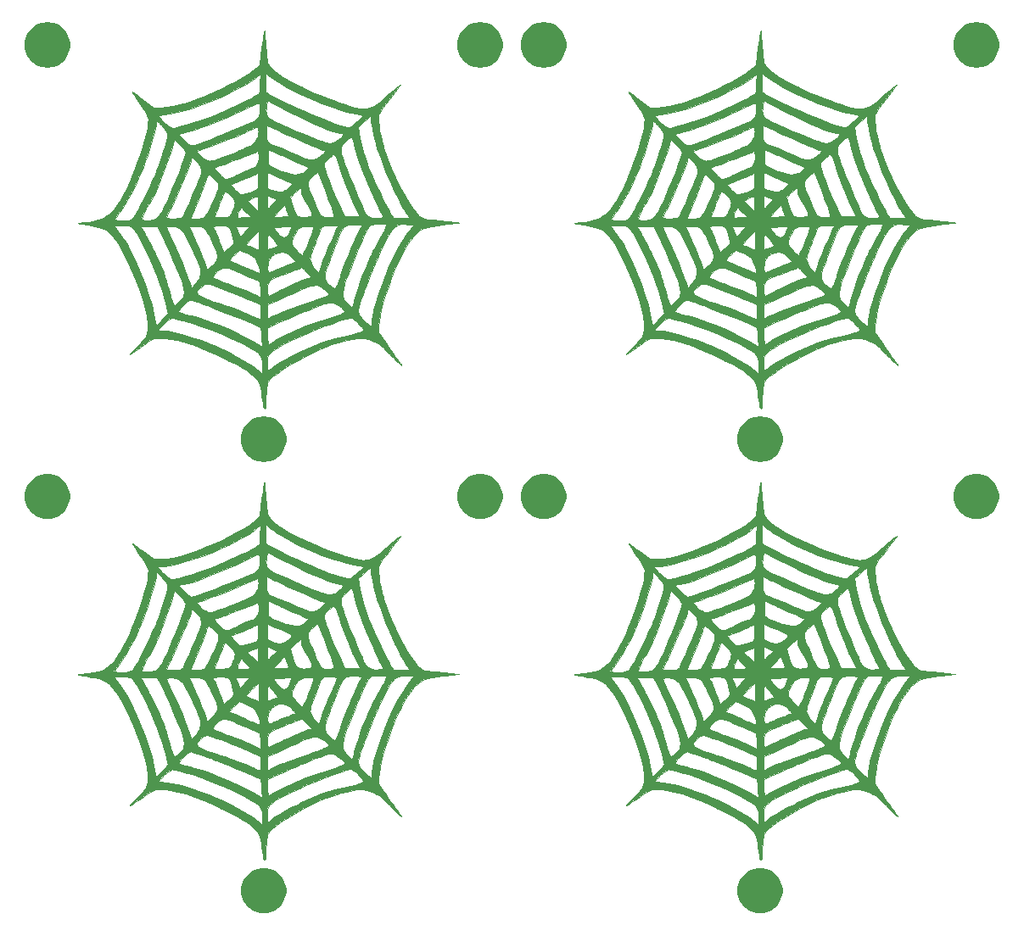
<source format=gbr>
G04 #@! TF.GenerationSoftware,KiCad,Pcbnew,5.1.5+dfsg1-2build2*
G04 #@! TF.CreationDate,2021-10-19T22:17:02+09:00*
G04 #@! TF.ProjectId,pcb,7063622e-6b69-4636-9164-5f7063625858,rev?*
G04 #@! TF.SameCoordinates,Original*
G04 #@! TF.FileFunction,Soldermask,Bot*
G04 #@! TF.FilePolarity,Negative*
%FSLAX46Y46*%
G04 Gerber Fmt 4.6, Leading zero omitted, Abs format (unit mm)*
G04 Created by KiCad (PCBNEW 5.1.5+dfsg1-2build2) date 2021-10-19 22:17:02*
%MOMM*%
%LPD*%
G04 APERTURE LIST*
%ADD10C,0.010000*%
%ADD11C,0.100000*%
G04 APERTURE END LIST*
D10*
G36*
X137295893Y-134651989D02*
G01*
X137323219Y-134482114D01*
X137337544Y-134001398D01*
X137364503Y-133518434D01*
X137401390Y-133060205D01*
X137445497Y-132653696D01*
X137494119Y-132325891D01*
X137544550Y-132103774D01*
X137567687Y-132044373D01*
X137736190Y-131816944D01*
X138023110Y-131543338D01*
X138412756Y-131232878D01*
X138889434Y-130894885D01*
X139437448Y-130538681D01*
X140041106Y-130173590D01*
X140684713Y-129808934D01*
X141352576Y-129454035D01*
X142029000Y-129118215D01*
X142698293Y-128810797D01*
X143344759Y-128541103D01*
X143678096Y-128414705D01*
X144234580Y-128229124D01*
X144846425Y-128053888D01*
X145464988Y-127901125D01*
X146041623Y-127782964D01*
X146475177Y-127717303D01*
X147034710Y-127714619D01*
X147630032Y-127822448D01*
X148214452Y-128031870D01*
X148277943Y-128061627D01*
X148462149Y-128159493D01*
X148646420Y-128280693D01*
X148849857Y-128441563D01*
X149091560Y-128658437D01*
X149390630Y-128947651D01*
X149766168Y-129325539D01*
X149820086Y-129380485D01*
X150136138Y-129699033D01*
X150415194Y-129972893D01*
X150642635Y-130188332D01*
X150803842Y-130331615D01*
X150884195Y-130389010D01*
X150890514Y-130386072D01*
X150840597Y-130272135D01*
X150821804Y-130257215D01*
X150743833Y-130176289D01*
X150621159Y-130016970D01*
X150544775Y-129908218D01*
X150420823Y-129726993D01*
X150238956Y-129462551D01*
X150023997Y-129150928D01*
X149808749Y-128839686D01*
X149568374Y-128491555D01*
X149320870Y-128131358D01*
X149097835Y-127805172D01*
X148951376Y-127589486D01*
X148621710Y-127101287D01*
X148630148Y-126482130D01*
X148658815Y-125990519D01*
X148734340Y-125450553D01*
X148860306Y-124848524D01*
X149040297Y-124170726D01*
X149277896Y-123403449D01*
X149576686Y-122532986D01*
X149875935Y-121716415D01*
X150326802Y-120589691D01*
X150784385Y-119594959D01*
X151246943Y-118735431D01*
X151712731Y-118014322D01*
X152180006Y-117434845D01*
X152223125Y-117388637D01*
X152456056Y-117155604D01*
X152682297Y-116965813D01*
X152921954Y-116812491D01*
X153195131Y-116688865D01*
X153521933Y-116588161D01*
X153922464Y-116503607D01*
X154416831Y-116428427D01*
X155025137Y-116355850D01*
X155409184Y-116315242D01*
X155808417Y-116273118D01*
X156150328Y-116234910D01*
X156411856Y-116203369D01*
X156569938Y-116181250D01*
X156606613Y-116172323D01*
X156525118Y-116153383D01*
X156325896Y-116124070D01*
X156035752Y-116087331D01*
X155681490Y-116046110D01*
X155289913Y-116003353D01*
X154887826Y-115962007D01*
X154502032Y-115925017D01*
X154159336Y-115895329D01*
X153938514Y-115879092D01*
X153521883Y-115844753D01*
X153214931Y-115794868D01*
X152982203Y-115715313D01*
X152788241Y-115591962D01*
X152597591Y-115410691D01*
X152504717Y-115307920D01*
X152045666Y-114730944D01*
X151573096Y-114034298D01*
X151098738Y-113241242D01*
X150634322Y-112375036D01*
X150191578Y-111458940D01*
X149782238Y-110516214D01*
X149418030Y-109570118D01*
X149110687Y-108643913D01*
X149062979Y-108483400D01*
X148933035Y-107994531D01*
X148815475Y-107470783D01*
X148715825Y-106945142D01*
X148639610Y-106450597D01*
X148592356Y-106020133D01*
X148579588Y-105686740D01*
X148582830Y-105616829D01*
X148595148Y-105486416D01*
X148618395Y-105369307D01*
X148663611Y-105247748D01*
X148741836Y-105103982D01*
X148864109Y-104920252D01*
X149041469Y-104678803D01*
X149284956Y-104361878D01*
X149605610Y-103951721D01*
X149665711Y-103875114D01*
X149966882Y-103490279D01*
X150239679Y-103139767D01*
X150470717Y-102840933D01*
X150646609Y-102611135D01*
X150753969Y-102467728D01*
X150779766Y-102430636D01*
X150780224Y-102389529D01*
X150687231Y-102433545D01*
X150515425Y-102550941D01*
X150279442Y-102729975D01*
X149993922Y-102958904D01*
X149673501Y-103225983D01*
X149332817Y-103519471D01*
X148986509Y-103827624D01*
X148649213Y-104138698D01*
X148640800Y-104146621D01*
X148427220Y-104316581D01*
X148155281Y-104492641D01*
X147987657Y-104584103D01*
X147703424Y-104701880D01*
X147409885Y-104769303D01*
X147085492Y-104784601D01*
X146708699Y-104746004D01*
X146257957Y-104651739D01*
X145711720Y-104500037D01*
X145266228Y-104360415D01*
X144617348Y-104148054D01*
X144072695Y-103963177D01*
X143597271Y-103792242D01*
X143156078Y-103621712D01*
X142714118Y-103438046D01*
X142236392Y-103227706D01*
X141687904Y-102977152D01*
X141673943Y-102970700D01*
X140852977Y-102583153D01*
X140153643Y-102234461D01*
X139560549Y-101915614D01*
X139058301Y-101617607D01*
X138631508Y-101331430D01*
X138264776Y-101048077D01*
X138020891Y-100832939D01*
X137821637Y-100632483D01*
X137657059Y-100441398D01*
X137574529Y-100320800D01*
X137538172Y-100188805D01*
X137495968Y-99932564D01*
X137450503Y-99572727D01*
X137404359Y-99129946D01*
X137360121Y-98624873D01*
X137356300Y-98576802D01*
X137319414Y-98117892D01*
X137285311Y-97710703D01*
X137255880Y-97376433D01*
X137233008Y-97136280D01*
X137218586Y-97011441D01*
X137215675Y-96998603D01*
X137200765Y-97061771D01*
X137168451Y-97249073D01*
X137121814Y-97540952D01*
X137063931Y-97917850D01*
X136997883Y-98360212D01*
X136952879Y-98667746D01*
X136707791Y-100355400D01*
X136415010Y-100676357D01*
X136094600Y-100972840D01*
X135646499Y-101303718D01*
X135082215Y-101662277D01*
X134413258Y-102041806D01*
X133651135Y-102435595D01*
X132807356Y-102836930D01*
X132384800Y-103026716D01*
X131340122Y-103473179D01*
X130402044Y-103842525D01*
X129556779Y-104138711D01*
X128790542Y-104365698D01*
X128089545Y-104527443D01*
X127440001Y-104627905D01*
X126828125Y-104671045D01*
X126650234Y-104673400D01*
X126151312Y-104673400D01*
X125149628Y-103926133D01*
X124814372Y-103676764D01*
X124515277Y-103455669D01*
X124273548Y-103278417D01*
X124110390Y-103160573D01*
X124051538Y-103120047D01*
X124058180Y-103157024D01*
X124136002Y-103295886D01*
X124274040Y-103518857D01*
X124461329Y-103808163D01*
X124657950Y-104103171D01*
X124968702Y-104565477D01*
X125206774Y-104927840D01*
X125381076Y-105210354D01*
X125500522Y-105433113D01*
X125518683Y-105478356D01*
X126579086Y-105478356D01*
X126645976Y-105447373D01*
X126824273Y-105414788D01*
X127080420Y-105386162D01*
X127185185Y-105377900D01*
X127791171Y-105300659D01*
X128496295Y-105152322D01*
X129279145Y-104941678D01*
X130118312Y-104677513D01*
X130992386Y-104368617D01*
X131879958Y-104023778D01*
X132759619Y-103651783D01*
X133609958Y-103261421D01*
X134409566Y-102861481D01*
X135137034Y-102460749D01*
X135770951Y-102068014D01*
X136289908Y-101692065D01*
X136412514Y-101590303D01*
X136587824Y-101448770D01*
X136722176Y-101356992D01*
X136767337Y-101337839D01*
X136795428Y-101400977D01*
X136798889Y-101566255D01*
X136786111Y-101716114D01*
X136761954Y-101995141D01*
X136745131Y-102337833D01*
X136739716Y-102620430D01*
X136732813Y-102907915D01*
X136712012Y-103052224D01*
X137319657Y-103052224D01*
X137319657Y-101173082D01*
X137608995Y-101434481D01*
X137801695Y-101592529D01*
X138071554Y-101793424D01*
X138372478Y-102003368D01*
X138503033Y-102090021D01*
X139252725Y-102545101D01*
X140099531Y-103000785D01*
X141016997Y-103446489D01*
X141978668Y-103871630D01*
X142958092Y-104265623D01*
X143928814Y-104617885D01*
X144864381Y-104917831D01*
X145738339Y-105154879D01*
X146524234Y-105318443D01*
X146605350Y-105331681D01*
X147146186Y-105417185D01*
X146895636Y-105636726D01*
X146716399Y-105796683D01*
X146480093Y-106011384D01*
X146235610Y-106236382D01*
X146218114Y-106252613D01*
X146003266Y-106448601D01*
X145854589Y-106563361D01*
X145732102Y-106614649D01*
X145688608Y-106616428D01*
X146586889Y-106616428D01*
X147149698Y-106080343D01*
X147385802Y-105860906D01*
X147586070Y-105684911D01*
X147726031Y-105573251D01*
X147777510Y-105544257D01*
X147816507Y-105609081D01*
X147839706Y-105772850D01*
X147842514Y-105866320D01*
X147861665Y-106081256D01*
X147914851Y-106407466D01*
X147995670Y-106816826D01*
X148097720Y-107281213D01*
X148214600Y-107772505D01*
X148339908Y-108262579D01*
X148467242Y-108723312D01*
X148571142Y-109067253D01*
X148898019Y-110014070D01*
X149298564Y-111036788D01*
X149756970Y-112097028D01*
X150243417Y-113127971D01*
X150516994Y-113681525D01*
X150738074Y-114122385D01*
X150916840Y-114468765D01*
X151063474Y-114738882D01*
X151188161Y-114950952D01*
X151301084Y-115123191D01*
X151412426Y-115273814D01*
X151511238Y-115395829D01*
X151768595Y-115704257D01*
X150099615Y-115704257D01*
X149916733Y-115464486D01*
X149821700Y-115314346D01*
X149677231Y-115053467D01*
X149493786Y-114703319D01*
X149281827Y-114285368D01*
X149051813Y-113821085D01*
X148814207Y-113331937D01*
X148579470Y-112839393D01*
X148358062Y-112364921D01*
X148160444Y-111929990D01*
X147997078Y-111556069D01*
X147911837Y-111349972D01*
X147617807Y-110580785D01*
X147347680Y-109808091D01*
X147108919Y-109057097D01*
X146908988Y-108353009D01*
X146755349Y-107721034D01*
X146655466Y-107186378D01*
X146636302Y-107041914D01*
X146586889Y-106616428D01*
X145688608Y-106616428D01*
X145595825Y-106620223D01*
X145432755Y-106601416D01*
X145155759Y-106542089D01*
X144766337Y-106426165D01*
X144282248Y-106261219D01*
X143721252Y-106054826D01*
X143101108Y-105814563D01*
X142439575Y-105548004D01*
X141754414Y-105262726D01*
X141063382Y-104966304D01*
X140384240Y-104666314D01*
X139734747Y-104370332D01*
X139132663Y-104085932D01*
X138595746Y-103820691D01*
X138141756Y-103582185D01*
X137788453Y-103377988D01*
X137628086Y-103272172D01*
X137319657Y-103052224D01*
X136712012Y-103052224D01*
X136706214Y-103092448D01*
X136649811Y-103215906D01*
X136575800Y-103299444D01*
X136444345Y-103391981D01*
X136198127Y-103533964D01*
X135855303Y-103716537D01*
X135434028Y-103930846D01*
X134952460Y-104168035D01*
X134428755Y-104419247D01*
X133881067Y-104675629D01*
X133327554Y-104928324D01*
X132786372Y-105168476D01*
X132421086Y-105325872D01*
X132006587Y-105493257D01*
X131526929Y-105672644D01*
X131004384Y-105857071D01*
X130461223Y-106039575D01*
X129919716Y-106213192D01*
X129402137Y-106370958D01*
X128930755Y-106505909D01*
X128527843Y-106611084D01*
X128215672Y-106679517D01*
X128016513Y-106704246D01*
X128012613Y-106704241D01*
X127860378Y-106657114D01*
X127669591Y-106539837D01*
X127595086Y-106479572D01*
X127297186Y-106212004D01*
X127027331Y-105959628D01*
X126804997Y-105741635D01*
X126649659Y-105577218D01*
X126580795Y-105485570D01*
X126579086Y-105478356D01*
X125518683Y-105478356D01*
X125574022Y-105616214D01*
X125610489Y-105779749D01*
X125618835Y-105943814D01*
X125607970Y-106128504D01*
X125599045Y-106225190D01*
X125542716Y-106680892D01*
X125456700Y-107156449D01*
X125335784Y-107670213D01*
X125174754Y-108240536D01*
X124968396Y-108885769D01*
X124711495Y-109624264D01*
X124398837Y-110474372D01*
X124369779Y-110551686D01*
X124062535Y-111336968D01*
X123747270Y-112085055D01*
X123433811Y-112775076D01*
X123131989Y-113386160D01*
X122851633Y-113897437D01*
X122625592Y-114255284D01*
X122247612Y-114769556D01*
X121893393Y-115173692D01*
X121535838Y-115483061D01*
X121147847Y-115713030D01*
X120702323Y-115878970D01*
X120577179Y-115906654D01*
X122153377Y-115906654D01*
X122449564Y-115570167D01*
X122727158Y-115216237D01*
X123042291Y-114748027D01*
X123382790Y-114187621D01*
X123736478Y-113557103D01*
X124091182Y-112878557D01*
X124434727Y-112174065D01*
X124754939Y-111465712D01*
X124896181Y-111132257D01*
X125106324Y-110604715D01*
X125321002Y-110030454D01*
X125533816Y-109429913D01*
X125738365Y-108823530D01*
X125928250Y-108231742D01*
X126097070Y-107674989D01*
X126238427Y-107173707D01*
X126345920Y-106748336D01*
X126413150Y-106419313D01*
X126433943Y-106221315D01*
X126443929Y-106058305D01*
X126468324Y-105980728D01*
X126471846Y-105979686D01*
X126536635Y-106028009D01*
X126675118Y-106156368D01*
X126860729Y-106339852D01*
X126916805Y-106396972D01*
X127217140Y-106735793D01*
X127407266Y-107032603D01*
X127496494Y-107297830D01*
X128603531Y-107297830D01*
X129024594Y-107211637D01*
X129551807Y-107082625D01*
X130185177Y-106892297D01*
X130903470Y-106648893D01*
X131685453Y-106360653D01*
X132509891Y-106035818D01*
X133355550Y-105682627D01*
X134201197Y-105309319D01*
X135025598Y-104924136D01*
X135432800Y-104724889D01*
X135873736Y-104505392D01*
X136200598Y-104348978D01*
X136430626Y-104256897D01*
X136581058Y-104230397D01*
X136669133Y-104270729D01*
X136712091Y-104379141D01*
X136727170Y-104556883D01*
X136731608Y-104805203D01*
X136731852Y-104819022D01*
X136721950Y-105023971D01*
X137367680Y-105023971D01*
X137389281Y-104757361D01*
X137412834Y-104581601D01*
X137459866Y-104317704D01*
X137512189Y-104120469D01*
X137560117Y-104024486D01*
X137569966Y-104020359D01*
X137656255Y-104053347D01*
X137847280Y-104144659D01*
X138120462Y-104282921D01*
X138453224Y-104456760D01*
X138734800Y-104607140D01*
X139461495Y-104989954D01*
X140202258Y-105363792D01*
X140941079Y-105721683D01*
X141661945Y-106056657D01*
X142348845Y-106361745D01*
X142985766Y-106629978D01*
X143556696Y-106854385D01*
X144045624Y-107027996D01*
X144436538Y-107143843D01*
X144669634Y-107190461D01*
X144878887Y-107225901D01*
X145019219Y-107266689D01*
X145048433Y-107285840D01*
X145028310Y-107378133D01*
X144920454Y-107527288D01*
X144753920Y-107703989D01*
X144557765Y-107878920D01*
X144361045Y-108022766D01*
X144263408Y-108077877D01*
X144108215Y-108150190D01*
X143967714Y-108201871D01*
X143825361Y-108229099D01*
X143664611Y-108228049D01*
X143468921Y-108194897D01*
X143221747Y-108125820D01*
X142906545Y-108016994D01*
X142506772Y-107864595D01*
X142005883Y-107664799D01*
X141387335Y-107413783D01*
X141383657Y-107412286D01*
X140951464Y-107233851D01*
X140489558Y-107038917D01*
X140051934Y-106850502D01*
X139692582Y-106691630D01*
X139678229Y-106685142D01*
X139327432Y-106529109D01*
X138974457Y-106376710D01*
X138670794Y-106249974D01*
X138533530Y-106195357D01*
X138104484Y-105995892D01*
X137756449Y-105764915D01*
X137513787Y-105520516D01*
X137429085Y-105375387D01*
X137380647Y-105215319D01*
X137367680Y-105023971D01*
X136721950Y-105023971D01*
X136711187Y-105246729D01*
X136619134Y-105575763D01*
X136436996Y-105833242D01*
X136146080Y-106046283D01*
X135759860Y-106228977D01*
X134750683Y-106640637D01*
X133866706Y-106999862D01*
X133099085Y-107309891D01*
X132438979Y-107573960D01*
X131877546Y-107795307D01*
X131405943Y-107977169D01*
X131015328Y-108122784D01*
X130696859Y-108235388D01*
X130441693Y-108318221D01*
X130240989Y-108374518D01*
X130085903Y-108407518D01*
X129967595Y-108420457D01*
X129877221Y-108416574D01*
X129819901Y-108403783D01*
X129613482Y-108293199D01*
X129340732Y-108067880D01*
X128997053Y-107723925D01*
X128915737Y-107636581D01*
X128603531Y-107297830D01*
X127496494Y-107297830D01*
X127503046Y-107317303D01*
X127522514Y-107538540D01*
X127497645Y-107717304D01*
X127427507Y-108010530D01*
X127318806Y-108397161D01*
X127178245Y-108856140D01*
X127012529Y-109366411D01*
X126828363Y-109906916D01*
X126632452Y-110456600D01*
X126431499Y-110994404D01*
X126378254Y-111132257D01*
X126224794Y-111507170D01*
X126031842Y-111948362D01*
X125809221Y-112436071D01*
X125566755Y-112950534D01*
X125314269Y-113471989D01*
X125061586Y-113980673D01*
X124818531Y-114456823D01*
X124594928Y-114880676D01*
X124400602Y-115232471D01*
X124245375Y-115492443D01*
X124139073Y-115640830D01*
X124134695Y-115645514D01*
X123929581Y-115817073D01*
X123880400Y-115838864D01*
X124909943Y-115838864D01*
X124942105Y-115737815D01*
X125027651Y-115542203D01*
X125150170Y-115284728D01*
X125293252Y-114998089D01*
X125440487Y-114714984D01*
X125575465Y-114468111D01*
X125681774Y-114290169D01*
X125702756Y-114259142D01*
X125905639Y-113931965D01*
X126139441Y-113487107D01*
X126395406Y-112946501D01*
X126664781Y-112332082D01*
X126938812Y-111665784D01*
X127208745Y-110969541D01*
X127465827Y-110265289D01*
X127701302Y-109574960D01*
X127906418Y-108920490D01*
X128072420Y-108323812D01*
X128074017Y-108317569D01*
X128209116Y-107788880D01*
X128783885Y-108376123D01*
X129048984Y-108655148D01*
X129221457Y-108859793D01*
X129317152Y-109012117D01*
X129327688Y-109049116D01*
X130498490Y-109049116D01*
X130511031Y-108995846D01*
X131188083Y-108765424D01*
X131949243Y-108489140D01*
X132758807Y-108181188D01*
X133581073Y-107855764D01*
X134380335Y-107527063D01*
X135120890Y-107209281D01*
X135767033Y-106916613D01*
X135904514Y-106851485D01*
X136171935Y-106729197D01*
X136392269Y-106639010D01*
X136531413Y-106594441D01*
X136557657Y-106592631D01*
X136594003Y-106669501D01*
X136615125Y-106851446D01*
X136617242Y-107062958D01*
X136590655Y-107244911D01*
X137392217Y-107244911D01*
X137392229Y-107202152D01*
X137396319Y-106883821D01*
X137407400Y-106627239D01*
X137423689Y-106461908D01*
X137439814Y-106415114D01*
X137518889Y-106446244D01*
X137701268Y-106531376D01*
X137961186Y-106658125D01*
X138272878Y-106814106D01*
X138328814Y-106842462D01*
X138741788Y-107045782D01*
X139225921Y-107274223D01*
X139717869Y-107498361D01*
X140113657Y-107671536D01*
X140528285Y-107850146D01*
X140963563Y-108041095D01*
X141368319Y-108221742D01*
X141691374Y-108369444D01*
X141696609Y-108371887D01*
X142229156Y-108614431D01*
X142644674Y-108789547D01*
X142820236Y-108853012D01*
X144865250Y-108853012D01*
X144868100Y-108680876D01*
X144891772Y-108551130D01*
X144955911Y-108431871D01*
X145080164Y-108291195D01*
X145284174Y-108097197D01*
X145391393Y-107998548D01*
X145634854Y-107775190D01*
X145799566Y-107644512D01*
X145908096Y-107615685D01*
X145983008Y-107697884D01*
X146046868Y-107900280D01*
X146122242Y-108232048D01*
X146137824Y-108301972D01*
X146322118Y-109008582D01*
X146584886Y-109834005D01*
X146925171Y-110775570D01*
X147342020Y-111830611D01*
X147742083Y-112782699D01*
X147968388Y-113304580D01*
X148188908Y-113805382D01*
X148393675Y-114263046D01*
X148572719Y-114655513D01*
X148716070Y-114960722D01*
X148813760Y-115156613D01*
X148820776Y-115169601D01*
X149064123Y-115614659D01*
X148798033Y-115658660D01*
X148312254Y-115705633D01*
X147918906Y-115661069D01*
X147599968Y-115513631D01*
X147337421Y-115251982D01*
X147113247Y-114864785D01*
X146967272Y-114506829D01*
X146891594Y-114313139D01*
X146767528Y-114012785D01*
X146606043Y-113631554D01*
X146418109Y-113195232D01*
X146214695Y-112729606D01*
X146120472Y-112516124D01*
X145755237Y-111667652D01*
X145448955Y-110906003D01*
X145204246Y-110238825D01*
X145023730Y-109673765D01*
X144910028Y-109218471D01*
X144865760Y-108880590D01*
X144865250Y-108853012D01*
X142820236Y-108853012D01*
X142952680Y-108900890D01*
X143162691Y-108952114D01*
X143218772Y-108956577D01*
X143285462Y-108970925D01*
X143279294Y-109024433D01*
X143188846Y-109135516D01*
X143002691Y-109322583D01*
X142974996Y-109349446D01*
X142673367Y-109607633D01*
X142379035Y-109777687D01*
X142070965Y-109859665D01*
X141728123Y-109853625D01*
X141329473Y-109759624D01*
X140853981Y-109577721D01*
X140378854Y-109356570D01*
X139970299Y-109165681D01*
X139510550Y-108965934D01*
X139068391Y-108786622D01*
X138836270Y-108699638D01*
X138358382Y-108527377D01*
X137999576Y-108387757D01*
X137742792Y-108263088D01*
X137570974Y-108135681D01*
X137467065Y-107987849D01*
X137414007Y-107801902D01*
X137394744Y-107560152D01*
X137392217Y-107244911D01*
X136590655Y-107244911D01*
X136542903Y-107571704D01*
X136351570Y-107994619D01*
X136043132Y-108331920D01*
X135936640Y-108410462D01*
X135779787Y-108495885D01*
X135509493Y-108620796D01*
X135149050Y-108775986D01*
X135031226Y-108824587D01*
X137566280Y-108824587D01*
X137932826Y-108990052D01*
X138171120Y-109099042D01*
X138484116Y-109244110D01*
X138815408Y-109399074D01*
X138916229Y-109446549D01*
X139500469Y-109718112D01*
X140051607Y-109966496D01*
X140544610Y-110180788D01*
X140954443Y-110350076D01*
X140992388Y-110364480D01*
X143157948Y-110364480D01*
X143192687Y-110212742D01*
X143281028Y-110074650D01*
X143424492Y-109925400D01*
X143624602Y-109740191D01*
X143639812Y-109726126D01*
X143813260Y-109560809D01*
X143948394Y-109435265D01*
X144055595Y-109360517D01*
X144145248Y-109347592D01*
X144227736Y-109407513D01*
X144313441Y-109551304D01*
X144412747Y-109789991D01*
X144536038Y-110134598D01*
X144693696Y-110596150D01*
X144827446Y-110987114D01*
X145229962Y-112114301D01*
X145619755Y-113118536D01*
X146005222Y-114020462D01*
X146394763Y-114840726D01*
X146396721Y-114844630D01*
X146755266Y-115559114D01*
X145221356Y-115559114D01*
X144833840Y-114742686D01*
X144369274Y-113727931D01*
X143957885Y-112746568D01*
X143565309Y-111716220D01*
X143524553Y-111603972D01*
X143360112Y-111149611D01*
X143243182Y-110808112D01*
X143175287Y-110554669D01*
X143157948Y-110364480D01*
X140992388Y-110364480D01*
X141220371Y-110451021D01*
X141428728Y-110532393D01*
X141567116Y-110601175D01*
X141601371Y-110632680D01*
X141546960Y-110727015D01*
X141408543Y-110868997D01*
X141223341Y-111026460D01*
X141028578Y-111167240D01*
X140891883Y-111245769D01*
X140635423Y-111323012D01*
X140313846Y-111335802D01*
X139910728Y-111282275D01*
X139409645Y-111160564D01*
X138973229Y-111027805D01*
X138505995Y-110864726D01*
X138160868Y-110715226D01*
X137916682Y-110569668D01*
X137848372Y-110515479D01*
X137573657Y-110278015D01*
X137569969Y-109551301D01*
X137566280Y-108824587D01*
X135031226Y-108824587D01*
X134721744Y-108952244D01*
X134250867Y-109140361D01*
X133759708Y-109331128D01*
X133271555Y-109515335D01*
X132809699Y-109683772D01*
X132397429Y-109827229D01*
X132146940Y-109909074D01*
X131900161Y-109980202D01*
X131732129Y-110002892D01*
X131585461Y-109979056D01*
X131455804Y-109932136D01*
X131292351Y-109840736D01*
X131097666Y-109694531D01*
X130896344Y-109517894D01*
X130712979Y-109335197D01*
X130572162Y-109170813D01*
X130498490Y-109049116D01*
X129327688Y-109049116D01*
X129351914Y-109134179D01*
X129352832Y-109168117D01*
X129317580Y-109383104D01*
X129224802Y-109709978D01*
X129080917Y-110130331D01*
X128892349Y-110625754D01*
X128665518Y-111177840D01*
X128591742Y-111349972D01*
X128433561Y-111721029D01*
X128242112Y-112178448D01*
X128037543Y-112673631D01*
X127840003Y-113157983D01*
X127764302Y-113345686D01*
X127476070Y-114036498D01*
X127216434Y-114598247D01*
X126978119Y-115042508D01*
X126753846Y-115380858D01*
X126536337Y-115624872D01*
X126421819Y-115709573D01*
X127395067Y-115709573D01*
X127641002Y-115216124D01*
X127903776Y-114668057D01*
X128176375Y-114081853D01*
X128451790Y-113473996D01*
X128723009Y-112860968D01*
X128983021Y-112259252D01*
X129224815Y-111685330D01*
X129441379Y-111155686D01*
X129625703Y-110686802D01*
X129770775Y-110295160D01*
X129869585Y-109997244D01*
X129915120Y-109809535D01*
X129917371Y-109779845D01*
X129950751Y-109692215D01*
X130055645Y-109712817D01*
X130239181Y-109844289D01*
X130348350Y-109939442D01*
X130586984Y-110203691D01*
X130780618Y-110508952D01*
X130854648Y-110689522D01*
X132176855Y-110689522D01*
X132371542Y-110613816D01*
X132529895Y-110554490D01*
X132778708Y-110463720D01*
X133071581Y-110358394D01*
X133157956Y-110327599D01*
X133484275Y-110208133D01*
X133807747Y-110084126D01*
X134066674Y-109979328D01*
X134101385Y-109964458D01*
X134386502Y-109849172D01*
X134709333Y-109730499D01*
X134852228Y-109682124D01*
X135231718Y-109553097D01*
X135599064Y-109418063D01*
X135929349Y-109287317D01*
X136197659Y-109171154D01*
X136379079Y-109079869D01*
X136448693Y-109023758D01*
X136448800Y-109022411D01*
X136490797Y-108958321D01*
X136565625Y-108977340D01*
X136597631Y-109045829D01*
X136608731Y-109171864D01*
X136631785Y-109373226D01*
X136639491Y-109434657D01*
X136639237Y-109782384D01*
X136563888Y-110127636D01*
X136428475Y-110414657D01*
X136348711Y-110513229D01*
X136198167Y-110617816D01*
X135959404Y-110736061D01*
X135683963Y-110842458D01*
X135682469Y-110842954D01*
X135401163Y-110949465D01*
X135046120Y-111102751D01*
X134670513Y-111279158D01*
X134435280Y-111397753D01*
X134015118Y-111605791D01*
X133692217Y-111734330D01*
X133443626Y-111785210D01*
X133246397Y-111760270D01*
X133077578Y-111661350D01*
X132937071Y-111517863D01*
X132743543Y-111296068D01*
X132523130Y-111053932D01*
X132444113Y-110969924D01*
X132176855Y-110689522D01*
X130854648Y-110689522D01*
X130903376Y-110808375D01*
X130933371Y-110998666D01*
X130900768Y-111217526D01*
X130811362Y-111526957D01*
X130677754Y-111890054D01*
X130512548Y-112269916D01*
X130466416Y-112365972D01*
X130361807Y-112591299D01*
X130222005Y-112909176D01*
X130065327Y-113277236D01*
X129911102Y-113650605D01*
X129676311Y-114222604D01*
X129484860Y-114673438D01*
X129329590Y-115018020D01*
X129203347Y-115271260D01*
X129098974Y-115448071D01*
X129009313Y-115563365D01*
X128978882Y-115593019D01*
X128881118Y-115660877D01*
X128758974Y-115701366D01*
X129844800Y-115701366D01*
X129875583Y-115593522D01*
X129952382Y-115416728D01*
X129982103Y-115356652D01*
X130071051Y-115162997D01*
X130206991Y-114839709D01*
X130387232Y-114393525D01*
X130609082Y-113831187D01*
X130869848Y-113159434D01*
X131118686Y-112511114D01*
X131287714Y-112074231D01*
X131416037Y-111757314D01*
X131511528Y-111543556D01*
X131582062Y-111416152D01*
X131635514Y-111358294D01*
X131662728Y-111349972D01*
X131745531Y-111397560D01*
X131901711Y-111524378D01*
X132102535Y-111706504D01*
X132178889Y-111779701D01*
X132620784Y-112209431D01*
X132611571Y-112336804D01*
X133847687Y-112336804D01*
X133920095Y-112304866D01*
X134103724Y-112228700D01*
X134375020Y-112117944D01*
X134710428Y-111982238D01*
X134924800Y-111895999D01*
X135310012Y-111739735D01*
X135667109Y-111591929D01*
X135965244Y-111465562D01*
X136173571Y-111373616D01*
X136231086Y-111346285D01*
X136402364Y-111270984D01*
X136513041Y-111241658D01*
X136525926Y-111244101D01*
X136545461Y-111322791D01*
X136564157Y-111513294D01*
X136579227Y-111782292D01*
X136584892Y-111949070D01*
X136584970Y-111966829D01*
X137497610Y-111966829D01*
X137498456Y-111655009D01*
X137503533Y-111399090D01*
X137511927Y-111232807D01*
X137518672Y-111188892D01*
X137591596Y-111189117D01*
X137757561Y-111241342D01*
X137957576Y-111324190D01*
X138268829Y-111462229D01*
X138615922Y-111612087D01*
X138807241Y-111692745D01*
X139194389Y-111860869D01*
X139519868Y-112016077D01*
X139763413Y-112147705D01*
X139904758Y-112245086D01*
X139923300Y-112271917D01*
X141578802Y-112271917D01*
X141585101Y-112043039D01*
X141632291Y-111895382D01*
X141749658Y-111765490D01*
X141851371Y-111681319D01*
X142064960Y-111503235D01*
X142265452Y-111324763D01*
X142319004Y-111273946D01*
X142453036Y-111163215D01*
X142543087Y-111124841D01*
X142552438Y-111128803D01*
X142592396Y-111208239D01*
X142670831Y-111397705D01*
X142777184Y-111670620D01*
X142900898Y-112000406D01*
X142928566Y-112075686D01*
X143070706Y-112461108D01*
X143247095Y-112935267D01*
X143440214Y-113451301D01*
X143632547Y-113962351D01*
X143740172Y-114246805D01*
X143915136Y-114715753D01*
X144038335Y-115065814D01*
X144114132Y-115311952D01*
X144146891Y-115469130D01*
X144140975Y-115552313D01*
X144126044Y-115570123D01*
X144009130Y-115600608D01*
X143794707Y-115622408D01*
X143543802Y-115630575D01*
X143230975Y-115612782D01*
X142989552Y-115544647D01*
X142798271Y-115406458D01*
X142635868Y-115178501D01*
X142481080Y-114841066D01*
X142370762Y-114543114D01*
X142227410Y-114154122D01*
X142059936Y-113728413D01*
X141898534Y-113342097D01*
X141856526Y-113246856D01*
X141688652Y-112828936D01*
X141599670Y-112491230D01*
X141578802Y-112271917D01*
X139923300Y-112271917D01*
X139932228Y-112284836D01*
X139875348Y-112418147D01*
X139726511Y-112592617D01*
X139518426Y-112775073D01*
X139306939Y-112919036D01*
X139068847Y-113038196D01*
X138851847Y-113083954D01*
X138597741Y-113077229D01*
X138293531Y-113022148D01*
X137973890Y-112920302D01*
X137857009Y-112868930D01*
X137501086Y-112692543D01*
X137497610Y-111966829D01*
X136584970Y-111966829D01*
X136586594Y-112335443D01*
X136552784Y-112607564D01*
X136461372Y-112795702D01*
X136290264Y-112930126D01*
X136017369Y-113041105D01*
X135723060Y-113129889D01*
X135327968Y-113235503D01*
X135040611Y-113290424D01*
X134832527Y-113294130D01*
X134675254Y-113246101D01*
X134540330Y-113145814D01*
X134501932Y-113107520D01*
X134278528Y-112869083D01*
X134082587Y-112649203D01*
X133934490Y-112471889D01*
X133854617Y-112361149D01*
X133847687Y-112336804D01*
X132611571Y-112336804D01*
X132589188Y-112646235D01*
X132568235Y-112824598D01*
X132525666Y-113009968D01*
X132452229Y-113226406D01*
X132338672Y-113497974D01*
X132175746Y-113848731D01*
X131954198Y-114302740D01*
X131945530Y-114320266D01*
X131729871Y-114753429D01*
X131564734Y-115074757D01*
X131437662Y-115303185D01*
X131336198Y-115457645D01*
X131247886Y-115557071D01*
X131216756Y-115579571D01*
X132239657Y-115579571D01*
X132265855Y-115475411D01*
X132337462Y-115269927D01*
X132443994Y-114988526D01*
X132574971Y-114656611D01*
X132719909Y-114299586D01*
X132868326Y-113942858D01*
X133009741Y-113611829D01*
X133133671Y-113331906D01*
X133229633Y-113128491D01*
X133287147Y-113026991D01*
X133295687Y-113020185D01*
X133383451Y-113066934D01*
X133538153Y-113190160D01*
X133714252Y-113351765D01*
X134007132Y-113668162D01*
X134182867Y-113942003D01*
X134189022Y-113964190D01*
X135548094Y-113964190D01*
X135554706Y-113956751D01*
X135653663Y-113895613D01*
X135841605Y-113803537D01*
X136071866Y-113700798D01*
X136297778Y-113607675D01*
X136472676Y-113544446D01*
X136539514Y-113528837D01*
X136562215Y-113595561D01*
X136580275Y-113776994D01*
X136591439Y-114042720D01*
X136592178Y-114107686D01*
X137464800Y-114107686D01*
X137471360Y-113820066D01*
X137488933Y-113597069D01*
X137514355Y-113471067D01*
X137528602Y-113454543D01*
X137623759Y-113482822D01*
X137807645Y-113556434D01*
X137995948Y-113639483D01*
X139795669Y-113639483D01*
X140250997Y-113184156D01*
X140463720Y-112980437D01*
X140644429Y-112823790D01*
X140764911Y-112738006D01*
X140790990Y-112728829D01*
X140850569Y-112791799D01*
X140875655Y-112943398D01*
X140875657Y-112945074D01*
X140921993Y-113236593D01*
X141063495Y-113606813D01*
X141303905Y-114064571D01*
X141460118Y-114325400D01*
X141712738Y-114761877D01*
X141871157Y-115101575D01*
X141934202Y-115341260D01*
X141900705Y-115477700D01*
X141882613Y-115492132D01*
X141695808Y-115557814D01*
X141422247Y-115598586D01*
X141118744Y-115610855D01*
X140842111Y-115591026D01*
X140723140Y-115565479D01*
X140552495Y-115491225D01*
X140410854Y-115367741D01*
X140285878Y-115173834D01*
X140165227Y-114888312D01*
X140036564Y-114489981D01*
X139977309Y-114284444D01*
X139795669Y-113639483D01*
X137995948Y-113639483D01*
X138007328Y-113644502D01*
X138422254Y-113834461D01*
X138070527Y-114201914D01*
X137880960Y-114400837D01*
X137723565Y-114567575D01*
X137633269Y-114665098D01*
X137539372Y-114747406D01*
X137506269Y-114760829D01*
X137488007Y-114693661D01*
X137473848Y-114513747D01*
X137465848Y-114253468D01*
X137464800Y-114107686D01*
X136592178Y-114107686D01*
X136593943Y-114262759D01*
X136593943Y-114998405D01*
X136249229Y-114678903D01*
X136028748Y-114479717D01*
X135815780Y-114295691D01*
X135692510Y-114195177D01*
X135553917Y-114058663D01*
X135548094Y-113964190D01*
X134189022Y-113964190D01*
X134253551Y-114196795D01*
X134245675Y-114384819D01*
X134178931Y-114627842D01*
X134061851Y-114911004D01*
X133918136Y-115188007D01*
X133771486Y-115412552D01*
X133659782Y-115529329D01*
X133539355Y-115569872D01*
X133329488Y-115601989D01*
X133067491Y-115624361D01*
X132790678Y-115635668D01*
X132536361Y-115634590D01*
X132341853Y-115619806D01*
X132244465Y-115589997D01*
X132239657Y-115579571D01*
X131216756Y-115579571D01*
X131160269Y-115620397D01*
X131060891Y-115666555D01*
X131059380Y-115667160D01*
X131056424Y-115667971D01*
X134525657Y-115667971D01*
X134538834Y-115471950D01*
X134576093Y-115289787D01*
X134655682Y-115050136D01*
X134704648Y-114930865D01*
X134857286Y-114585802D01*
X135341255Y-115069770D01*
X135546288Y-115282037D01*
X135700051Y-115455233D01*
X135781878Y-115565293D01*
X135788436Y-115590526D01*
X135766753Y-115595400D01*
X138133268Y-115595400D01*
X138361463Y-115335220D01*
X138540916Y-115126271D01*
X138751421Y-114875148D01*
X138870376Y-114730567D01*
X139024844Y-114559900D01*
X139147562Y-114458498D01*
X139206128Y-114446462D01*
X139259740Y-114543374D01*
X139341185Y-114731210D01*
X139409016Y-114905971D01*
X139498277Y-115145511D01*
X139572667Y-115342652D01*
X139605334Y-115427328D01*
X139613012Y-115482447D01*
X139568486Y-115519784D01*
X139448454Y-115544090D01*
X139229613Y-115560117D01*
X138893533Y-115572471D01*
X138133268Y-115595400D01*
X135766753Y-115595400D01*
X135703810Y-115609548D01*
X135510216Y-115628310D01*
X135243801Y-115643633D01*
X135138653Y-115647642D01*
X134525657Y-115667971D01*
X131056424Y-115667971D01*
X130866386Y-115720106D01*
X130618260Y-115756133D01*
X130353593Y-115774154D01*
X130110977Y-115773081D01*
X129929005Y-115751828D01*
X129846268Y-115709308D01*
X129844800Y-115701366D01*
X128758974Y-115701366D01*
X128749588Y-115704477D01*
X128551670Y-115729382D01*
X128254742Y-115741152D01*
X128096326Y-115743478D01*
X127795319Y-115742848D01*
X127560170Y-115735006D01*
X127420466Y-115721383D01*
X127395067Y-115709573D01*
X126421819Y-115709573D01*
X126318317Y-115786126D01*
X126193361Y-115844566D01*
X126016998Y-115886174D01*
X125775283Y-115911943D01*
X125506678Y-115922044D01*
X125249646Y-115916648D01*
X125042649Y-115895926D01*
X124924148Y-115860048D01*
X124909943Y-115838864D01*
X123880400Y-115838864D01*
X123689364Y-115923506D01*
X123383104Y-115972058D01*
X122979860Y-115969976D01*
X122800871Y-115957901D01*
X122153377Y-115906654D01*
X120577179Y-115906654D01*
X120172168Y-115996249D01*
X119530283Y-116080236D01*
X119382257Y-116094753D01*
X119009747Y-116131266D01*
X118760249Y-116162130D01*
X118637065Y-116191305D01*
X118643498Y-116222756D01*
X118782848Y-116260443D01*
X119058419Y-116308328D01*
X119473512Y-116370374D01*
X119630897Y-116393082D01*
X119993086Y-116459713D01*
X122224800Y-116459713D01*
X122291283Y-116443253D01*
X122466726Y-116433527D01*
X122715125Y-116430133D01*
X123000472Y-116432665D01*
X123286762Y-116440722D01*
X123537988Y-116453899D01*
X123718145Y-116471793D01*
X123746944Y-116476772D01*
X123804877Y-116502543D01*
X124827488Y-116502543D01*
X126476305Y-116502543D01*
X129715620Y-116502543D01*
X130270067Y-116502656D01*
X130686112Y-116524175D01*
X130948930Y-116582488D01*
X132094514Y-116582488D01*
X132160693Y-116525276D01*
X132334546Y-116481246D01*
X132579049Y-116452229D01*
X132857178Y-116440061D01*
X133131908Y-116446573D01*
X133366216Y-116473601D01*
X133467410Y-116502543D01*
X134354360Y-116502543D01*
X135784492Y-116502543D01*
X135667821Y-116622913D01*
X138130197Y-116622913D01*
X138183306Y-116586602D01*
X138317514Y-116601727D01*
X138494990Y-116612954D01*
X138754099Y-116603526D01*
X138988800Y-116581137D01*
X139385843Y-116535643D01*
X139653961Y-116514901D01*
X139807152Y-116518387D01*
X139859416Y-116545578D01*
X139859657Y-116548552D01*
X139834003Y-116685784D01*
X139769483Y-116901288D01*
X139684764Y-117140084D01*
X139598512Y-117347190D01*
X139567306Y-117409686D01*
X139405182Y-117598509D01*
X139200775Y-117651123D01*
X138957850Y-117568965D01*
X138680168Y-117353472D01*
X138371492Y-117006079D01*
X138314033Y-116931121D01*
X138173836Y-116731751D01*
X138130197Y-116622913D01*
X135667821Y-116622913D01*
X135590503Y-116702681D01*
X135427693Y-116875734D01*
X135228200Y-117094506D01*
X135122010Y-117213504D01*
X134963906Y-117375304D01*
X134838892Y-117472454D01*
X134786120Y-117486251D01*
X134711374Y-117391600D01*
X134611537Y-117206383D01*
X134508975Y-116977199D01*
X134426050Y-116750651D01*
X134414262Y-116711409D01*
X134354360Y-116502543D01*
X133467410Y-116502543D01*
X133503040Y-116512733D01*
X133681520Y-116666681D01*
X133841922Y-116949132D01*
X133976580Y-117343820D01*
X134050878Y-117675255D01*
X134100726Y-118002066D01*
X134098832Y-118227708D01*
X134059504Y-118327683D01*
X135360229Y-118327683D01*
X135408826Y-118258811D01*
X135537927Y-118115284D01*
X135722491Y-117922081D01*
X135937481Y-117704184D01*
X136157857Y-117486573D01*
X136358581Y-117294229D01*
X136514614Y-117152132D01*
X136600917Y-117085263D01*
X136607693Y-117083114D01*
X136626712Y-117151075D01*
X136640234Y-117336644D01*
X136647110Y-117612351D01*
X136646193Y-117950726D01*
X136645917Y-117968387D01*
X137479537Y-117968387D01*
X137486860Y-117726148D01*
X137497442Y-117626401D01*
X137548528Y-117285733D01*
X138069093Y-117850681D01*
X138281320Y-118085506D01*
X138342432Y-118156265D01*
X139932707Y-118156265D01*
X139968318Y-117957657D01*
X140062812Y-117684057D01*
X140195994Y-117382183D01*
X140347672Y-117098755D01*
X140468091Y-116917568D01*
X140616996Y-116744738D01*
X140772720Y-116629900D01*
X140969922Y-116560819D01*
X141243261Y-116525261D01*
X141619514Y-116511129D01*
X141885081Y-116512090D01*
X142035344Y-116531017D01*
X142099691Y-116574461D01*
X142109371Y-116620352D01*
X142082379Y-116793400D01*
X142008266Y-117055389D01*
X141897323Y-117381730D01*
X141759845Y-117747840D01*
X141606125Y-118129132D01*
X141446454Y-118501019D01*
X141291128Y-118838916D01*
X141150438Y-119118238D01*
X141034677Y-119314398D01*
X140954140Y-119402810D01*
X140943391Y-119405400D01*
X140865404Y-119354987D01*
X140722384Y-119223798D01*
X140542990Y-119041911D01*
X140355879Y-118839403D01*
X140189710Y-118646351D01*
X140073143Y-118492831D01*
X140071520Y-118490380D01*
X139976000Y-118311213D01*
X139932902Y-118162721D01*
X139932707Y-118156265D01*
X138342432Y-118156265D01*
X138449172Y-118279852D01*
X138552783Y-118410162D01*
X138576281Y-118452053D01*
X138506105Y-118494653D01*
X138341562Y-118564099D01*
X138124993Y-118645399D01*
X137898739Y-118723564D01*
X137705142Y-118783601D01*
X137586542Y-118810520D01*
X137569451Y-118808527D01*
X137534460Y-118705955D01*
X137506021Y-118502361D01*
X137486819Y-118241815D01*
X137479537Y-117968387D01*
X136645917Y-117968387D01*
X136645581Y-117989773D01*
X136638564Y-118333375D01*
X136630483Y-118617295D01*
X136622290Y-118814030D01*
X136614933Y-118896074D01*
X136614236Y-118896916D01*
X136545021Y-118870268D01*
X136382302Y-118800781D01*
X136215093Y-118727297D01*
X135954009Y-118613548D01*
X135706749Y-118509302D01*
X135596086Y-118464493D01*
X135439073Y-118391516D01*
X135361874Y-118333537D01*
X135360229Y-118327683D01*
X134059504Y-118327683D01*
X134034952Y-118390095D01*
X133898839Y-118527144D01*
X133801772Y-118597147D01*
X133586023Y-118758892D01*
X133387678Y-118930836D01*
X133365135Y-118952857D01*
X133236673Y-119065599D01*
X133155693Y-119107809D01*
X133148877Y-119105096D01*
X133112880Y-119029764D01*
X133034571Y-118842938D01*
X132923701Y-118568607D01*
X132790025Y-118230760D01*
X132709192Y-118023672D01*
X132560524Y-117647643D01*
X132421979Y-117309372D01*
X132305408Y-117036915D01*
X132222662Y-116858326D01*
X132198016Y-116813525D01*
X132119593Y-116667189D01*
X132094514Y-116582488D01*
X130948930Y-116582488D01*
X130987925Y-116591140D01*
X131078514Y-116629656D01*
X131187775Y-116697117D01*
X131290499Y-116796799D01*
X131401418Y-116950654D01*
X131535266Y-117180633D01*
X131706774Y-117508687D01*
X131821188Y-117736257D01*
X132005531Y-118116182D01*
X132175379Y-118485102D01*
X132315032Y-118807582D01*
X132408786Y-119048183D01*
X132426831Y-119103091D01*
X132501582Y-119419670D01*
X132502386Y-119679830D01*
X132425177Y-119897681D01*
X133710220Y-119897681D01*
X133764123Y-119828110D01*
X133891445Y-119687154D01*
X134064791Y-119503099D01*
X134256770Y-119304231D01*
X134439989Y-119118836D01*
X134587056Y-118975198D01*
X134670577Y-118901604D01*
X134678920Y-118897400D01*
X134754104Y-118921017D01*
X134927699Y-118983003D01*
X135162478Y-119070057D01*
X135167955Y-119072118D01*
X135626668Y-119266368D01*
X135966932Y-119465425D01*
X136214734Y-119688390D01*
X136396064Y-119954361D01*
X136413153Y-119987231D01*
X136521794Y-120230080D01*
X136623579Y-120505751D01*
X136642816Y-120568043D01*
X137538292Y-120568043D01*
X137564843Y-120287894D01*
X137619440Y-120025714D01*
X137672864Y-119876161D01*
X137907952Y-119520735D01*
X138230048Y-119266886D01*
X138613361Y-119124856D01*
X139032097Y-119104887D01*
X139396839Y-119191620D01*
X139509368Y-119263441D01*
X139678325Y-119403135D01*
X139872251Y-119580465D01*
X140059687Y-119765195D01*
X140106921Y-119816350D01*
X141770493Y-119816350D01*
X141785632Y-119592104D01*
X141851991Y-119315501D01*
X141973793Y-118960468D01*
X142153346Y-118505610D01*
X142305073Y-118127817D01*
X142456409Y-117740149D01*
X142587083Y-117395077D01*
X142658610Y-117197856D01*
X142778591Y-116871989D01*
X142888231Y-116654435D01*
X143019744Y-116523326D01*
X143205340Y-116456795D01*
X143477235Y-116432974D01*
X143789762Y-116429971D01*
X144157791Y-116437768D01*
X144397024Y-116460642D01*
X144500408Y-116497819D01*
X144504228Y-116508329D01*
X144474537Y-116602745D01*
X144394248Y-116796837D01*
X144276536Y-117059896D01*
X144169478Y-117288472D01*
X143906583Y-117862542D01*
X143620054Y-118527309D01*
X143328402Y-119236919D01*
X143050135Y-119945514D01*
X142803763Y-120607239D01*
X142641241Y-121074543D01*
X142581087Y-121091751D01*
X142464733Y-121011568D01*
X142314210Y-120858854D01*
X142151551Y-120658474D01*
X141998787Y-120435290D01*
X141877948Y-120214165D01*
X141876984Y-120212067D01*
X141802351Y-120014313D01*
X141770493Y-119816350D01*
X140106921Y-119816350D01*
X140209174Y-119927088D01*
X140289253Y-120035906D01*
X140295086Y-120054973D01*
X140231827Y-120101027D01*
X140065185Y-120176286D01*
X139829863Y-120265244D01*
X139805228Y-120273833D01*
X139531789Y-120376009D01*
X139178407Y-120518664D01*
X138796534Y-120680622D01*
X138527083Y-120799893D01*
X138211023Y-120936098D01*
X137937474Y-121041495D01*
X137736207Y-121105439D01*
X137638083Y-121117745D01*
X137573796Y-121022824D01*
X137540904Y-120826305D01*
X137538292Y-120568043D01*
X136642816Y-120568043D01*
X136706859Y-120775409D01*
X136759981Y-121000219D01*
X136771295Y-121141347D01*
X136765244Y-121160819D01*
X136680942Y-121169302D01*
X136489708Y-121120582D01*
X136214169Y-121022882D01*
X135876953Y-120884427D01*
X135500688Y-120713442D01*
X135396514Y-120663338D01*
X135038678Y-120496659D01*
X134639848Y-120322252D01*
X134281452Y-120175636D01*
X134254506Y-120165226D01*
X133999671Y-120060866D01*
X133809695Y-119970546D01*
X133715159Y-119909300D01*
X133710220Y-119897681D01*
X132425177Y-119897681D01*
X132417452Y-119919476D01*
X132234991Y-120174508D01*
X131989366Y-120435226D01*
X131525652Y-120896666D01*
X131221564Y-120060319D01*
X131091844Y-119719102D01*
X130918289Y-119284961D01*
X130717062Y-118797132D01*
X130504325Y-118294852D01*
X130316548Y-117863257D01*
X129715620Y-116502543D01*
X126476305Y-116502543D01*
X126549724Y-116642784D01*
X127457926Y-116642784D01*
X127471381Y-116586545D01*
X127503992Y-116563155D01*
X127739942Y-116515881D01*
X128040840Y-116514223D01*
X128334839Y-116555288D01*
X128486417Y-116602747D01*
X128685880Y-116721083D01*
X128896829Y-116893245D01*
X128951296Y-116947461D01*
X129085807Y-117126657D01*
X129262406Y-117416294D01*
X129469511Y-117791956D01*
X129695537Y-118229230D01*
X129928901Y-118703702D01*
X130158021Y-119190957D01*
X130371311Y-119666581D01*
X130557189Y-120106160D01*
X130704071Y-120485280D01*
X130800374Y-120779526D01*
X130829054Y-120905151D01*
X130832921Y-121286534D01*
X130737585Y-121598229D01*
X132067923Y-121598229D01*
X132088826Y-121508455D01*
X132191838Y-121355865D01*
X132348448Y-121171612D01*
X132530147Y-120986846D01*
X132708425Y-120832721D01*
X132851860Y-120741637D01*
X133106196Y-120663551D01*
X133372952Y-120658691D01*
X133689759Y-120730590D01*
X134017657Y-120851083D01*
X134293543Y-120966542D01*
X134651722Y-121120755D01*
X135042478Y-121292140D01*
X135360229Y-121433906D01*
X135706595Y-121589088D01*
X136029628Y-121732377D01*
X136292816Y-121847666D01*
X136457649Y-121918025D01*
X136624395Y-122002774D01*
X136711845Y-122112650D01*
X136757834Y-122301723D01*
X136766078Y-122358833D01*
X136791307Y-122620897D01*
X136797978Y-122750493D01*
X137508088Y-122750493D01*
X137526119Y-122518177D01*
X137534001Y-122469461D01*
X137596299Y-122233653D01*
X137700080Y-122044460D01*
X137867292Y-121883481D01*
X138119888Y-121732313D01*
X138479818Y-121572555D01*
X138712340Y-121481630D01*
X138969021Y-121382938D01*
X139312286Y-121249543D01*
X139693814Y-121100281D01*
X140004800Y-120977883D01*
X140330491Y-120851076D01*
X140608702Y-120746109D01*
X140810847Y-120673534D01*
X140908338Y-120643903D01*
X140909990Y-120643735D01*
X140990002Y-120689661D01*
X141143707Y-120816332D01*
X141343632Y-121000418D01*
X141436133Y-121090589D01*
X141679365Y-121337595D01*
X141823871Y-121502525D01*
X141840764Y-121532583D01*
X143225418Y-121532583D01*
X143265759Y-121247516D01*
X143369608Y-120882245D01*
X143538116Y-120413626D01*
X143562936Y-120348829D01*
X143663737Y-120086828D01*
X143801529Y-119728511D01*
X143961252Y-119313051D01*
X144127846Y-118879620D01*
X144204679Y-118679686D01*
X144443403Y-118059090D01*
X144640008Y-117560179D01*
X144805799Y-117169684D01*
X144952081Y-116874336D01*
X145090158Y-116660865D01*
X145231334Y-116516003D01*
X145386914Y-116426482D01*
X145568203Y-116379031D01*
X145786504Y-116360383D01*
X146053123Y-116357268D01*
X146183158Y-116357400D01*
X146500962Y-116361968D01*
X146753843Y-116374361D01*
X146913897Y-116392613D01*
X146955870Y-116411829D01*
X146689492Y-116942190D01*
X146416713Y-117503836D01*
X146150801Y-118067944D01*
X145905026Y-118605694D01*
X145692658Y-119088263D01*
X145526967Y-119486829D01*
X145460685Y-119659400D01*
X145327291Y-120023512D01*
X145162534Y-120474315D01*
X144984571Y-120962068D01*
X144811560Y-121437027D01*
X144758625Y-121582543D01*
X144618130Y-121962987D01*
X144491124Y-122295870D01*
X144387165Y-122556995D01*
X144315807Y-122722166D01*
X144290678Y-122767434D01*
X144206206Y-122757360D01*
X144047896Y-122659569D01*
X143840339Y-122493010D01*
X143608127Y-122276635D01*
X143473926Y-122138023D01*
X143330653Y-121954691D01*
X143247433Y-121760593D01*
X143225418Y-121532583D01*
X141840764Y-121532583D01*
X141878850Y-121600349D01*
X141853505Y-121646038D01*
X141783089Y-121655114D01*
X141582004Y-121691656D01*
X141255917Y-121801178D01*
X140805198Y-121983529D01*
X140230217Y-122238555D01*
X139531341Y-122566104D01*
X139216370Y-122717789D01*
X138778510Y-122928991D01*
X138384011Y-123117253D01*
X138051618Y-123273794D01*
X137800079Y-123389835D01*
X137648138Y-123456593D01*
X137611764Y-123469400D01*
X137565898Y-123403820D01*
X137531188Y-123234612D01*
X137510848Y-123003070D01*
X137508088Y-122750493D01*
X136797978Y-122750493D01*
X136807859Y-122942410D01*
X136811657Y-123154821D01*
X136811657Y-123618270D01*
X136595874Y-123506684D01*
X136245954Y-123335845D01*
X135805270Y-123135784D01*
X135310928Y-122921924D01*
X134800033Y-122709687D01*
X134309693Y-122514499D01*
X133877012Y-122351782D01*
X133547076Y-122239427D01*
X133121803Y-122098183D01*
X132736848Y-121953083D01*
X132416813Y-121814790D01*
X132186300Y-121693969D01*
X132069910Y-121601286D01*
X132067923Y-121598229D01*
X130737585Y-121598229D01*
X130715992Y-121668823D01*
X130471267Y-122071103D01*
X130340809Y-122236174D01*
X129969172Y-122680939D01*
X129808632Y-122222455D01*
X129585789Y-121615061D01*
X129312954Y-120917814D01*
X129006545Y-120169920D01*
X128682980Y-119410586D01*
X128358677Y-118679016D01*
X128050054Y-118014416D01*
X128021602Y-117955054D01*
X127804072Y-117499544D01*
X127645139Y-117157236D01*
X127538605Y-116911455D01*
X127478267Y-116745529D01*
X127457926Y-116642784D01*
X126549724Y-116642784D01*
X126884729Y-117282686D01*
X127274774Y-118056828D01*
X127664482Y-118890766D01*
X128062123Y-119803636D01*
X128475967Y-120814573D01*
X128914284Y-121942716D01*
X129023882Y-122232614D01*
X129157440Y-122699100D01*
X129197293Y-123123665D01*
X129189040Y-123176639D01*
X130508984Y-123176639D01*
X130515240Y-123010801D01*
X130615308Y-122837048D01*
X130624943Y-122825309D01*
X130759820Y-122689516D01*
X130953099Y-122523128D01*
X131042228Y-122453217D01*
X131166556Y-122363386D01*
X131279994Y-122303374D01*
X131403897Y-122276284D01*
X131559620Y-122285215D01*
X131768517Y-122333268D01*
X132051942Y-122423544D01*
X132431250Y-122559142D01*
X132856514Y-122716636D01*
X133277046Y-122874733D01*
X133695294Y-123034800D01*
X134071812Y-123181550D01*
X134367150Y-123299699D01*
X134453086Y-123335261D01*
X134765621Y-123466700D01*
X135084202Y-123600772D01*
X135323943Y-123701746D01*
X135570198Y-123807695D01*
X135885646Y-123946349D01*
X136207475Y-124090068D01*
X136249229Y-124108912D01*
X136811247Y-124362960D01*
X137537371Y-124362960D01*
X138317514Y-123994953D01*
X138682221Y-123825268D01*
X139053634Y-123656423D01*
X139381473Y-123511083D01*
X139565529Y-123432377D01*
X139849294Y-123310515D01*
X140202632Y-123153292D01*
X140564251Y-122988119D01*
X140690387Y-122929301D01*
X141148450Y-122721702D01*
X141510894Y-122575981D01*
X141807590Y-122481084D01*
X142036800Y-122431042D01*
X142278274Y-122400094D01*
X142457731Y-122411170D01*
X142653635Y-122469803D01*
X142669473Y-122475639D01*
X142816857Y-122557343D01*
X143012868Y-122700200D01*
X143224975Y-122875704D01*
X143420648Y-123055349D01*
X143567355Y-123210629D01*
X143600554Y-123262766D01*
X145012228Y-123262766D01*
X145040858Y-123031537D01*
X145122474Y-122687554D01*
X145250672Y-122250498D01*
X145419043Y-121740048D01*
X145621182Y-121175885D01*
X145850682Y-120577690D01*
X146031693Y-120131114D01*
X146210961Y-119696725D01*
X146407775Y-119216296D01*
X146596208Y-118753284D01*
X146728466Y-118425686D01*
X146960731Y-117856584D01*
X147154065Y-117407640D01*
X147317828Y-117062140D01*
X147461383Y-116803369D01*
X147594093Y-116614613D01*
X147725319Y-116479158D01*
X147864424Y-116380289D01*
X147878800Y-116371958D01*
X148018035Y-116332080D01*
X148248133Y-116304750D01*
X148530343Y-116290134D01*
X148825915Y-116288395D01*
X149096097Y-116299701D01*
X149302139Y-116324215D01*
X149405290Y-116362102D01*
X149407770Y-116365442D01*
X149397612Y-116469361D01*
X149315952Y-116681739D01*
X149169674Y-116988879D01*
X148965662Y-117377085D01*
X148710799Y-117832660D01*
X148426985Y-118316829D01*
X148230989Y-118653669D01*
X148039335Y-118998686D01*
X147879734Y-119301296D01*
X147810782Y-119441686D01*
X147560710Y-120004739D01*
X147296274Y-120651021D01*
X147029459Y-121346963D01*
X146772251Y-122058997D01*
X146536636Y-122753557D01*
X146334599Y-123397074D01*
X146178126Y-123955981D01*
X146132424Y-124142126D01*
X146001011Y-124705994D01*
X145715568Y-124432411D01*
X145384876Y-124088741D01*
X145166744Y-123792954D01*
X145047202Y-123521821D01*
X145012228Y-123262766D01*
X143600554Y-123262766D01*
X143632567Y-123313039D01*
X143633371Y-123320279D01*
X143571343Y-123377976D01*
X143410994Y-123465961D01*
X143190934Y-123566382D01*
X142949768Y-123661388D01*
X142762514Y-123722969D01*
X142639525Y-123763569D01*
X142404696Y-123845494D01*
X142082439Y-123960058D01*
X141697170Y-124098579D01*
X141273303Y-124252372D01*
X141238514Y-124265055D01*
X140758639Y-124439703D01*
X140264345Y-124618979D01*
X139795082Y-124788618D01*
X139390295Y-124934356D01*
X139133943Y-125026095D01*
X138769564Y-125165016D01*
X138406334Y-125318968D01*
X138096549Y-125465093D01*
X137954657Y-125541504D01*
X137537371Y-125785489D01*
X137537371Y-124362960D01*
X136811247Y-124362960D01*
X136811657Y-124363145D01*
X136811657Y-125077416D01*
X136808540Y-125379439D01*
X136800143Y-125618242D01*
X136787899Y-125762859D01*
X136778627Y-125791686D01*
X136702499Y-125764223D01*
X136523462Y-125690145D01*
X136271182Y-125581919D01*
X136071055Y-125494353D01*
X135318030Y-125172209D01*
X134573714Y-124872202D01*
X133870072Y-124606510D01*
X133239071Y-124387313D01*
X132835993Y-124261708D01*
X132131441Y-124047260D01*
X131562969Y-123852356D01*
X131123532Y-123672418D01*
X130806085Y-123502870D01*
X130603584Y-123339136D01*
X130508984Y-123176639D01*
X129189040Y-123176639D01*
X129141986Y-123478659D01*
X129095263Y-123590443D01*
X128990718Y-123742727D01*
X128826833Y-123930987D01*
X128636416Y-124123274D01*
X128452274Y-124287637D01*
X128307214Y-124392125D01*
X128250824Y-124412829D01*
X128181851Y-124364929D01*
X128098883Y-124215123D01*
X127998564Y-123954252D01*
X127877539Y-123573159D01*
X127732453Y-123062683D01*
X127665873Y-122816257D01*
X127543406Y-122380108D01*
X127407538Y-121932720D01*
X127273388Y-121521822D01*
X127156076Y-121195148D01*
X127137168Y-121147114D01*
X126929092Y-120636913D01*
X126719026Y-120136249D01*
X126518457Y-119671431D01*
X126338872Y-119268767D01*
X126191758Y-118954563D01*
X126107334Y-118788543D01*
X126010417Y-118608689D01*
X125865932Y-118338149D01*
X125693974Y-118014641D01*
X125527366Y-117699971D01*
X125351515Y-117372249D01*
X125186679Y-117074109D01*
X125051615Y-116838921D01*
X124966519Y-116702114D01*
X124827488Y-116502543D01*
X123804877Y-116502543D01*
X123886462Y-116538835D01*
X124043480Y-116678484D01*
X124224707Y-116905714D01*
X124436854Y-117230519D01*
X124686631Y-117662891D01*
X124980746Y-118212826D01*
X125201580Y-118643400D01*
X125907147Y-120122628D01*
X126502217Y-121561631D01*
X127000215Y-122995744D01*
X127414569Y-124460303D01*
X127420025Y-124481925D01*
X127551476Y-125003732D01*
X128653757Y-125003732D01*
X128684865Y-124928809D01*
X128800017Y-124777481D01*
X128979172Y-124574496D01*
X129124320Y-124422645D01*
X129383415Y-124169339D01*
X129574076Y-124010239D01*
X129720597Y-123927889D01*
X129844964Y-123904829D01*
X129997002Y-123928824D01*
X130247910Y-123993890D01*
X130560844Y-124089641D01*
X130849502Y-124187908D01*
X131192263Y-124312255D01*
X131508364Y-124430641D01*
X131758629Y-124528184D01*
X131886931Y-124582034D01*
X132094166Y-124672125D01*
X132410379Y-124804211D01*
X132809270Y-124967697D01*
X133264539Y-125151989D01*
X133749884Y-125346490D01*
X134239005Y-125540605D01*
X134705601Y-125723739D01*
X135095862Y-125874757D01*
X135696593Y-126111959D01*
X136163608Y-126311929D01*
X136502717Y-126477422D01*
X136719727Y-126611197D01*
X136798112Y-126682508D01*
X136837201Y-126796189D01*
X136875547Y-127025940D01*
X136909214Y-127342724D01*
X136921051Y-127513866D01*
X137537371Y-127513866D01*
X137537371Y-126696045D01*
X137954657Y-126467407D01*
X138166862Y-126359342D01*
X138478867Y-126211027D01*
X138856558Y-126038189D01*
X139265819Y-125856553D01*
X139496800Y-125756546D01*
X139887874Y-125588625D01*
X140247212Y-125433836D01*
X140547077Y-125304165D01*
X140759731Y-125211596D01*
X140839371Y-125176406D01*
X140977644Y-125118493D01*
X141223973Y-125019460D01*
X141550861Y-124890069D01*
X141930814Y-124741083D01*
X142336332Y-124583264D01*
X142739921Y-124427374D01*
X143114082Y-124284176D01*
X143270514Y-124224860D01*
X143658453Y-124136515D01*
X144040920Y-124152564D01*
X144308261Y-124240717D01*
X144485687Y-124350194D01*
X144717426Y-124518152D01*
X144926874Y-124686336D01*
X145070775Y-124814239D01*
X146606087Y-124814239D01*
X146644980Y-124536567D01*
X146727773Y-124199376D01*
X146858872Y-123784805D01*
X147042680Y-123274996D01*
X147283602Y-122652086D01*
X147290427Y-122634829D01*
X147763648Y-121454565D01*
X148198946Y-120401494D01*
X148595518Y-119477374D01*
X148952564Y-118683963D01*
X149269280Y-118023020D01*
X149544865Y-117496302D01*
X149778518Y-117105568D01*
X149875893Y-116966364D01*
X150188041Y-116621437D01*
X150519863Y-116408427D01*
X150898909Y-116314322D01*
X151253371Y-116315795D01*
X151534594Y-116337415D01*
X151785561Y-116352334D01*
X151925492Y-116356884D01*
X152125899Y-116357400D01*
X151787762Y-116772540D01*
X151369335Y-117338810D01*
X150936627Y-118020487D01*
X150499207Y-118794974D01*
X150066646Y-119639673D01*
X149648513Y-120531988D01*
X149254376Y-121449320D01*
X148893806Y-122369074D01*
X148576371Y-123268650D01*
X148311642Y-124125452D01*
X148109188Y-124916883D01*
X147978577Y-125620345D01*
X147953015Y-125827971D01*
X147917435Y-126167480D01*
X147881566Y-126379514D01*
X147824511Y-126470029D01*
X147725369Y-126444978D01*
X147563241Y-126310316D01*
X147317230Y-126071998D01*
X147267336Y-126023331D01*
X147015960Y-125764731D01*
X146812537Y-125528750D01*
X146679899Y-125343184D01*
X146642382Y-125262466D01*
X146606689Y-125050252D01*
X146606087Y-124814239D01*
X145070775Y-124814239D01*
X145129101Y-124866080D01*
X145230484Y-124983594D01*
X145247260Y-125062430D01*
X145217160Y-125107408D01*
X145068953Y-125202374D01*
X144797749Y-125325538D01*
X144421472Y-125470338D01*
X143958042Y-125630209D01*
X143425383Y-125798588D01*
X142943392Y-125940143D01*
X142077103Y-126215853D01*
X141146928Y-126564290D01*
X140199475Y-126965220D01*
X139281352Y-127398409D01*
X138439167Y-127843623D01*
X138088644Y-128047763D01*
X137858247Y-128183736D01*
X137678589Y-128284198D01*
X137583181Y-128330531D01*
X137577632Y-128331686D01*
X137561632Y-128263942D01*
X137548645Y-128080004D01*
X137540095Y-127808812D01*
X137537371Y-127513866D01*
X136921051Y-127513866D01*
X136931715Y-127668038D01*
X136979122Y-128549709D01*
X136296675Y-128137357D01*
X135690932Y-127791344D01*
X135004498Y-127433533D01*
X134261920Y-127074212D01*
X133487742Y-126723669D01*
X132706510Y-126392190D01*
X131942770Y-126090064D01*
X131221065Y-125827578D01*
X130565943Y-125615018D01*
X130001948Y-125462674D01*
X129822435Y-125423856D01*
X129327400Y-125311188D01*
X128960618Y-125195104D01*
X128728483Y-125077904D01*
X128653757Y-125003732D01*
X127551476Y-125003732D01*
X127592827Y-125167878D01*
X127430671Y-125352195D01*
X127305513Y-125489820D01*
X127114589Y-125694498D01*
X126892892Y-125928810D01*
X126821350Y-126003743D01*
X126374185Y-126470974D01*
X126327431Y-126113187D01*
X126183445Y-125278230D01*
X125961642Y-124353406D01*
X125671007Y-123365174D01*
X125320523Y-122339995D01*
X124919175Y-121304330D01*
X124475945Y-120284639D01*
X124049680Y-119404448D01*
X123792710Y-118903718D01*
X123585170Y-118507708D01*
X123412087Y-118191063D01*
X123258490Y-117928432D01*
X123109405Y-117694460D01*
X122949861Y-117463796D01*
X122764884Y-117211086D01*
X122714657Y-117143823D01*
X122519355Y-116880452D01*
X122361027Y-116662219D01*
X122257190Y-116513590D01*
X122224800Y-116459713D01*
X119993086Y-116459713D01*
X120333815Y-116522396D01*
X120915325Y-116695071D01*
X121395107Y-116920404D01*
X121792841Y-117207690D01*
X122128207Y-117566225D01*
X122136112Y-117576374D01*
X122426320Y-117989849D01*
X122749021Y-118518689D01*
X123092355Y-119140056D01*
X123444462Y-119831116D01*
X123793484Y-120569032D01*
X124127559Y-121330969D01*
X124286781Y-121717521D01*
X124711301Y-122823273D01*
X125053699Y-123827018D01*
X125313071Y-124725459D01*
X125488514Y-125515302D01*
X125579123Y-126193249D01*
X125592254Y-126481114D01*
X125580458Y-126889182D01*
X126579086Y-126889182D01*
X126628981Y-126826252D01*
X126764867Y-126685674D01*
X126966044Y-126488205D01*
X127211810Y-126254599D01*
X127214086Y-126252467D01*
X127531073Y-125966434D01*
X127763643Y-125782862D01*
X127922110Y-125694247D01*
X127994229Y-125684651D01*
X128116824Y-125711390D01*
X128349043Y-125765246D01*
X128659525Y-125838840D01*
X129016909Y-125924794D01*
X129082800Y-125940766D01*
X129960656Y-126182473D01*
X130924176Y-126498943D01*
X131942942Y-126877807D01*
X132986539Y-127306695D01*
X134024550Y-127773237D01*
X135026559Y-128265065D01*
X135759371Y-128655958D01*
X136214453Y-128923580D01*
X136549447Y-129165498D01*
X136780343Y-129406513D01*
X136923125Y-129671426D01*
X136993781Y-129985037D01*
X137007299Y-130345543D01*
X137466394Y-130345543D01*
X137478803Y-129997814D01*
X137522986Y-129704003D01*
X137612404Y-129449573D01*
X137760519Y-129219989D01*
X137980793Y-129000713D01*
X138286687Y-128777212D01*
X138691665Y-128534947D01*
X139209187Y-128259383D01*
X139565508Y-128078928D01*
X140100590Y-127820057D01*
X140693419Y-127548973D01*
X141326406Y-127272423D01*
X141981964Y-126997153D01*
X142642505Y-126729911D01*
X143290442Y-126477445D01*
X143908186Y-126246501D01*
X144478150Y-126043827D01*
X144982746Y-125876170D01*
X145404387Y-125750278D01*
X145725485Y-125672898D01*
X145895423Y-125650539D01*
X145999061Y-125697507D01*
X146171108Y-125826253D01*
X146380679Y-126012692D01*
X146464032Y-126093958D01*
X146773258Y-126414751D01*
X146976090Y-126654103D01*
X147079276Y-126821493D01*
X147089563Y-126926396D01*
X147073159Y-126949454D01*
X146931500Y-127028212D01*
X146660853Y-127124656D01*
X146275701Y-127234500D01*
X145790526Y-127353456D01*
X145460978Y-127426661D01*
X144256928Y-127716467D01*
X143135830Y-128055945D01*
X142045368Y-128463444D01*
X140933223Y-128957313D01*
X140512800Y-129162104D01*
X139898077Y-129478364D01*
X139309772Y-129800799D01*
X138771678Y-130115264D01*
X138307588Y-130407618D01*
X137941294Y-130663716D01*
X137803946Y-130772332D01*
X137652050Y-130885629D01*
X137542887Y-130942645D01*
X137531803Y-130944257D01*
X137501295Y-130877348D01*
X137478475Y-130699158D01*
X137467036Y-130443495D01*
X137466394Y-130345543D01*
X137007299Y-130345543D01*
X137008297Y-130372145D01*
X137000542Y-130581400D01*
X136985351Y-130863403D01*
X136972541Y-131083257D01*
X136964183Y-131206113D01*
X136962615Y-131220078D01*
X136912415Y-131188670D01*
X136792056Y-131084091D01*
X136720943Y-131017786D01*
X136390132Y-130740597D01*
X135946306Y-130424458D01*
X135412094Y-130082065D01*
X134810122Y-129726118D01*
X134163019Y-129369315D01*
X133493411Y-129024354D01*
X132823927Y-128703933D01*
X132177193Y-128420752D01*
X131880692Y-128301472D01*
X130888939Y-127926436D01*
X130011527Y-127618654D01*
X129236090Y-127374587D01*
X128550258Y-127190699D01*
X127941664Y-127063452D01*
X127397940Y-126989310D01*
X127250371Y-126977219D01*
X126958584Y-126952925D01*
X126730876Y-126926017D01*
X126599118Y-126900675D01*
X126579086Y-126889182D01*
X125580458Y-126889182D01*
X125579897Y-126908554D01*
X125519887Y-127245885D01*
X125393753Y-127538063D01*
X125183021Y-127830042D01*
X124921312Y-128113972D01*
X124659744Y-128382496D01*
X124372405Y-128679663D01*
X124157738Y-128903283D01*
X123785086Y-129293452D01*
X124113302Y-129084712D01*
X124297413Y-128964014D01*
X124566393Y-128783088D01*
X124886246Y-128564995D01*
X125222976Y-128332797D01*
X125274445Y-128297060D01*
X125606496Y-128067695D01*
X125849572Y-127907952D01*
X126033709Y-127804365D01*
X126188940Y-127743472D01*
X126345300Y-127711806D01*
X126532824Y-127695902D01*
X126626874Y-127690749D01*
X127218586Y-127693597D01*
X127860922Y-127764192D01*
X128563642Y-127905475D01*
X129336504Y-128120386D01*
X130189268Y-128411866D01*
X131131693Y-128782856D01*
X132173536Y-129236298D01*
X132950619Y-129596483D01*
X133713148Y-129965849D01*
X134356553Y-130296949D01*
X134898400Y-130600325D01*
X135356255Y-130886518D01*
X135747683Y-131166073D01*
X136090250Y-131449530D01*
X136190311Y-131540813D01*
X136361260Y-131702620D01*
X136495175Y-131844084D01*
X136599654Y-131986709D01*
X136682294Y-132152000D01*
X136750692Y-132361464D01*
X136812445Y-132636605D01*
X136875151Y-132998928D01*
X136946406Y-133469940D01*
X136998643Y-133828972D01*
X137064704Y-134243513D01*
X137123790Y-134523098D01*
X137178401Y-134677604D01*
X137223613Y-134717971D01*
X137295893Y-134651989D01*
G37*
X137295893Y-134651989D02*
X137323219Y-134482114D01*
X137337544Y-134001398D01*
X137364503Y-133518434D01*
X137401390Y-133060205D01*
X137445497Y-132653696D01*
X137494119Y-132325891D01*
X137544550Y-132103774D01*
X137567687Y-132044373D01*
X137736190Y-131816944D01*
X138023110Y-131543338D01*
X138412756Y-131232878D01*
X138889434Y-130894885D01*
X139437448Y-130538681D01*
X140041106Y-130173590D01*
X140684713Y-129808934D01*
X141352576Y-129454035D01*
X142029000Y-129118215D01*
X142698293Y-128810797D01*
X143344759Y-128541103D01*
X143678096Y-128414705D01*
X144234580Y-128229124D01*
X144846425Y-128053888D01*
X145464988Y-127901125D01*
X146041623Y-127782964D01*
X146475177Y-127717303D01*
X147034710Y-127714619D01*
X147630032Y-127822448D01*
X148214452Y-128031870D01*
X148277943Y-128061627D01*
X148462149Y-128159493D01*
X148646420Y-128280693D01*
X148849857Y-128441563D01*
X149091560Y-128658437D01*
X149390630Y-128947651D01*
X149766168Y-129325539D01*
X149820086Y-129380485D01*
X150136138Y-129699033D01*
X150415194Y-129972893D01*
X150642635Y-130188332D01*
X150803842Y-130331615D01*
X150884195Y-130389010D01*
X150890514Y-130386072D01*
X150840597Y-130272135D01*
X150821804Y-130257215D01*
X150743833Y-130176289D01*
X150621159Y-130016970D01*
X150544775Y-129908218D01*
X150420823Y-129726993D01*
X150238956Y-129462551D01*
X150023997Y-129150928D01*
X149808749Y-128839686D01*
X149568374Y-128491555D01*
X149320870Y-128131358D01*
X149097835Y-127805172D01*
X148951376Y-127589486D01*
X148621710Y-127101287D01*
X148630148Y-126482130D01*
X148658815Y-125990519D01*
X148734340Y-125450553D01*
X148860306Y-124848524D01*
X149040297Y-124170726D01*
X149277896Y-123403449D01*
X149576686Y-122532986D01*
X149875935Y-121716415D01*
X150326802Y-120589691D01*
X150784385Y-119594959D01*
X151246943Y-118735431D01*
X151712731Y-118014322D01*
X152180006Y-117434845D01*
X152223125Y-117388637D01*
X152456056Y-117155604D01*
X152682297Y-116965813D01*
X152921954Y-116812491D01*
X153195131Y-116688865D01*
X153521933Y-116588161D01*
X153922464Y-116503607D01*
X154416831Y-116428427D01*
X155025137Y-116355850D01*
X155409184Y-116315242D01*
X155808417Y-116273118D01*
X156150328Y-116234910D01*
X156411856Y-116203369D01*
X156569938Y-116181250D01*
X156606613Y-116172323D01*
X156525118Y-116153383D01*
X156325896Y-116124070D01*
X156035752Y-116087331D01*
X155681490Y-116046110D01*
X155289913Y-116003353D01*
X154887826Y-115962007D01*
X154502032Y-115925017D01*
X154159336Y-115895329D01*
X153938514Y-115879092D01*
X153521883Y-115844753D01*
X153214931Y-115794868D01*
X152982203Y-115715313D01*
X152788241Y-115591962D01*
X152597591Y-115410691D01*
X152504717Y-115307920D01*
X152045666Y-114730944D01*
X151573096Y-114034298D01*
X151098738Y-113241242D01*
X150634322Y-112375036D01*
X150191578Y-111458940D01*
X149782238Y-110516214D01*
X149418030Y-109570118D01*
X149110687Y-108643913D01*
X149062979Y-108483400D01*
X148933035Y-107994531D01*
X148815475Y-107470783D01*
X148715825Y-106945142D01*
X148639610Y-106450597D01*
X148592356Y-106020133D01*
X148579588Y-105686740D01*
X148582830Y-105616829D01*
X148595148Y-105486416D01*
X148618395Y-105369307D01*
X148663611Y-105247748D01*
X148741836Y-105103982D01*
X148864109Y-104920252D01*
X149041469Y-104678803D01*
X149284956Y-104361878D01*
X149605610Y-103951721D01*
X149665711Y-103875114D01*
X149966882Y-103490279D01*
X150239679Y-103139767D01*
X150470717Y-102840933D01*
X150646609Y-102611135D01*
X150753969Y-102467728D01*
X150779766Y-102430636D01*
X150780224Y-102389529D01*
X150687231Y-102433545D01*
X150515425Y-102550941D01*
X150279442Y-102729975D01*
X149993922Y-102958904D01*
X149673501Y-103225983D01*
X149332817Y-103519471D01*
X148986509Y-103827624D01*
X148649213Y-104138698D01*
X148640800Y-104146621D01*
X148427220Y-104316581D01*
X148155281Y-104492641D01*
X147987657Y-104584103D01*
X147703424Y-104701880D01*
X147409885Y-104769303D01*
X147085492Y-104784601D01*
X146708699Y-104746004D01*
X146257957Y-104651739D01*
X145711720Y-104500037D01*
X145266228Y-104360415D01*
X144617348Y-104148054D01*
X144072695Y-103963177D01*
X143597271Y-103792242D01*
X143156078Y-103621712D01*
X142714118Y-103438046D01*
X142236392Y-103227706D01*
X141687904Y-102977152D01*
X141673943Y-102970700D01*
X140852977Y-102583153D01*
X140153643Y-102234461D01*
X139560549Y-101915614D01*
X139058301Y-101617607D01*
X138631508Y-101331430D01*
X138264776Y-101048077D01*
X138020891Y-100832939D01*
X137821637Y-100632483D01*
X137657059Y-100441398D01*
X137574529Y-100320800D01*
X137538172Y-100188805D01*
X137495968Y-99932564D01*
X137450503Y-99572727D01*
X137404359Y-99129946D01*
X137360121Y-98624873D01*
X137356300Y-98576802D01*
X137319414Y-98117892D01*
X137285311Y-97710703D01*
X137255880Y-97376433D01*
X137233008Y-97136280D01*
X137218586Y-97011441D01*
X137215675Y-96998603D01*
X137200765Y-97061771D01*
X137168451Y-97249073D01*
X137121814Y-97540952D01*
X137063931Y-97917850D01*
X136997883Y-98360212D01*
X136952879Y-98667746D01*
X136707791Y-100355400D01*
X136415010Y-100676357D01*
X136094600Y-100972840D01*
X135646499Y-101303718D01*
X135082215Y-101662277D01*
X134413258Y-102041806D01*
X133651135Y-102435595D01*
X132807356Y-102836930D01*
X132384800Y-103026716D01*
X131340122Y-103473179D01*
X130402044Y-103842525D01*
X129556779Y-104138711D01*
X128790542Y-104365698D01*
X128089545Y-104527443D01*
X127440001Y-104627905D01*
X126828125Y-104671045D01*
X126650234Y-104673400D01*
X126151312Y-104673400D01*
X125149628Y-103926133D01*
X124814372Y-103676764D01*
X124515277Y-103455669D01*
X124273548Y-103278417D01*
X124110390Y-103160573D01*
X124051538Y-103120047D01*
X124058180Y-103157024D01*
X124136002Y-103295886D01*
X124274040Y-103518857D01*
X124461329Y-103808163D01*
X124657950Y-104103171D01*
X124968702Y-104565477D01*
X125206774Y-104927840D01*
X125381076Y-105210354D01*
X125500522Y-105433113D01*
X125518683Y-105478356D01*
X126579086Y-105478356D01*
X126645976Y-105447373D01*
X126824273Y-105414788D01*
X127080420Y-105386162D01*
X127185185Y-105377900D01*
X127791171Y-105300659D01*
X128496295Y-105152322D01*
X129279145Y-104941678D01*
X130118312Y-104677513D01*
X130992386Y-104368617D01*
X131879958Y-104023778D01*
X132759619Y-103651783D01*
X133609958Y-103261421D01*
X134409566Y-102861481D01*
X135137034Y-102460749D01*
X135770951Y-102068014D01*
X136289908Y-101692065D01*
X136412514Y-101590303D01*
X136587824Y-101448770D01*
X136722176Y-101356992D01*
X136767337Y-101337839D01*
X136795428Y-101400977D01*
X136798889Y-101566255D01*
X136786111Y-101716114D01*
X136761954Y-101995141D01*
X136745131Y-102337833D01*
X136739716Y-102620430D01*
X136732813Y-102907915D01*
X136712012Y-103052224D01*
X137319657Y-103052224D01*
X137319657Y-101173082D01*
X137608995Y-101434481D01*
X137801695Y-101592529D01*
X138071554Y-101793424D01*
X138372478Y-102003368D01*
X138503033Y-102090021D01*
X139252725Y-102545101D01*
X140099531Y-103000785D01*
X141016997Y-103446489D01*
X141978668Y-103871630D01*
X142958092Y-104265623D01*
X143928814Y-104617885D01*
X144864381Y-104917831D01*
X145738339Y-105154879D01*
X146524234Y-105318443D01*
X146605350Y-105331681D01*
X147146186Y-105417185D01*
X146895636Y-105636726D01*
X146716399Y-105796683D01*
X146480093Y-106011384D01*
X146235610Y-106236382D01*
X146218114Y-106252613D01*
X146003266Y-106448601D01*
X145854589Y-106563361D01*
X145732102Y-106614649D01*
X145688608Y-106616428D01*
X146586889Y-106616428D01*
X147149698Y-106080343D01*
X147385802Y-105860906D01*
X147586070Y-105684911D01*
X147726031Y-105573251D01*
X147777510Y-105544257D01*
X147816507Y-105609081D01*
X147839706Y-105772850D01*
X147842514Y-105866320D01*
X147861665Y-106081256D01*
X147914851Y-106407466D01*
X147995670Y-106816826D01*
X148097720Y-107281213D01*
X148214600Y-107772505D01*
X148339908Y-108262579D01*
X148467242Y-108723312D01*
X148571142Y-109067253D01*
X148898019Y-110014070D01*
X149298564Y-111036788D01*
X149756970Y-112097028D01*
X150243417Y-113127971D01*
X150516994Y-113681525D01*
X150738074Y-114122385D01*
X150916840Y-114468765D01*
X151063474Y-114738882D01*
X151188161Y-114950952D01*
X151301084Y-115123191D01*
X151412426Y-115273814D01*
X151511238Y-115395829D01*
X151768595Y-115704257D01*
X150099615Y-115704257D01*
X149916733Y-115464486D01*
X149821700Y-115314346D01*
X149677231Y-115053467D01*
X149493786Y-114703319D01*
X149281827Y-114285368D01*
X149051813Y-113821085D01*
X148814207Y-113331937D01*
X148579470Y-112839393D01*
X148358062Y-112364921D01*
X148160444Y-111929990D01*
X147997078Y-111556069D01*
X147911837Y-111349972D01*
X147617807Y-110580785D01*
X147347680Y-109808091D01*
X147108919Y-109057097D01*
X146908988Y-108353009D01*
X146755349Y-107721034D01*
X146655466Y-107186378D01*
X146636302Y-107041914D01*
X146586889Y-106616428D01*
X145688608Y-106616428D01*
X145595825Y-106620223D01*
X145432755Y-106601416D01*
X145155759Y-106542089D01*
X144766337Y-106426165D01*
X144282248Y-106261219D01*
X143721252Y-106054826D01*
X143101108Y-105814563D01*
X142439575Y-105548004D01*
X141754414Y-105262726D01*
X141063382Y-104966304D01*
X140384240Y-104666314D01*
X139734747Y-104370332D01*
X139132663Y-104085932D01*
X138595746Y-103820691D01*
X138141756Y-103582185D01*
X137788453Y-103377988D01*
X137628086Y-103272172D01*
X137319657Y-103052224D01*
X136712012Y-103052224D01*
X136706214Y-103092448D01*
X136649811Y-103215906D01*
X136575800Y-103299444D01*
X136444345Y-103391981D01*
X136198127Y-103533964D01*
X135855303Y-103716537D01*
X135434028Y-103930846D01*
X134952460Y-104168035D01*
X134428755Y-104419247D01*
X133881067Y-104675629D01*
X133327554Y-104928324D01*
X132786372Y-105168476D01*
X132421086Y-105325872D01*
X132006587Y-105493257D01*
X131526929Y-105672644D01*
X131004384Y-105857071D01*
X130461223Y-106039575D01*
X129919716Y-106213192D01*
X129402137Y-106370958D01*
X128930755Y-106505909D01*
X128527843Y-106611084D01*
X128215672Y-106679517D01*
X128016513Y-106704246D01*
X128012613Y-106704241D01*
X127860378Y-106657114D01*
X127669591Y-106539837D01*
X127595086Y-106479572D01*
X127297186Y-106212004D01*
X127027331Y-105959628D01*
X126804997Y-105741635D01*
X126649659Y-105577218D01*
X126580795Y-105485570D01*
X126579086Y-105478356D01*
X125518683Y-105478356D01*
X125574022Y-105616214D01*
X125610489Y-105779749D01*
X125618835Y-105943814D01*
X125607970Y-106128504D01*
X125599045Y-106225190D01*
X125542716Y-106680892D01*
X125456700Y-107156449D01*
X125335784Y-107670213D01*
X125174754Y-108240536D01*
X124968396Y-108885769D01*
X124711495Y-109624264D01*
X124398837Y-110474372D01*
X124369779Y-110551686D01*
X124062535Y-111336968D01*
X123747270Y-112085055D01*
X123433811Y-112775076D01*
X123131989Y-113386160D01*
X122851633Y-113897437D01*
X122625592Y-114255284D01*
X122247612Y-114769556D01*
X121893393Y-115173692D01*
X121535838Y-115483061D01*
X121147847Y-115713030D01*
X120702323Y-115878970D01*
X120577179Y-115906654D01*
X122153377Y-115906654D01*
X122449564Y-115570167D01*
X122727158Y-115216237D01*
X123042291Y-114748027D01*
X123382790Y-114187621D01*
X123736478Y-113557103D01*
X124091182Y-112878557D01*
X124434727Y-112174065D01*
X124754939Y-111465712D01*
X124896181Y-111132257D01*
X125106324Y-110604715D01*
X125321002Y-110030454D01*
X125533816Y-109429913D01*
X125738365Y-108823530D01*
X125928250Y-108231742D01*
X126097070Y-107674989D01*
X126238427Y-107173707D01*
X126345920Y-106748336D01*
X126413150Y-106419313D01*
X126433943Y-106221315D01*
X126443929Y-106058305D01*
X126468324Y-105980728D01*
X126471846Y-105979686D01*
X126536635Y-106028009D01*
X126675118Y-106156368D01*
X126860729Y-106339852D01*
X126916805Y-106396972D01*
X127217140Y-106735793D01*
X127407266Y-107032603D01*
X127496494Y-107297830D01*
X128603531Y-107297830D01*
X129024594Y-107211637D01*
X129551807Y-107082625D01*
X130185177Y-106892297D01*
X130903470Y-106648893D01*
X131685453Y-106360653D01*
X132509891Y-106035818D01*
X133355550Y-105682627D01*
X134201197Y-105309319D01*
X135025598Y-104924136D01*
X135432800Y-104724889D01*
X135873736Y-104505392D01*
X136200598Y-104348978D01*
X136430626Y-104256897D01*
X136581058Y-104230397D01*
X136669133Y-104270729D01*
X136712091Y-104379141D01*
X136727170Y-104556883D01*
X136731608Y-104805203D01*
X136731852Y-104819022D01*
X136721950Y-105023971D01*
X137367680Y-105023971D01*
X137389281Y-104757361D01*
X137412834Y-104581601D01*
X137459866Y-104317704D01*
X137512189Y-104120469D01*
X137560117Y-104024486D01*
X137569966Y-104020359D01*
X137656255Y-104053347D01*
X137847280Y-104144659D01*
X138120462Y-104282921D01*
X138453224Y-104456760D01*
X138734800Y-104607140D01*
X139461495Y-104989954D01*
X140202258Y-105363792D01*
X140941079Y-105721683D01*
X141661945Y-106056657D01*
X142348845Y-106361745D01*
X142985766Y-106629978D01*
X143556696Y-106854385D01*
X144045624Y-107027996D01*
X144436538Y-107143843D01*
X144669634Y-107190461D01*
X144878887Y-107225901D01*
X145019219Y-107266689D01*
X145048433Y-107285840D01*
X145028310Y-107378133D01*
X144920454Y-107527288D01*
X144753920Y-107703989D01*
X144557765Y-107878920D01*
X144361045Y-108022766D01*
X144263408Y-108077877D01*
X144108215Y-108150190D01*
X143967714Y-108201871D01*
X143825361Y-108229099D01*
X143664611Y-108228049D01*
X143468921Y-108194897D01*
X143221747Y-108125820D01*
X142906545Y-108016994D01*
X142506772Y-107864595D01*
X142005883Y-107664799D01*
X141387335Y-107413783D01*
X141383657Y-107412286D01*
X140951464Y-107233851D01*
X140489558Y-107038917D01*
X140051934Y-106850502D01*
X139692582Y-106691630D01*
X139678229Y-106685142D01*
X139327432Y-106529109D01*
X138974457Y-106376710D01*
X138670794Y-106249974D01*
X138533530Y-106195357D01*
X138104484Y-105995892D01*
X137756449Y-105764915D01*
X137513787Y-105520516D01*
X137429085Y-105375387D01*
X137380647Y-105215319D01*
X137367680Y-105023971D01*
X136721950Y-105023971D01*
X136711187Y-105246729D01*
X136619134Y-105575763D01*
X136436996Y-105833242D01*
X136146080Y-106046283D01*
X135759860Y-106228977D01*
X134750683Y-106640637D01*
X133866706Y-106999862D01*
X133099085Y-107309891D01*
X132438979Y-107573960D01*
X131877546Y-107795307D01*
X131405943Y-107977169D01*
X131015328Y-108122784D01*
X130696859Y-108235388D01*
X130441693Y-108318221D01*
X130240989Y-108374518D01*
X130085903Y-108407518D01*
X129967595Y-108420457D01*
X129877221Y-108416574D01*
X129819901Y-108403783D01*
X129613482Y-108293199D01*
X129340732Y-108067880D01*
X128997053Y-107723925D01*
X128915737Y-107636581D01*
X128603531Y-107297830D01*
X127496494Y-107297830D01*
X127503046Y-107317303D01*
X127522514Y-107538540D01*
X127497645Y-107717304D01*
X127427507Y-108010530D01*
X127318806Y-108397161D01*
X127178245Y-108856140D01*
X127012529Y-109366411D01*
X126828363Y-109906916D01*
X126632452Y-110456600D01*
X126431499Y-110994404D01*
X126378254Y-111132257D01*
X126224794Y-111507170D01*
X126031842Y-111948362D01*
X125809221Y-112436071D01*
X125566755Y-112950534D01*
X125314269Y-113471989D01*
X125061586Y-113980673D01*
X124818531Y-114456823D01*
X124594928Y-114880676D01*
X124400602Y-115232471D01*
X124245375Y-115492443D01*
X124139073Y-115640830D01*
X124134695Y-115645514D01*
X123929581Y-115817073D01*
X123880400Y-115838864D01*
X124909943Y-115838864D01*
X124942105Y-115737815D01*
X125027651Y-115542203D01*
X125150170Y-115284728D01*
X125293252Y-114998089D01*
X125440487Y-114714984D01*
X125575465Y-114468111D01*
X125681774Y-114290169D01*
X125702756Y-114259142D01*
X125905639Y-113931965D01*
X126139441Y-113487107D01*
X126395406Y-112946501D01*
X126664781Y-112332082D01*
X126938812Y-111665784D01*
X127208745Y-110969541D01*
X127465827Y-110265289D01*
X127701302Y-109574960D01*
X127906418Y-108920490D01*
X128072420Y-108323812D01*
X128074017Y-108317569D01*
X128209116Y-107788880D01*
X128783885Y-108376123D01*
X129048984Y-108655148D01*
X129221457Y-108859793D01*
X129317152Y-109012117D01*
X129327688Y-109049116D01*
X130498490Y-109049116D01*
X130511031Y-108995846D01*
X131188083Y-108765424D01*
X131949243Y-108489140D01*
X132758807Y-108181188D01*
X133581073Y-107855764D01*
X134380335Y-107527063D01*
X135120890Y-107209281D01*
X135767033Y-106916613D01*
X135904514Y-106851485D01*
X136171935Y-106729197D01*
X136392269Y-106639010D01*
X136531413Y-106594441D01*
X136557657Y-106592631D01*
X136594003Y-106669501D01*
X136615125Y-106851446D01*
X136617242Y-107062958D01*
X136590655Y-107244911D01*
X137392217Y-107244911D01*
X137392229Y-107202152D01*
X137396319Y-106883821D01*
X137407400Y-106627239D01*
X137423689Y-106461908D01*
X137439814Y-106415114D01*
X137518889Y-106446244D01*
X137701268Y-106531376D01*
X137961186Y-106658125D01*
X138272878Y-106814106D01*
X138328814Y-106842462D01*
X138741788Y-107045782D01*
X139225921Y-107274223D01*
X139717869Y-107498361D01*
X140113657Y-107671536D01*
X140528285Y-107850146D01*
X140963563Y-108041095D01*
X141368319Y-108221742D01*
X141691374Y-108369444D01*
X141696609Y-108371887D01*
X142229156Y-108614431D01*
X142644674Y-108789547D01*
X142820236Y-108853012D01*
X144865250Y-108853012D01*
X144868100Y-108680876D01*
X144891772Y-108551130D01*
X144955911Y-108431871D01*
X145080164Y-108291195D01*
X145284174Y-108097197D01*
X145391393Y-107998548D01*
X145634854Y-107775190D01*
X145799566Y-107644512D01*
X145908096Y-107615685D01*
X145983008Y-107697884D01*
X146046868Y-107900280D01*
X146122242Y-108232048D01*
X146137824Y-108301972D01*
X146322118Y-109008582D01*
X146584886Y-109834005D01*
X146925171Y-110775570D01*
X147342020Y-111830611D01*
X147742083Y-112782699D01*
X147968388Y-113304580D01*
X148188908Y-113805382D01*
X148393675Y-114263046D01*
X148572719Y-114655513D01*
X148716070Y-114960722D01*
X148813760Y-115156613D01*
X148820776Y-115169601D01*
X149064123Y-115614659D01*
X148798033Y-115658660D01*
X148312254Y-115705633D01*
X147918906Y-115661069D01*
X147599968Y-115513631D01*
X147337421Y-115251982D01*
X147113247Y-114864785D01*
X146967272Y-114506829D01*
X146891594Y-114313139D01*
X146767528Y-114012785D01*
X146606043Y-113631554D01*
X146418109Y-113195232D01*
X146214695Y-112729606D01*
X146120472Y-112516124D01*
X145755237Y-111667652D01*
X145448955Y-110906003D01*
X145204246Y-110238825D01*
X145023730Y-109673765D01*
X144910028Y-109218471D01*
X144865760Y-108880590D01*
X144865250Y-108853012D01*
X142820236Y-108853012D01*
X142952680Y-108900890D01*
X143162691Y-108952114D01*
X143218772Y-108956577D01*
X143285462Y-108970925D01*
X143279294Y-109024433D01*
X143188846Y-109135516D01*
X143002691Y-109322583D01*
X142974996Y-109349446D01*
X142673367Y-109607633D01*
X142379035Y-109777687D01*
X142070965Y-109859665D01*
X141728123Y-109853625D01*
X141329473Y-109759624D01*
X140853981Y-109577721D01*
X140378854Y-109356570D01*
X139970299Y-109165681D01*
X139510550Y-108965934D01*
X139068391Y-108786622D01*
X138836270Y-108699638D01*
X138358382Y-108527377D01*
X137999576Y-108387757D01*
X137742792Y-108263088D01*
X137570974Y-108135681D01*
X137467065Y-107987849D01*
X137414007Y-107801902D01*
X137394744Y-107560152D01*
X137392217Y-107244911D01*
X136590655Y-107244911D01*
X136542903Y-107571704D01*
X136351570Y-107994619D01*
X136043132Y-108331920D01*
X135936640Y-108410462D01*
X135779787Y-108495885D01*
X135509493Y-108620796D01*
X135149050Y-108775986D01*
X135031226Y-108824587D01*
X137566280Y-108824587D01*
X137932826Y-108990052D01*
X138171120Y-109099042D01*
X138484116Y-109244110D01*
X138815408Y-109399074D01*
X138916229Y-109446549D01*
X139500469Y-109718112D01*
X140051607Y-109966496D01*
X140544610Y-110180788D01*
X140954443Y-110350076D01*
X140992388Y-110364480D01*
X143157948Y-110364480D01*
X143192687Y-110212742D01*
X143281028Y-110074650D01*
X143424492Y-109925400D01*
X143624602Y-109740191D01*
X143639812Y-109726126D01*
X143813260Y-109560809D01*
X143948394Y-109435265D01*
X144055595Y-109360517D01*
X144145248Y-109347592D01*
X144227736Y-109407513D01*
X144313441Y-109551304D01*
X144412747Y-109789991D01*
X144536038Y-110134598D01*
X144693696Y-110596150D01*
X144827446Y-110987114D01*
X145229962Y-112114301D01*
X145619755Y-113118536D01*
X146005222Y-114020462D01*
X146394763Y-114840726D01*
X146396721Y-114844630D01*
X146755266Y-115559114D01*
X145221356Y-115559114D01*
X144833840Y-114742686D01*
X144369274Y-113727931D01*
X143957885Y-112746568D01*
X143565309Y-111716220D01*
X143524553Y-111603972D01*
X143360112Y-111149611D01*
X143243182Y-110808112D01*
X143175287Y-110554669D01*
X143157948Y-110364480D01*
X140992388Y-110364480D01*
X141220371Y-110451021D01*
X141428728Y-110532393D01*
X141567116Y-110601175D01*
X141601371Y-110632680D01*
X141546960Y-110727015D01*
X141408543Y-110868997D01*
X141223341Y-111026460D01*
X141028578Y-111167240D01*
X140891883Y-111245769D01*
X140635423Y-111323012D01*
X140313846Y-111335802D01*
X139910728Y-111282275D01*
X139409645Y-111160564D01*
X138973229Y-111027805D01*
X138505995Y-110864726D01*
X138160868Y-110715226D01*
X137916682Y-110569668D01*
X137848372Y-110515479D01*
X137573657Y-110278015D01*
X137569969Y-109551301D01*
X137566280Y-108824587D01*
X135031226Y-108824587D01*
X134721744Y-108952244D01*
X134250867Y-109140361D01*
X133759708Y-109331128D01*
X133271555Y-109515335D01*
X132809699Y-109683772D01*
X132397429Y-109827229D01*
X132146940Y-109909074D01*
X131900161Y-109980202D01*
X131732129Y-110002892D01*
X131585461Y-109979056D01*
X131455804Y-109932136D01*
X131292351Y-109840736D01*
X131097666Y-109694531D01*
X130896344Y-109517894D01*
X130712979Y-109335197D01*
X130572162Y-109170813D01*
X130498490Y-109049116D01*
X129327688Y-109049116D01*
X129351914Y-109134179D01*
X129352832Y-109168117D01*
X129317580Y-109383104D01*
X129224802Y-109709978D01*
X129080917Y-110130331D01*
X128892349Y-110625754D01*
X128665518Y-111177840D01*
X128591742Y-111349972D01*
X128433561Y-111721029D01*
X128242112Y-112178448D01*
X128037543Y-112673631D01*
X127840003Y-113157983D01*
X127764302Y-113345686D01*
X127476070Y-114036498D01*
X127216434Y-114598247D01*
X126978119Y-115042508D01*
X126753846Y-115380858D01*
X126536337Y-115624872D01*
X126421819Y-115709573D01*
X127395067Y-115709573D01*
X127641002Y-115216124D01*
X127903776Y-114668057D01*
X128176375Y-114081853D01*
X128451790Y-113473996D01*
X128723009Y-112860968D01*
X128983021Y-112259252D01*
X129224815Y-111685330D01*
X129441379Y-111155686D01*
X129625703Y-110686802D01*
X129770775Y-110295160D01*
X129869585Y-109997244D01*
X129915120Y-109809535D01*
X129917371Y-109779845D01*
X129950751Y-109692215D01*
X130055645Y-109712817D01*
X130239181Y-109844289D01*
X130348350Y-109939442D01*
X130586984Y-110203691D01*
X130780618Y-110508952D01*
X130854648Y-110689522D01*
X132176855Y-110689522D01*
X132371542Y-110613816D01*
X132529895Y-110554490D01*
X132778708Y-110463720D01*
X133071581Y-110358394D01*
X133157956Y-110327599D01*
X133484275Y-110208133D01*
X133807747Y-110084126D01*
X134066674Y-109979328D01*
X134101385Y-109964458D01*
X134386502Y-109849172D01*
X134709333Y-109730499D01*
X134852228Y-109682124D01*
X135231718Y-109553097D01*
X135599064Y-109418063D01*
X135929349Y-109287317D01*
X136197659Y-109171154D01*
X136379079Y-109079869D01*
X136448693Y-109023758D01*
X136448800Y-109022411D01*
X136490797Y-108958321D01*
X136565625Y-108977340D01*
X136597631Y-109045829D01*
X136608731Y-109171864D01*
X136631785Y-109373226D01*
X136639491Y-109434657D01*
X136639237Y-109782384D01*
X136563888Y-110127636D01*
X136428475Y-110414657D01*
X136348711Y-110513229D01*
X136198167Y-110617816D01*
X135959404Y-110736061D01*
X135683963Y-110842458D01*
X135682469Y-110842954D01*
X135401163Y-110949465D01*
X135046120Y-111102751D01*
X134670513Y-111279158D01*
X134435280Y-111397753D01*
X134015118Y-111605791D01*
X133692217Y-111734330D01*
X133443626Y-111785210D01*
X133246397Y-111760270D01*
X133077578Y-111661350D01*
X132937071Y-111517863D01*
X132743543Y-111296068D01*
X132523130Y-111053932D01*
X132444113Y-110969924D01*
X132176855Y-110689522D01*
X130854648Y-110689522D01*
X130903376Y-110808375D01*
X130933371Y-110998666D01*
X130900768Y-111217526D01*
X130811362Y-111526957D01*
X130677754Y-111890054D01*
X130512548Y-112269916D01*
X130466416Y-112365972D01*
X130361807Y-112591299D01*
X130222005Y-112909176D01*
X130065327Y-113277236D01*
X129911102Y-113650605D01*
X129676311Y-114222604D01*
X129484860Y-114673438D01*
X129329590Y-115018020D01*
X129203347Y-115271260D01*
X129098974Y-115448071D01*
X129009313Y-115563365D01*
X128978882Y-115593019D01*
X128881118Y-115660877D01*
X128758974Y-115701366D01*
X129844800Y-115701366D01*
X129875583Y-115593522D01*
X129952382Y-115416728D01*
X129982103Y-115356652D01*
X130071051Y-115162997D01*
X130206991Y-114839709D01*
X130387232Y-114393525D01*
X130609082Y-113831187D01*
X130869848Y-113159434D01*
X131118686Y-112511114D01*
X131287714Y-112074231D01*
X131416037Y-111757314D01*
X131511528Y-111543556D01*
X131582062Y-111416152D01*
X131635514Y-111358294D01*
X131662728Y-111349972D01*
X131745531Y-111397560D01*
X131901711Y-111524378D01*
X132102535Y-111706504D01*
X132178889Y-111779701D01*
X132620784Y-112209431D01*
X132611571Y-112336804D01*
X133847687Y-112336804D01*
X133920095Y-112304866D01*
X134103724Y-112228700D01*
X134375020Y-112117944D01*
X134710428Y-111982238D01*
X134924800Y-111895999D01*
X135310012Y-111739735D01*
X135667109Y-111591929D01*
X135965244Y-111465562D01*
X136173571Y-111373616D01*
X136231086Y-111346285D01*
X136402364Y-111270984D01*
X136513041Y-111241658D01*
X136525926Y-111244101D01*
X136545461Y-111322791D01*
X136564157Y-111513294D01*
X136579227Y-111782292D01*
X136584892Y-111949070D01*
X136584970Y-111966829D01*
X137497610Y-111966829D01*
X137498456Y-111655009D01*
X137503533Y-111399090D01*
X137511927Y-111232807D01*
X137518672Y-111188892D01*
X137591596Y-111189117D01*
X137757561Y-111241342D01*
X137957576Y-111324190D01*
X138268829Y-111462229D01*
X138615922Y-111612087D01*
X138807241Y-111692745D01*
X139194389Y-111860869D01*
X139519868Y-112016077D01*
X139763413Y-112147705D01*
X139904758Y-112245086D01*
X139923300Y-112271917D01*
X141578802Y-112271917D01*
X141585101Y-112043039D01*
X141632291Y-111895382D01*
X141749658Y-111765490D01*
X141851371Y-111681319D01*
X142064960Y-111503235D01*
X142265452Y-111324763D01*
X142319004Y-111273946D01*
X142453036Y-111163215D01*
X142543087Y-111124841D01*
X142552438Y-111128803D01*
X142592396Y-111208239D01*
X142670831Y-111397705D01*
X142777184Y-111670620D01*
X142900898Y-112000406D01*
X142928566Y-112075686D01*
X143070706Y-112461108D01*
X143247095Y-112935267D01*
X143440214Y-113451301D01*
X143632547Y-113962351D01*
X143740172Y-114246805D01*
X143915136Y-114715753D01*
X144038335Y-115065814D01*
X144114132Y-115311952D01*
X144146891Y-115469130D01*
X144140975Y-115552313D01*
X144126044Y-115570123D01*
X144009130Y-115600608D01*
X143794707Y-115622408D01*
X143543802Y-115630575D01*
X143230975Y-115612782D01*
X142989552Y-115544647D01*
X142798271Y-115406458D01*
X142635868Y-115178501D01*
X142481080Y-114841066D01*
X142370762Y-114543114D01*
X142227410Y-114154122D01*
X142059936Y-113728413D01*
X141898534Y-113342097D01*
X141856526Y-113246856D01*
X141688652Y-112828936D01*
X141599670Y-112491230D01*
X141578802Y-112271917D01*
X139923300Y-112271917D01*
X139932228Y-112284836D01*
X139875348Y-112418147D01*
X139726511Y-112592617D01*
X139518426Y-112775073D01*
X139306939Y-112919036D01*
X139068847Y-113038196D01*
X138851847Y-113083954D01*
X138597741Y-113077229D01*
X138293531Y-113022148D01*
X137973890Y-112920302D01*
X137857009Y-112868930D01*
X137501086Y-112692543D01*
X137497610Y-111966829D01*
X136584970Y-111966829D01*
X136586594Y-112335443D01*
X136552784Y-112607564D01*
X136461372Y-112795702D01*
X136290264Y-112930126D01*
X136017369Y-113041105D01*
X135723060Y-113129889D01*
X135327968Y-113235503D01*
X135040611Y-113290424D01*
X134832527Y-113294130D01*
X134675254Y-113246101D01*
X134540330Y-113145814D01*
X134501932Y-113107520D01*
X134278528Y-112869083D01*
X134082587Y-112649203D01*
X133934490Y-112471889D01*
X133854617Y-112361149D01*
X133847687Y-112336804D01*
X132611571Y-112336804D01*
X132589188Y-112646235D01*
X132568235Y-112824598D01*
X132525666Y-113009968D01*
X132452229Y-113226406D01*
X132338672Y-113497974D01*
X132175746Y-113848731D01*
X131954198Y-114302740D01*
X131945530Y-114320266D01*
X131729871Y-114753429D01*
X131564734Y-115074757D01*
X131437662Y-115303185D01*
X131336198Y-115457645D01*
X131247886Y-115557071D01*
X131216756Y-115579571D01*
X132239657Y-115579571D01*
X132265855Y-115475411D01*
X132337462Y-115269927D01*
X132443994Y-114988526D01*
X132574971Y-114656611D01*
X132719909Y-114299586D01*
X132868326Y-113942858D01*
X133009741Y-113611829D01*
X133133671Y-113331906D01*
X133229633Y-113128491D01*
X133287147Y-113026991D01*
X133295687Y-113020185D01*
X133383451Y-113066934D01*
X133538153Y-113190160D01*
X133714252Y-113351765D01*
X134007132Y-113668162D01*
X134182867Y-113942003D01*
X134189022Y-113964190D01*
X135548094Y-113964190D01*
X135554706Y-113956751D01*
X135653663Y-113895613D01*
X135841605Y-113803537D01*
X136071866Y-113700798D01*
X136297778Y-113607675D01*
X136472676Y-113544446D01*
X136539514Y-113528837D01*
X136562215Y-113595561D01*
X136580275Y-113776994D01*
X136591439Y-114042720D01*
X136592178Y-114107686D01*
X137464800Y-114107686D01*
X137471360Y-113820066D01*
X137488933Y-113597069D01*
X137514355Y-113471067D01*
X137528602Y-113454543D01*
X137623759Y-113482822D01*
X137807645Y-113556434D01*
X137995948Y-113639483D01*
X139795669Y-113639483D01*
X140250997Y-113184156D01*
X140463720Y-112980437D01*
X140644429Y-112823790D01*
X140764911Y-112738006D01*
X140790990Y-112728829D01*
X140850569Y-112791799D01*
X140875655Y-112943398D01*
X140875657Y-112945074D01*
X140921993Y-113236593D01*
X141063495Y-113606813D01*
X141303905Y-114064571D01*
X141460118Y-114325400D01*
X141712738Y-114761877D01*
X141871157Y-115101575D01*
X141934202Y-115341260D01*
X141900705Y-115477700D01*
X141882613Y-115492132D01*
X141695808Y-115557814D01*
X141422247Y-115598586D01*
X141118744Y-115610855D01*
X140842111Y-115591026D01*
X140723140Y-115565479D01*
X140552495Y-115491225D01*
X140410854Y-115367741D01*
X140285878Y-115173834D01*
X140165227Y-114888312D01*
X140036564Y-114489981D01*
X139977309Y-114284444D01*
X139795669Y-113639483D01*
X137995948Y-113639483D01*
X138007328Y-113644502D01*
X138422254Y-113834461D01*
X138070527Y-114201914D01*
X137880960Y-114400837D01*
X137723565Y-114567575D01*
X137633269Y-114665098D01*
X137539372Y-114747406D01*
X137506269Y-114760829D01*
X137488007Y-114693661D01*
X137473848Y-114513747D01*
X137465848Y-114253468D01*
X137464800Y-114107686D01*
X136592178Y-114107686D01*
X136593943Y-114262759D01*
X136593943Y-114998405D01*
X136249229Y-114678903D01*
X136028748Y-114479717D01*
X135815780Y-114295691D01*
X135692510Y-114195177D01*
X135553917Y-114058663D01*
X135548094Y-113964190D01*
X134189022Y-113964190D01*
X134253551Y-114196795D01*
X134245675Y-114384819D01*
X134178931Y-114627842D01*
X134061851Y-114911004D01*
X133918136Y-115188007D01*
X133771486Y-115412552D01*
X133659782Y-115529329D01*
X133539355Y-115569872D01*
X133329488Y-115601989D01*
X133067491Y-115624361D01*
X132790678Y-115635668D01*
X132536361Y-115634590D01*
X132341853Y-115619806D01*
X132244465Y-115589997D01*
X132239657Y-115579571D01*
X131216756Y-115579571D01*
X131160269Y-115620397D01*
X131060891Y-115666555D01*
X131059380Y-115667160D01*
X131056424Y-115667971D01*
X134525657Y-115667971D01*
X134538834Y-115471950D01*
X134576093Y-115289787D01*
X134655682Y-115050136D01*
X134704648Y-114930865D01*
X134857286Y-114585802D01*
X135341255Y-115069770D01*
X135546288Y-115282037D01*
X135700051Y-115455233D01*
X135781878Y-115565293D01*
X135788436Y-115590526D01*
X135766753Y-115595400D01*
X138133268Y-115595400D01*
X138361463Y-115335220D01*
X138540916Y-115126271D01*
X138751421Y-114875148D01*
X138870376Y-114730567D01*
X139024844Y-114559900D01*
X139147562Y-114458498D01*
X139206128Y-114446462D01*
X139259740Y-114543374D01*
X139341185Y-114731210D01*
X139409016Y-114905971D01*
X139498277Y-115145511D01*
X139572667Y-115342652D01*
X139605334Y-115427328D01*
X139613012Y-115482447D01*
X139568486Y-115519784D01*
X139448454Y-115544090D01*
X139229613Y-115560117D01*
X138893533Y-115572471D01*
X138133268Y-115595400D01*
X135766753Y-115595400D01*
X135703810Y-115609548D01*
X135510216Y-115628310D01*
X135243801Y-115643633D01*
X135138653Y-115647642D01*
X134525657Y-115667971D01*
X131056424Y-115667971D01*
X130866386Y-115720106D01*
X130618260Y-115756133D01*
X130353593Y-115774154D01*
X130110977Y-115773081D01*
X129929005Y-115751828D01*
X129846268Y-115709308D01*
X129844800Y-115701366D01*
X128758974Y-115701366D01*
X128749588Y-115704477D01*
X128551670Y-115729382D01*
X128254742Y-115741152D01*
X128096326Y-115743478D01*
X127795319Y-115742848D01*
X127560170Y-115735006D01*
X127420466Y-115721383D01*
X127395067Y-115709573D01*
X126421819Y-115709573D01*
X126318317Y-115786126D01*
X126193361Y-115844566D01*
X126016998Y-115886174D01*
X125775283Y-115911943D01*
X125506678Y-115922044D01*
X125249646Y-115916648D01*
X125042649Y-115895926D01*
X124924148Y-115860048D01*
X124909943Y-115838864D01*
X123880400Y-115838864D01*
X123689364Y-115923506D01*
X123383104Y-115972058D01*
X122979860Y-115969976D01*
X122800871Y-115957901D01*
X122153377Y-115906654D01*
X120577179Y-115906654D01*
X120172168Y-115996249D01*
X119530283Y-116080236D01*
X119382257Y-116094753D01*
X119009747Y-116131266D01*
X118760249Y-116162130D01*
X118637065Y-116191305D01*
X118643498Y-116222756D01*
X118782848Y-116260443D01*
X119058419Y-116308328D01*
X119473512Y-116370374D01*
X119630897Y-116393082D01*
X119993086Y-116459713D01*
X122224800Y-116459713D01*
X122291283Y-116443253D01*
X122466726Y-116433527D01*
X122715125Y-116430133D01*
X123000472Y-116432665D01*
X123286762Y-116440722D01*
X123537988Y-116453899D01*
X123718145Y-116471793D01*
X123746944Y-116476772D01*
X123804877Y-116502543D01*
X124827488Y-116502543D01*
X126476305Y-116502543D01*
X129715620Y-116502543D01*
X130270067Y-116502656D01*
X130686112Y-116524175D01*
X130948930Y-116582488D01*
X132094514Y-116582488D01*
X132160693Y-116525276D01*
X132334546Y-116481246D01*
X132579049Y-116452229D01*
X132857178Y-116440061D01*
X133131908Y-116446573D01*
X133366216Y-116473601D01*
X133467410Y-116502543D01*
X134354360Y-116502543D01*
X135784492Y-116502543D01*
X135667821Y-116622913D01*
X138130197Y-116622913D01*
X138183306Y-116586602D01*
X138317514Y-116601727D01*
X138494990Y-116612954D01*
X138754099Y-116603526D01*
X138988800Y-116581137D01*
X139385843Y-116535643D01*
X139653961Y-116514901D01*
X139807152Y-116518387D01*
X139859416Y-116545578D01*
X139859657Y-116548552D01*
X139834003Y-116685784D01*
X139769483Y-116901288D01*
X139684764Y-117140084D01*
X139598512Y-117347190D01*
X139567306Y-117409686D01*
X139405182Y-117598509D01*
X139200775Y-117651123D01*
X138957850Y-117568965D01*
X138680168Y-117353472D01*
X138371492Y-117006079D01*
X138314033Y-116931121D01*
X138173836Y-116731751D01*
X138130197Y-116622913D01*
X135667821Y-116622913D01*
X135590503Y-116702681D01*
X135427693Y-116875734D01*
X135228200Y-117094506D01*
X135122010Y-117213504D01*
X134963906Y-117375304D01*
X134838892Y-117472454D01*
X134786120Y-117486251D01*
X134711374Y-117391600D01*
X134611537Y-117206383D01*
X134508975Y-116977199D01*
X134426050Y-116750651D01*
X134414262Y-116711409D01*
X134354360Y-116502543D01*
X133467410Y-116502543D01*
X133503040Y-116512733D01*
X133681520Y-116666681D01*
X133841922Y-116949132D01*
X133976580Y-117343820D01*
X134050878Y-117675255D01*
X134100726Y-118002066D01*
X134098832Y-118227708D01*
X134059504Y-118327683D01*
X135360229Y-118327683D01*
X135408826Y-118258811D01*
X135537927Y-118115284D01*
X135722491Y-117922081D01*
X135937481Y-117704184D01*
X136157857Y-117486573D01*
X136358581Y-117294229D01*
X136514614Y-117152132D01*
X136600917Y-117085263D01*
X136607693Y-117083114D01*
X136626712Y-117151075D01*
X136640234Y-117336644D01*
X136647110Y-117612351D01*
X136646193Y-117950726D01*
X136645917Y-117968387D01*
X137479537Y-117968387D01*
X137486860Y-117726148D01*
X137497442Y-117626401D01*
X137548528Y-117285733D01*
X138069093Y-117850681D01*
X138281320Y-118085506D01*
X138342432Y-118156265D01*
X139932707Y-118156265D01*
X139968318Y-117957657D01*
X140062812Y-117684057D01*
X140195994Y-117382183D01*
X140347672Y-117098755D01*
X140468091Y-116917568D01*
X140616996Y-116744738D01*
X140772720Y-116629900D01*
X140969922Y-116560819D01*
X141243261Y-116525261D01*
X141619514Y-116511129D01*
X141885081Y-116512090D01*
X142035344Y-116531017D01*
X142099691Y-116574461D01*
X142109371Y-116620352D01*
X142082379Y-116793400D01*
X142008266Y-117055389D01*
X141897323Y-117381730D01*
X141759845Y-117747840D01*
X141606125Y-118129132D01*
X141446454Y-118501019D01*
X141291128Y-118838916D01*
X141150438Y-119118238D01*
X141034677Y-119314398D01*
X140954140Y-119402810D01*
X140943391Y-119405400D01*
X140865404Y-119354987D01*
X140722384Y-119223798D01*
X140542990Y-119041911D01*
X140355879Y-118839403D01*
X140189710Y-118646351D01*
X140073143Y-118492831D01*
X140071520Y-118490380D01*
X139976000Y-118311213D01*
X139932902Y-118162721D01*
X139932707Y-118156265D01*
X138342432Y-118156265D01*
X138449172Y-118279852D01*
X138552783Y-118410162D01*
X138576281Y-118452053D01*
X138506105Y-118494653D01*
X138341562Y-118564099D01*
X138124993Y-118645399D01*
X137898739Y-118723564D01*
X137705142Y-118783601D01*
X137586542Y-118810520D01*
X137569451Y-118808527D01*
X137534460Y-118705955D01*
X137506021Y-118502361D01*
X137486819Y-118241815D01*
X137479537Y-117968387D01*
X136645917Y-117968387D01*
X136645581Y-117989773D01*
X136638564Y-118333375D01*
X136630483Y-118617295D01*
X136622290Y-118814030D01*
X136614933Y-118896074D01*
X136614236Y-118896916D01*
X136545021Y-118870268D01*
X136382302Y-118800781D01*
X136215093Y-118727297D01*
X135954009Y-118613548D01*
X135706749Y-118509302D01*
X135596086Y-118464493D01*
X135439073Y-118391516D01*
X135361874Y-118333537D01*
X135360229Y-118327683D01*
X134059504Y-118327683D01*
X134034952Y-118390095D01*
X133898839Y-118527144D01*
X133801772Y-118597147D01*
X133586023Y-118758892D01*
X133387678Y-118930836D01*
X133365135Y-118952857D01*
X133236673Y-119065599D01*
X133155693Y-119107809D01*
X133148877Y-119105096D01*
X133112880Y-119029764D01*
X133034571Y-118842938D01*
X132923701Y-118568607D01*
X132790025Y-118230760D01*
X132709192Y-118023672D01*
X132560524Y-117647643D01*
X132421979Y-117309372D01*
X132305408Y-117036915D01*
X132222662Y-116858326D01*
X132198016Y-116813525D01*
X132119593Y-116667189D01*
X132094514Y-116582488D01*
X130948930Y-116582488D01*
X130987925Y-116591140D01*
X131078514Y-116629656D01*
X131187775Y-116697117D01*
X131290499Y-116796799D01*
X131401418Y-116950654D01*
X131535266Y-117180633D01*
X131706774Y-117508687D01*
X131821188Y-117736257D01*
X132005531Y-118116182D01*
X132175379Y-118485102D01*
X132315032Y-118807582D01*
X132408786Y-119048183D01*
X132426831Y-119103091D01*
X132501582Y-119419670D01*
X132502386Y-119679830D01*
X132425177Y-119897681D01*
X133710220Y-119897681D01*
X133764123Y-119828110D01*
X133891445Y-119687154D01*
X134064791Y-119503099D01*
X134256770Y-119304231D01*
X134439989Y-119118836D01*
X134587056Y-118975198D01*
X134670577Y-118901604D01*
X134678920Y-118897400D01*
X134754104Y-118921017D01*
X134927699Y-118983003D01*
X135162478Y-119070057D01*
X135167955Y-119072118D01*
X135626668Y-119266368D01*
X135966932Y-119465425D01*
X136214734Y-119688390D01*
X136396064Y-119954361D01*
X136413153Y-119987231D01*
X136521794Y-120230080D01*
X136623579Y-120505751D01*
X136642816Y-120568043D01*
X137538292Y-120568043D01*
X137564843Y-120287894D01*
X137619440Y-120025714D01*
X137672864Y-119876161D01*
X137907952Y-119520735D01*
X138230048Y-119266886D01*
X138613361Y-119124856D01*
X139032097Y-119104887D01*
X139396839Y-119191620D01*
X139509368Y-119263441D01*
X139678325Y-119403135D01*
X139872251Y-119580465D01*
X140059687Y-119765195D01*
X140106921Y-119816350D01*
X141770493Y-119816350D01*
X141785632Y-119592104D01*
X141851991Y-119315501D01*
X141973793Y-118960468D01*
X142153346Y-118505610D01*
X142305073Y-118127817D01*
X142456409Y-117740149D01*
X142587083Y-117395077D01*
X142658610Y-117197856D01*
X142778591Y-116871989D01*
X142888231Y-116654435D01*
X143019744Y-116523326D01*
X143205340Y-116456795D01*
X143477235Y-116432974D01*
X143789762Y-116429971D01*
X144157791Y-116437768D01*
X144397024Y-116460642D01*
X144500408Y-116497819D01*
X144504228Y-116508329D01*
X144474537Y-116602745D01*
X144394248Y-116796837D01*
X144276536Y-117059896D01*
X144169478Y-117288472D01*
X143906583Y-117862542D01*
X143620054Y-118527309D01*
X143328402Y-119236919D01*
X143050135Y-119945514D01*
X142803763Y-120607239D01*
X142641241Y-121074543D01*
X142581087Y-121091751D01*
X142464733Y-121011568D01*
X142314210Y-120858854D01*
X142151551Y-120658474D01*
X141998787Y-120435290D01*
X141877948Y-120214165D01*
X141876984Y-120212067D01*
X141802351Y-120014313D01*
X141770493Y-119816350D01*
X140106921Y-119816350D01*
X140209174Y-119927088D01*
X140289253Y-120035906D01*
X140295086Y-120054973D01*
X140231827Y-120101027D01*
X140065185Y-120176286D01*
X139829863Y-120265244D01*
X139805228Y-120273833D01*
X139531789Y-120376009D01*
X139178407Y-120518664D01*
X138796534Y-120680622D01*
X138527083Y-120799893D01*
X138211023Y-120936098D01*
X137937474Y-121041495D01*
X137736207Y-121105439D01*
X137638083Y-121117745D01*
X137573796Y-121022824D01*
X137540904Y-120826305D01*
X137538292Y-120568043D01*
X136642816Y-120568043D01*
X136706859Y-120775409D01*
X136759981Y-121000219D01*
X136771295Y-121141347D01*
X136765244Y-121160819D01*
X136680942Y-121169302D01*
X136489708Y-121120582D01*
X136214169Y-121022882D01*
X135876953Y-120884427D01*
X135500688Y-120713442D01*
X135396514Y-120663338D01*
X135038678Y-120496659D01*
X134639848Y-120322252D01*
X134281452Y-120175636D01*
X134254506Y-120165226D01*
X133999671Y-120060866D01*
X133809695Y-119970546D01*
X133715159Y-119909300D01*
X133710220Y-119897681D01*
X132425177Y-119897681D01*
X132417452Y-119919476D01*
X132234991Y-120174508D01*
X131989366Y-120435226D01*
X131525652Y-120896666D01*
X131221564Y-120060319D01*
X131091844Y-119719102D01*
X130918289Y-119284961D01*
X130717062Y-118797132D01*
X130504325Y-118294852D01*
X130316548Y-117863257D01*
X129715620Y-116502543D01*
X126476305Y-116502543D01*
X126549724Y-116642784D01*
X127457926Y-116642784D01*
X127471381Y-116586545D01*
X127503992Y-116563155D01*
X127739942Y-116515881D01*
X128040840Y-116514223D01*
X128334839Y-116555288D01*
X128486417Y-116602747D01*
X128685880Y-116721083D01*
X128896829Y-116893245D01*
X128951296Y-116947461D01*
X129085807Y-117126657D01*
X129262406Y-117416294D01*
X129469511Y-117791956D01*
X129695537Y-118229230D01*
X129928901Y-118703702D01*
X130158021Y-119190957D01*
X130371311Y-119666581D01*
X130557189Y-120106160D01*
X130704071Y-120485280D01*
X130800374Y-120779526D01*
X130829054Y-120905151D01*
X130832921Y-121286534D01*
X130737585Y-121598229D01*
X132067923Y-121598229D01*
X132088826Y-121508455D01*
X132191838Y-121355865D01*
X132348448Y-121171612D01*
X132530147Y-120986846D01*
X132708425Y-120832721D01*
X132851860Y-120741637D01*
X133106196Y-120663551D01*
X133372952Y-120658691D01*
X133689759Y-120730590D01*
X134017657Y-120851083D01*
X134293543Y-120966542D01*
X134651722Y-121120755D01*
X135042478Y-121292140D01*
X135360229Y-121433906D01*
X135706595Y-121589088D01*
X136029628Y-121732377D01*
X136292816Y-121847666D01*
X136457649Y-121918025D01*
X136624395Y-122002774D01*
X136711845Y-122112650D01*
X136757834Y-122301723D01*
X136766078Y-122358833D01*
X136791307Y-122620897D01*
X136797978Y-122750493D01*
X137508088Y-122750493D01*
X137526119Y-122518177D01*
X137534001Y-122469461D01*
X137596299Y-122233653D01*
X137700080Y-122044460D01*
X137867292Y-121883481D01*
X138119888Y-121732313D01*
X138479818Y-121572555D01*
X138712340Y-121481630D01*
X138969021Y-121382938D01*
X139312286Y-121249543D01*
X139693814Y-121100281D01*
X140004800Y-120977883D01*
X140330491Y-120851076D01*
X140608702Y-120746109D01*
X140810847Y-120673534D01*
X140908338Y-120643903D01*
X140909990Y-120643735D01*
X140990002Y-120689661D01*
X141143707Y-120816332D01*
X141343632Y-121000418D01*
X141436133Y-121090589D01*
X141679365Y-121337595D01*
X141823871Y-121502525D01*
X141840764Y-121532583D01*
X143225418Y-121532583D01*
X143265759Y-121247516D01*
X143369608Y-120882245D01*
X143538116Y-120413626D01*
X143562936Y-120348829D01*
X143663737Y-120086828D01*
X143801529Y-119728511D01*
X143961252Y-119313051D01*
X144127846Y-118879620D01*
X144204679Y-118679686D01*
X144443403Y-118059090D01*
X144640008Y-117560179D01*
X144805799Y-117169684D01*
X144952081Y-116874336D01*
X145090158Y-116660865D01*
X145231334Y-116516003D01*
X145386914Y-116426482D01*
X145568203Y-116379031D01*
X145786504Y-116360383D01*
X146053123Y-116357268D01*
X146183158Y-116357400D01*
X146500962Y-116361968D01*
X146753843Y-116374361D01*
X146913897Y-116392613D01*
X146955870Y-116411829D01*
X146689492Y-116942190D01*
X146416713Y-117503836D01*
X146150801Y-118067944D01*
X145905026Y-118605694D01*
X145692658Y-119088263D01*
X145526967Y-119486829D01*
X145460685Y-119659400D01*
X145327291Y-120023512D01*
X145162534Y-120474315D01*
X144984571Y-120962068D01*
X144811560Y-121437027D01*
X144758625Y-121582543D01*
X144618130Y-121962987D01*
X144491124Y-122295870D01*
X144387165Y-122556995D01*
X144315807Y-122722166D01*
X144290678Y-122767434D01*
X144206206Y-122757360D01*
X144047896Y-122659569D01*
X143840339Y-122493010D01*
X143608127Y-122276635D01*
X143473926Y-122138023D01*
X143330653Y-121954691D01*
X143247433Y-121760593D01*
X143225418Y-121532583D01*
X141840764Y-121532583D01*
X141878850Y-121600349D01*
X141853505Y-121646038D01*
X141783089Y-121655114D01*
X141582004Y-121691656D01*
X141255917Y-121801178D01*
X140805198Y-121983529D01*
X140230217Y-122238555D01*
X139531341Y-122566104D01*
X139216370Y-122717789D01*
X138778510Y-122928991D01*
X138384011Y-123117253D01*
X138051618Y-123273794D01*
X137800079Y-123389835D01*
X137648138Y-123456593D01*
X137611764Y-123469400D01*
X137565898Y-123403820D01*
X137531188Y-123234612D01*
X137510848Y-123003070D01*
X137508088Y-122750493D01*
X136797978Y-122750493D01*
X136807859Y-122942410D01*
X136811657Y-123154821D01*
X136811657Y-123618270D01*
X136595874Y-123506684D01*
X136245954Y-123335845D01*
X135805270Y-123135784D01*
X135310928Y-122921924D01*
X134800033Y-122709687D01*
X134309693Y-122514499D01*
X133877012Y-122351782D01*
X133547076Y-122239427D01*
X133121803Y-122098183D01*
X132736848Y-121953083D01*
X132416813Y-121814790D01*
X132186300Y-121693969D01*
X132069910Y-121601286D01*
X132067923Y-121598229D01*
X130737585Y-121598229D01*
X130715992Y-121668823D01*
X130471267Y-122071103D01*
X130340809Y-122236174D01*
X129969172Y-122680939D01*
X129808632Y-122222455D01*
X129585789Y-121615061D01*
X129312954Y-120917814D01*
X129006545Y-120169920D01*
X128682980Y-119410586D01*
X128358677Y-118679016D01*
X128050054Y-118014416D01*
X128021602Y-117955054D01*
X127804072Y-117499544D01*
X127645139Y-117157236D01*
X127538605Y-116911455D01*
X127478267Y-116745529D01*
X127457926Y-116642784D01*
X126549724Y-116642784D01*
X126884729Y-117282686D01*
X127274774Y-118056828D01*
X127664482Y-118890766D01*
X128062123Y-119803636D01*
X128475967Y-120814573D01*
X128914284Y-121942716D01*
X129023882Y-122232614D01*
X129157440Y-122699100D01*
X129197293Y-123123665D01*
X129189040Y-123176639D01*
X130508984Y-123176639D01*
X130515240Y-123010801D01*
X130615308Y-122837048D01*
X130624943Y-122825309D01*
X130759820Y-122689516D01*
X130953099Y-122523128D01*
X131042228Y-122453217D01*
X131166556Y-122363386D01*
X131279994Y-122303374D01*
X131403897Y-122276284D01*
X131559620Y-122285215D01*
X131768517Y-122333268D01*
X132051942Y-122423544D01*
X132431250Y-122559142D01*
X132856514Y-122716636D01*
X133277046Y-122874733D01*
X133695294Y-123034800D01*
X134071812Y-123181550D01*
X134367150Y-123299699D01*
X134453086Y-123335261D01*
X134765621Y-123466700D01*
X135084202Y-123600772D01*
X135323943Y-123701746D01*
X135570198Y-123807695D01*
X135885646Y-123946349D01*
X136207475Y-124090068D01*
X136249229Y-124108912D01*
X136811247Y-124362960D01*
X137537371Y-124362960D01*
X138317514Y-123994953D01*
X138682221Y-123825268D01*
X139053634Y-123656423D01*
X139381473Y-123511083D01*
X139565529Y-123432377D01*
X139849294Y-123310515D01*
X140202632Y-123153292D01*
X140564251Y-122988119D01*
X140690387Y-122929301D01*
X141148450Y-122721702D01*
X141510894Y-122575981D01*
X141807590Y-122481084D01*
X142036800Y-122431042D01*
X142278274Y-122400094D01*
X142457731Y-122411170D01*
X142653635Y-122469803D01*
X142669473Y-122475639D01*
X142816857Y-122557343D01*
X143012868Y-122700200D01*
X143224975Y-122875704D01*
X143420648Y-123055349D01*
X143567355Y-123210629D01*
X143600554Y-123262766D01*
X145012228Y-123262766D01*
X145040858Y-123031537D01*
X145122474Y-122687554D01*
X145250672Y-122250498D01*
X145419043Y-121740048D01*
X145621182Y-121175885D01*
X145850682Y-120577690D01*
X146031693Y-120131114D01*
X146210961Y-119696725D01*
X146407775Y-119216296D01*
X146596208Y-118753284D01*
X146728466Y-118425686D01*
X146960731Y-117856584D01*
X147154065Y-117407640D01*
X147317828Y-117062140D01*
X147461383Y-116803369D01*
X147594093Y-116614613D01*
X147725319Y-116479158D01*
X147864424Y-116380289D01*
X147878800Y-116371958D01*
X148018035Y-116332080D01*
X148248133Y-116304750D01*
X148530343Y-116290134D01*
X148825915Y-116288395D01*
X149096097Y-116299701D01*
X149302139Y-116324215D01*
X149405290Y-116362102D01*
X149407770Y-116365442D01*
X149397612Y-116469361D01*
X149315952Y-116681739D01*
X149169674Y-116988879D01*
X148965662Y-117377085D01*
X148710799Y-117832660D01*
X148426985Y-118316829D01*
X148230989Y-118653669D01*
X148039335Y-118998686D01*
X147879734Y-119301296D01*
X147810782Y-119441686D01*
X147560710Y-120004739D01*
X147296274Y-120651021D01*
X147029459Y-121346963D01*
X146772251Y-122058997D01*
X146536636Y-122753557D01*
X146334599Y-123397074D01*
X146178126Y-123955981D01*
X146132424Y-124142126D01*
X146001011Y-124705994D01*
X145715568Y-124432411D01*
X145384876Y-124088741D01*
X145166744Y-123792954D01*
X145047202Y-123521821D01*
X145012228Y-123262766D01*
X143600554Y-123262766D01*
X143632567Y-123313039D01*
X143633371Y-123320279D01*
X143571343Y-123377976D01*
X143410994Y-123465961D01*
X143190934Y-123566382D01*
X142949768Y-123661388D01*
X142762514Y-123722969D01*
X142639525Y-123763569D01*
X142404696Y-123845494D01*
X142082439Y-123960058D01*
X141697170Y-124098579D01*
X141273303Y-124252372D01*
X141238514Y-124265055D01*
X140758639Y-124439703D01*
X140264345Y-124618979D01*
X139795082Y-124788618D01*
X139390295Y-124934356D01*
X139133943Y-125026095D01*
X138769564Y-125165016D01*
X138406334Y-125318968D01*
X138096549Y-125465093D01*
X137954657Y-125541504D01*
X137537371Y-125785489D01*
X137537371Y-124362960D01*
X136811247Y-124362960D01*
X136811657Y-124363145D01*
X136811657Y-125077416D01*
X136808540Y-125379439D01*
X136800143Y-125618242D01*
X136787899Y-125762859D01*
X136778627Y-125791686D01*
X136702499Y-125764223D01*
X136523462Y-125690145D01*
X136271182Y-125581919D01*
X136071055Y-125494353D01*
X135318030Y-125172209D01*
X134573714Y-124872202D01*
X133870072Y-124606510D01*
X133239071Y-124387313D01*
X132835993Y-124261708D01*
X132131441Y-124047260D01*
X131562969Y-123852356D01*
X131123532Y-123672418D01*
X130806085Y-123502870D01*
X130603584Y-123339136D01*
X130508984Y-123176639D01*
X129189040Y-123176639D01*
X129141986Y-123478659D01*
X129095263Y-123590443D01*
X128990718Y-123742727D01*
X128826833Y-123930987D01*
X128636416Y-124123274D01*
X128452274Y-124287637D01*
X128307214Y-124392125D01*
X128250824Y-124412829D01*
X128181851Y-124364929D01*
X128098883Y-124215123D01*
X127998564Y-123954252D01*
X127877539Y-123573159D01*
X127732453Y-123062683D01*
X127665873Y-122816257D01*
X127543406Y-122380108D01*
X127407538Y-121932720D01*
X127273388Y-121521822D01*
X127156076Y-121195148D01*
X127137168Y-121147114D01*
X126929092Y-120636913D01*
X126719026Y-120136249D01*
X126518457Y-119671431D01*
X126338872Y-119268767D01*
X126191758Y-118954563D01*
X126107334Y-118788543D01*
X126010417Y-118608689D01*
X125865932Y-118338149D01*
X125693974Y-118014641D01*
X125527366Y-117699971D01*
X125351515Y-117372249D01*
X125186679Y-117074109D01*
X125051615Y-116838921D01*
X124966519Y-116702114D01*
X124827488Y-116502543D01*
X123804877Y-116502543D01*
X123886462Y-116538835D01*
X124043480Y-116678484D01*
X124224707Y-116905714D01*
X124436854Y-117230519D01*
X124686631Y-117662891D01*
X124980746Y-118212826D01*
X125201580Y-118643400D01*
X125907147Y-120122628D01*
X126502217Y-121561631D01*
X127000215Y-122995744D01*
X127414569Y-124460303D01*
X127420025Y-124481925D01*
X127551476Y-125003732D01*
X128653757Y-125003732D01*
X128684865Y-124928809D01*
X128800017Y-124777481D01*
X128979172Y-124574496D01*
X129124320Y-124422645D01*
X129383415Y-124169339D01*
X129574076Y-124010239D01*
X129720597Y-123927889D01*
X129844964Y-123904829D01*
X129997002Y-123928824D01*
X130247910Y-123993890D01*
X130560844Y-124089641D01*
X130849502Y-124187908D01*
X131192263Y-124312255D01*
X131508364Y-124430641D01*
X131758629Y-124528184D01*
X131886931Y-124582034D01*
X132094166Y-124672125D01*
X132410379Y-124804211D01*
X132809270Y-124967697D01*
X133264539Y-125151989D01*
X133749884Y-125346490D01*
X134239005Y-125540605D01*
X134705601Y-125723739D01*
X135095862Y-125874757D01*
X135696593Y-126111959D01*
X136163608Y-126311929D01*
X136502717Y-126477422D01*
X136719727Y-126611197D01*
X136798112Y-126682508D01*
X136837201Y-126796189D01*
X136875547Y-127025940D01*
X136909214Y-127342724D01*
X136921051Y-127513866D01*
X137537371Y-127513866D01*
X137537371Y-126696045D01*
X137954657Y-126467407D01*
X138166862Y-126359342D01*
X138478867Y-126211027D01*
X138856558Y-126038189D01*
X139265819Y-125856553D01*
X139496800Y-125756546D01*
X139887874Y-125588625D01*
X140247212Y-125433836D01*
X140547077Y-125304165D01*
X140759731Y-125211596D01*
X140839371Y-125176406D01*
X140977644Y-125118493D01*
X141223973Y-125019460D01*
X141550861Y-124890069D01*
X141930814Y-124741083D01*
X142336332Y-124583264D01*
X142739921Y-124427374D01*
X143114082Y-124284176D01*
X143270514Y-124224860D01*
X143658453Y-124136515D01*
X144040920Y-124152564D01*
X144308261Y-124240717D01*
X144485687Y-124350194D01*
X144717426Y-124518152D01*
X144926874Y-124686336D01*
X145070775Y-124814239D01*
X146606087Y-124814239D01*
X146644980Y-124536567D01*
X146727773Y-124199376D01*
X146858872Y-123784805D01*
X147042680Y-123274996D01*
X147283602Y-122652086D01*
X147290427Y-122634829D01*
X147763648Y-121454565D01*
X148198946Y-120401494D01*
X148595518Y-119477374D01*
X148952564Y-118683963D01*
X149269280Y-118023020D01*
X149544865Y-117496302D01*
X149778518Y-117105568D01*
X149875893Y-116966364D01*
X150188041Y-116621437D01*
X150519863Y-116408427D01*
X150898909Y-116314322D01*
X151253371Y-116315795D01*
X151534594Y-116337415D01*
X151785561Y-116352334D01*
X151925492Y-116356884D01*
X152125899Y-116357400D01*
X151787762Y-116772540D01*
X151369335Y-117338810D01*
X150936627Y-118020487D01*
X150499207Y-118794974D01*
X150066646Y-119639673D01*
X149648513Y-120531988D01*
X149254376Y-121449320D01*
X148893806Y-122369074D01*
X148576371Y-123268650D01*
X148311642Y-124125452D01*
X148109188Y-124916883D01*
X147978577Y-125620345D01*
X147953015Y-125827971D01*
X147917435Y-126167480D01*
X147881566Y-126379514D01*
X147824511Y-126470029D01*
X147725369Y-126444978D01*
X147563241Y-126310316D01*
X147317230Y-126071998D01*
X147267336Y-126023331D01*
X147015960Y-125764731D01*
X146812537Y-125528750D01*
X146679899Y-125343184D01*
X146642382Y-125262466D01*
X146606689Y-125050252D01*
X146606087Y-124814239D01*
X145070775Y-124814239D01*
X145129101Y-124866080D01*
X145230484Y-124983594D01*
X145247260Y-125062430D01*
X145217160Y-125107408D01*
X145068953Y-125202374D01*
X144797749Y-125325538D01*
X144421472Y-125470338D01*
X143958042Y-125630209D01*
X143425383Y-125798588D01*
X142943392Y-125940143D01*
X142077103Y-126215853D01*
X141146928Y-126564290D01*
X140199475Y-126965220D01*
X139281352Y-127398409D01*
X138439167Y-127843623D01*
X138088644Y-128047763D01*
X137858247Y-128183736D01*
X137678589Y-128284198D01*
X137583181Y-128330531D01*
X137577632Y-128331686D01*
X137561632Y-128263942D01*
X137548645Y-128080004D01*
X137540095Y-127808812D01*
X137537371Y-127513866D01*
X136921051Y-127513866D01*
X136931715Y-127668038D01*
X136979122Y-128549709D01*
X136296675Y-128137357D01*
X135690932Y-127791344D01*
X135004498Y-127433533D01*
X134261920Y-127074212D01*
X133487742Y-126723669D01*
X132706510Y-126392190D01*
X131942770Y-126090064D01*
X131221065Y-125827578D01*
X130565943Y-125615018D01*
X130001948Y-125462674D01*
X129822435Y-125423856D01*
X129327400Y-125311188D01*
X128960618Y-125195104D01*
X128728483Y-125077904D01*
X128653757Y-125003732D01*
X127551476Y-125003732D01*
X127592827Y-125167878D01*
X127430671Y-125352195D01*
X127305513Y-125489820D01*
X127114589Y-125694498D01*
X126892892Y-125928810D01*
X126821350Y-126003743D01*
X126374185Y-126470974D01*
X126327431Y-126113187D01*
X126183445Y-125278230D01*
X125961642Y-124353406D01*
X125671007Y-123365174D01*
X125320523Y-122339995D01*
X124919175Y-121304330D01*
X124475945Y-120284639D01*
X124049680Y-119404448D01*
X123792710Y-118903718D01*
X123585170Y-118507708D01*
X123412087Y-118191063D01*
X123258490Y-117928432D01*
X123109405Y-117694460D01*
X122949861Y-117463796D01*
X122764884Y-117211086D01*
X122714657Y-117143823D01*
X122519355Y-116880452D01*
X122361027Y-116662219D01*
X122257190Y-116513590D01*
X122224800Y-116459713D01*
X119993086Y-116459713D01*
X120333815Y-116522396D01*
X120915325Y-116695071D01*
X121395107Y-116920404D01*
X121792841Y-117207690D01*
X122128207Y-117566225D01*
X122136112Y-117576374D01*
X122426320Y-117989849D01*
X122749021Y-118518689D01*
X123092355Y-119140056D01*
X123444462Y-119831116D01*
X123793484Y-120569032D01*
X124127559Y-121330969D01*
X124286781Y-121717521D01*
X124711301Y-122823273D01*
X125053699Y-123827018D01*
X125313071Y-124725459D01*
X125488514Y-125515302D01*
X125579123Y-126193249D01*
X125592254Y-126481114D01*
X125580458Y-126889182D01*
X126579086Y-126889182D01*
X126628981Y-126826252D01*
X126764867Y-126685674D01*
X126966044Y-126488205D01*
X127211810Y-126254599D01*
X127214086Y-126252467D01*
X127531073Y-125966434D01*
X127763643Y-125782862D01*
X127922110Y-125694247D01*
X127994229Y-125684651D01*
X128116824Y-125711390D01*
X128349043Y-125765246D01*
X128659525Y-125838840D01*
X129016909Y-125924794D01*
X129082800Y-125940766D01*
X129960656Y-126182473D01*
X130924176Y-126498943D01*
X131942942Y-126877807D01*
X132986539Y-127306695D01*
X134024550Y-127773237D01*
X135026559Y-128265065D01*
X135759371Y-128655958D01*
X136214453Y-128923580D01*
X136549447Y-129165498D01*
X136780343Y-129406513D01*
X136923125Y-129671426D01*
X136993781Y-129985037D01*
X137007299Y-130345543D01*
X137466394Y-130345543D01*
X137478803Y-129997814D01*
X137522986Y-129704003D01*
X137612404Y-129449573D01*
X137760519Y-129219989D01*
X137980793Y-129000713D01*
X138286687Y-128777212D01*
X138691665Y-128534947D01*
X139209187Y-128259383D01*
X139565508Y-128078928D01*
X140100590Y-127820057D01*
X140693419Y-127548973D01*
X141326406Y-127272423D01*
X141981964Y-126997153D01*
X142642505Y-126729911D01*
X143290442Y-126477445D01*
X143908186Y-126246501D01*
X144478150Y-126043827D01*
X144982746Y-125876170D01*
X145404387Y-125750278D01*
X145725485Y-125672898D01*
X145895423Y-125650539D01*
X145999061Y-125697507D01*
X146171108Y-125826253D01*
X146380679Y-126012692D01*
X146464032Y-126093958D01*
X146773258Y-126414751D01*
X146976090Y-126654103D01*
X147079276Y-126821493D01*
X147089563Y-126926396D01*
X147073159Y-126949454D01*
X146931500Y-127028212D01*
X146660853Y-127124656D01*
X146275701Y-127234500D01*
X145790526Y-127353456D01*
X145460978Y-127426661D01*
X144256928Y-127716467D01*
X143135830Y-128055945D01*
X142045368Y-128463444D01*
X140933223Y-128957313D01*
X140512800Y-129162104D01*
X139898077Y-129478364D01*
X139309772Y-129800799D01*
X138771678Y-130115264D01*
X138307588Y-130407618D01*
X137941294Y-130663716D01*
X137803946Y-130772332D01*
X137652050Y-130885629D01*
X137542887Y-130942645D01*
X137531803Y-130944257D01*
X137501295Y-130877348D01*
X137478475Y-130699158D01*
X137467036Y-130443495D01*
X137466394Y-130345543D01*
X137007299Y-130345543D01*
X137008297Y-130372145D01*
X137000542Y-130581400D01*
X136985351Y-130863403D01*
X136972541Y-131083257D01*
X136964183Y-131206113D01*
X136962615Y-131220078D01*
X136912415Y-131188670D01*
X136792056Y-131084091D01*
X136720943Y-131017786D01*
X136390132Y-130740597D01*
X135946306Y-130424458D01*
X135412094Y-130082065D01*
X134810122Y-129726118D01*
X134163019Y-129369315D01*
X133493411Y-129024354D01*
X132823927Y-128703933D01*
X132177193Y-128420752D01*
X131880692Y-128301472D01*
X130888939Y-127926436D01*
X130011527Y-127618654D01*
X129236090Y-127374587D01*
X128550258Y-127190699D01*
X127941664Y-127063452D01*
X127397940Y-126989310D01*
X127250371Y-126977219D01*
X126958584Y-126952925D01*
X126730876Y-126926017D01*
X126599118Y-126900675D01*
X126579086Y-126889182D01*
X125580458Y-126889182D01*
X125579897Y-126908554D01*
X125519887Y-127245885D01*
X125393753Y-127538063D01*
X125183021Y-127830042D01*
X124921312Y-128113972D01*
X124659744Y-128382496D01*
X124372405Y-128679663D01*
X124157738Y-128903283D01*
X123785086Y-129293452D01*
X124113302Y-129084712D01*
X124297413Y-128964014D01*
X124566393Y-128783088D01*
X124886246Y-128564995D01*
X125222976Y-128332797D01*
X125274445Y-128297060D01*
X125606496Y-128067695D01*
X125849572Y-127907952D01*
X126033709Y-127804365D01*
X126188940Y-127743472D01*
X126345300Y-127711806D01*
X126532824Y-127695902D01*
X126626874Y-127690749D01*
X127218586Y-127693597D01*
X127860922Y-127764192D01*
X128563642Y-127905475D01*
X129336504Y-128120386D01*
X130189268Y-128411866D01*
X131131693Y-128782856D01*
X132173536Y-129236298D01*
X132950619Y-129596483D01*
X133713148Y-129965849D01*
X134356553Y-130296949D01*
X134898400Y-130600325D01*
X135356255Y-130886518D01*
X135747683Y-131166073D01*
X136090250Y-131449530D01*
X136190311Y-131540813D01*
X136361260Y-131702620D01*
X136495175Y-131844084D01*
X136599654Y-131986709D01*
X136682294Y-132152000D01*
X136750692Y-132361464D01*
X136812445Y-132636605D01*
X136875151Y-132998928D01*
X136946406Y-133469940D01*
X136998643Y-133828972D01*
X137064704Y-134243513D01*
X137123790Y-134523098D01*
X137178401Y-134677604D01*
X137223613Y-134717971D01*
X137295893Y-134651989D01*
G36*
X87765893Y-134651989D02*
G01*
X87793219Y-134482114D01*
X87807544Y-134001398D01*
X87834503Y-133518434D01*
X87871390Y-133060205D01*
X87915497Y-132653696D01*
X87964119Y-132325891D01*
X88014550Y-132103774D01*
X88037687Y-132044373D01*
X88206190Y-131816944D01*
X88493110Y-131543338D01*
X88882756Y-131232878D01*
X89359434Y-130894885D01*
X89907448Y-130538681D01*
X90511106Y-130173590D01*
X91154713Y-129808934D01*
X91822576Y-129454035D01*
X92499000Y-129118215D01*
X93168293Y-128810797D01*
X93814759Y-128541103D01*
X94148096Y-128414705D01*
X94704580Y-128229124D01*
X95316425Y-128053888D01*
X95934988Y-127901125D01*
X96511623Y-127782964D01*
X96945177Y-127717303D01*
X97504710Y-127714619D01*
X98100032Y-127822448D01*
X98684452Y-128031870D01*
X98747943Y-128061627D01*
X98932149Y-128159493D01*
X99116420Y-128280693D01*
X99319857Y-128441563D01*
X99561560Y-128658437D01*
X99860630Y-128947651D01*
X100236168Y-129325539D01*
X100290086Y-129380485D01*
X100606138Y-129699033D01*
X100885194Y-129972893D01*
X101112635Y-130188332D01*
X101273842Y-130331615D01*
X101354195Y-130389010D01*
X101360514Y-130386072D01*
X101310597Y-130272135D01*
X101291804Y-130257215D01*
X101213833Y-130176289D01*
X101091159Y-130016970D01*
X101014775Y-129908218D01*
X100890823Y-129726993D01*
X100708956Y-129462551D01*
X100493997Y-129150928D01*
X100278749Y-128839686D01*
X100038374Y-128491555D01*
X99790870Y-128131358D01*
X99567835Y-127805172D01*
X99421376Y-127589486D01*
X99091710Y-127101287D01*
X99100148Y-126482130D01*
X99128815Y-125990519D01*
X99204340Y-125450553D01*
X99330306Y-124848524D01*
X99510297Y-124170726D01*
X99747896Y-123403449D01*
X100046686Y-122532986D01*
X100345935Y-121716415D01*
X100796802Y-120589691D01*
X101254385Y-119594959D01*
X101716943Y-118735431D01*
X102182731Y-118014322D01*
X102650006Y-117434845D01*
X102693125Y-117388637D01*
X102926056Y-117155604D01*
X103152297Y-116965813D01*
X103391954Y-116812491D01*
X103665131Y-116688865D01*
X103991933Y-116588161D01*
X104392464Y-116503607D01*
X104886831Y-116428427D01*
X105495137Y-116355850D01*
X105879184Y-116315242D01*
X106278417Y-116273118D01*
X106620328Y-116234910D01*
X106881856Y-116203369D01*
X107039938Y-116181250D01*
X107076613Y-116172323D01*
X106995118Y-116153383D01*
X106795896Y-116124070D01*
X106505752Y-116087331D01*
X106151490Y-116046110D01*
X105759913Y-116003353D01*
X105357826Y-115962007D01*
X104972032Y-115925017D01*
X104629336Y-115895329D01*
X104408514Y-115879092D01*
X103991883Y-115844753D01*
X103684931Y-115794868D01*
X103452203Y-115715313D01*
X103258241Y-115591962D01*
X103067591Y-115410691D01*
X102974717Y-115307920D01*
X102515666Y-114730944D01*
X102043096Y-114034298D01*
X101568738Y-113241242D01*
X101104322Y-112375036D01*
X100661578Y-111458940D01*
X100252238Y-110516214D01*
X99888030Y-109570118D01*
X99580687Y-108643913D01*
X99532979Y-108483400D01*
X99403035Y-107994531D01*
X99285475Y-107470783D01*
X99185825Y-106945142D01*
X99109610Y-106450597D01*
X99062356Y-106020133D01*
X99049588Y-105686740D01*
X99052830Y-105616829D01*
X99065148Y-105486416D01*
X99088395Y-105369307D01*
X99133611Y-105247748D01*
X99211836Y-105103982D01*
X99334109Y-104920252D01*
X99511469Y-104678803D01*
X99754956Y-104361878D01*
X100075610Y-103951721D01*
X100135711Y-103875114D01*
X100436882Y-103490279D01*
X100709679Y-103139767D01*
X100940717Y-102840933D01*
X101116609Y-102611135D01*
X101223969Y-102467728D01*
X101249766Y-102430636D01*
X101250224Y-102389529D01*
X101157231Y-102433545D01*
X100985425Y-102550941D01*
X100749442Y-102729975D01*
X100463922Y-102958904D01*
X100143501Y-103225983D01*
X99802817Y-103519471D01*
X99456509Y-103827624D01*
X99119213Y-104138698D01*
X99110800Y-104146621D01*
X98897220Y-104316581D01*
X98625281Y-104492641D01*
X98457657Y-104584103D01*
X98173424Y-104701880D01*
X97879885Y-104769303D01*
X97555492Y-104784601D01*
X97178699Y-104746004D01*
X96727957Y-104651739D01*
X96181720Y-104500037D01*
X95736228Y-104360415D01*
X95087348Y-104148054D01*
X94542695Y-103963177D01*
X94067271Y-103792242D01*
X93626078Y-103621712D01*
X93184118Y-103438046D01*
X92706392Y-103227706D01*
X92157904Y-102977152D01*
X92143943Y-102970700D01*
X91322977Y-102583153D01*
X90623643Y-102234461D01*
X90030549Y-101915614D01*
X89528301Y-101617607D01*
X89101508Y-101331430D01*
X88734776Y-101048077D01*
X88490891Y-100832939D01*
X88291637Y-100632483D01*
X88127059Y-100441398D01*
X88044529Y-100320800D01*
X88008172Y-100188805D01*
X87965968Y-99932564D01*
X87920503Y-99572727D01*
X87874359Y-99129946D01*
X87830121Y-98624873D01*
X87826300Y-98576802D01*
X87789414Y-98117892D01*
X87755311Y-97710703D01*
X87725880Y-97376433D01*
X87703008Y-97136280D01*
X87688586Y-97011441D01*
X87685675Y-96998603D01*
X87670765Y-97061771D01*
X87638451Y-97249073D01*
X87591814Y-97540952D01*
X87533931Y-97917850D01*
X87467883Y-98360212D01*
X87422879Y-98667746D01*
X87177791Y-100355400D01*
X86885010Y-100676357D01*
X86564600Y-100972840D01*
X86116499Y-101303718D01*
X85552215Y-101662277D01*
X84883258Y-102041806D01*
X84121135Y-102435595D01*
X83277356Y-102836930D01*
X82854800Y-103026716D01*
X81810122Y-103473179D01*
X80872044Y-103842525D01*
X80026779Y-104138711D01*
X79260542Y-104365698D01*
X78559545Y-104527443D01*
X77910001Y-104627905D01*
X77298125Y-104671045D01*
X77120234Y-104673400D01*
X76621312Y-104673400D01*
X75619628Y-103926133D01*
X75284372Y-103676764D01*
X74985277Y-103455669D01*
X74743548Y-103278417D01*
X74580390Y-103160573D01*
X74521538Y-103120047D01*
X74528180Y-103157024D01*
X74606002Y-103295886D01*
X74744040Y-103518857D01*
X74931329Y-103808163D01*
X75127950Y-104103171D01*
X75438702Y-104565477D01*
X75676774Y-104927840D01*
X75851076Y-105210354D01*
X75970522Y-105433113D01*
X75988683Y-105478356D01*
X77049086Y-105478356D01*
X77115976Y-105447373D01*
X77294273Y-105414788D01*
X77550420Y-105386162D01*
X77655185Y-105377900D01*
X78261171Y-105300659D01*
X78966295Y-105152322D01*
X79749145Y-104941678D01*
X80588312Y-104677513D01*
X81462386Y-104368617D01*
X82349958Y-104023778D01*
X83229619Y-103651783D01*
X84079958Y-103261421D01*
X84879566Y-102861481D01*
X85607034Y-102460749D01*
X86240951Y-102068014D01*
X86759908Y-101692065D01*
X86882514Y-101590303D01*
X87057824Y-101448770D01*
X87192176Y-101356992D01*
X87237337Y-101337839D01*
X87265428Y-101400977D01*
X87268889Y-101566255D01*
X87256111Y-101716114D01*
X87231954Y-101995141D01*
X87215131Y-102337833D01*
X87209716Y-102620430D01*
X87202813Y-102907915D01*
X87182012Y-103052224D01*
X87789657Y-103052224D01*
X87789657Y-101173082D01*
X88078995Y-101434481D01*
X88271695Y-101592529D01*
X88541554Y-101793424D01*
X88842478Y-102003368D01*
X88973033Y-102090021D01*
X89722725Y-102545101D01*
X90569531Y-103000785D01*
X91486997Y-103446489D01*
X92448668Y-103871630D01*
X93428092Y-104265623D01*
X94398814Y-104617885D01*
X95334381Y-104917831D01*
X96208339Y-105154879D01*
X96994234Y-105318443D01*
X97075350Y-105331681D01*
X97616186Y-105417185D01*
X97365636Y-105636726D01*
X97186399Y-105796683D01*
X96950093Y-106011384D01*
X96705610Y-106236382D01*
X96688114Y-106252613D01*
X96473266Y-106448601D01*
X96324589Y-106563361D01*
X96202102Y-106614649D01*
X96158608Y-106616428D01*
X97056889Y-106616428D01*
X97619698Y-106080343D01*
X97855802Y-105860906D01*
X98056070Y-105684911D01*
X98196031Y-105573251D01*
X98247510Y-105544257D01*
X98286507Y-105609081D01*
X98309706Y-105772850D01*
X98312514Y-105866320D01*
X98331665Y-106081256D01*
X98384851Y-106407466D01*
X98465670Y-106816826D01*
X98567720Y-107281213D01*
X98684600Y-107772505D01*
X98809908Y-108262579D01*
X98937242Y-108723312D01*
X99041142Y-109067253D01*
X99368019Y-110014070D01*
X99768564Y-111036788D01*
X100226970Y-112097028D01*
X100713417Y-113127971D01*
X100986994Y-113681525D01*
X101208074Y-114122385D01*
X101386840Y-114468765D01*
X101533474Y-114738882D01*
X101658161Y-114950952D01*
X101771084Y-115123191D01*
X101882426Y-115273814D01*
X101981238Y-115395829D01*
X102238595Y-115704257D01*
X100569615Y-115704257D01*
X100386733Y-115464486D01*
X100291700Y-115314346D01*
X100147231Y-115053467D01*
X99963786Y-114703319D01*
X99751827Y-114285368D01*
X99521813Y-113821085D01*
X99284207Y-113331937D01*
X99049470Y-112839393D01*
X98828062Y-112364921D01*
X98630444Y-111929990D01*
X98467078Y-111556069D01*
X98381837Y-111349972D01*
X98087807Y-110580785D01*
X97817680Y-109808091D01*
X97578919Y-109057097D01*
X97378988Y-108353009D01*
X97225349Y-107721034D01*
X97125466Y-107186378D01*
X97106302Y-107041914D01*
X97056889Y-106616428D01*
X96158608Y-106616428D01*
X96065825Y-106620223D01*
X95902755Y-106601416D01*
X95625759Y-106542089D01*
X95236337Y-106426165D01*
X94752248Y-106261219D01*
X94191252Y-106054826D01*
X93571108Y-105814563D01*
X92909575Y-105548004D01*
X92224414Y-105262726D01*
X91533382Y-104966304D01*
X90854240Y-104666314D01*
X90204747Y-104370332D01*
X89602663Y-104085932D01*
X89065746Y-103820691D01*
X88611756Y-103582185D01*
X88258453Y-103377988D01*
X88098086Y-103272172D01*
X87789657Y-103052224D01*
X87182012Y-103052224D01*
X87176214Y-103092448D01*
X87119811Y-103215906D01*
X87045800Y-103299444D01*
X86914345Y-103391981D01*
X86668127Y-103533964D01*
X86325303Y-103716537D01*
X85904028Y-103930846D01*
X85422460Y-104168035D01*
X84898755Y-104419247D01*
X84351067Y-104675629D01*
X83797554Y-104928324D01*
X83256372Y-105168476D01*
X82891086Y-105325872D01*
X82476587Y-105493257D01*
X81996929Y-105672644D01*
X81474384Y-105857071D01*
X80931223Y-106039575D01*
X80389716Y-106213192D01*
X79872137Y-106370958D01*
X79400755Y-106505909D01*
X78997843Y-106611084D01*
X78685672Y-106679517D01*
X78486513Y-106704246D01*
X78482613Y-106704241D01*
X78330378Y-106657114D01*
X78139591Y-106539837D01*
X78065086Y-106479572D01*
X77767186Y-106212004D01*
X77497331Y-105959628D01*
X77274997Y-105741635D01*
X77119659Y-105577218D01*
X77050795Y-105485570D01*
X77049086Y-105478356D01*
X75988683Y-105478356D01*
X76044022Y-105616214D01*
X76080489Y-105779749D01*
X76088835Y-105943814D01*
X76077970Y-106128504D01*
X76069045Y-106225190D01*
X76012716Y-106680892D01*
X75926700Y-107156449D01*
X75805784Y-107670213D01*
X75644754Y-108240536D01*
X75438396Y-108885769D01*
X75181495Y-109624264D01*
X74868837Y-110474372D01*
X74839779Y-110551686D01*
X74532535Y-111336968D01*
X74217270Y-112085055D01*
X73903811Y-112775076D01*
X73601989Y-113386160D01*
X73321633Y-113897437D01*
X73095592Y-114255284D01*
X72717612Y-114769556D01*
X72363393Y-115173692D01*
X72005838Y-115483061D01*
X71617847Y-115713030D01*
X71172323Y-115878970D01*
X71047179Y-115906654D01*
X72623377Y-115906654D01*
X72919564Y-115570167D01*
X73197158Y-115216237D01*
X73512291Y-114748027D01*
X73852790Y-114187621D01*
X74206478Y-113557103D01*
X74561182Y-112878557D01*
X74904727Y-112174065D01*
X75224939Y-111465712D01*
X75366181Y-111132257D01*
X75576324Y-110604715D01*
X75791002Y-110030454D01*
X76003816Y-109429913D01*
X76208365Y-108823530D01*
X76398250Y-108231742D01*
X76567070Y-107674989D01*
X76708427Y-107173707D01*
X76815920Y-106748336D01*
X76883150Y-106419313D01*
X76903943Y-106221315D01*
X76913929Y-106058305D01*
X76938324Y-105980728D01*
X76941846Y-105979686D01*
X77006635Y-106028009D01*
X77145118Y-106156368D01*
X77330729Y-106339852D01*
X77386805Y-106396972D01*
X77687140Y-106735793D01*
X77877266Y-107032603D01*
X77966494Y-107297830D01*
X79073531Y-107297830D01*
X79494594Y-107211637D01*
X80021807Y-107082625D01*
X80655177Y-106892297D01*
X81373470Y-106648893D01*
X82155453Y-106360653D01*
X82979891Y-106035818D01*
X83825550Y-105682627D01*
X84671197Y-105309319D01*
X85495598Y-104924136D01*
X85902800Y-104724889D01*
X86343736Y-104505392D01*
X86670598Y-104348978D01*
X86900626Y-104256897D01*
X87051058Y-104230397D01*
X87139133Y-104270729D01*
X87182091Y-104379141D01*
X87197170Y-104556883D01*
X87201608Y-104805203D01*
X87201852Y-104819022D01*
X87191950Y-105023971D01*
X87837680Y-105023971D01*
X87859281Y-104757361D01*
X87882834Y-104581601D01*
X87929866Y-104317704D01*
X87982189Y-104120469D01*
X88030117Y-104024486D01*
X88039966Y-104020359D01*
X88126255Y-104053347D01*
X88317280Y-104144659D01*
X88590462Y-104282921D01*
X88923224Y-104456760D01*
X89204800Y-104607140D01*
X89931495Y-104989954D01*
X90672258Y-105363792D01*
X91411079Y-105721683D01*
X92131945Y-106056657D01*
X92818845Y-106361745D01*
X93455766Y-106629978D01*
X94026696Y-106854385D01*
X94515624Y-107027996D01*
X94906538Y-107143843D01*
X95139634Y-107190461D01*
X95348887Y-107225901D01*
X95489219Y-107266689D01*
X95518433Y-107285840D01*
X95498310Y-107378133D01*
X95390454Y-107527288D01*
X95223920Y-107703989D01*
X95027765Y-107878920D01*
X94831045Y-108022766D01*
X94733408Y-108077877D01*
X94578215Y-108150190D01*
X94437714Y-108201871D01*
X94295361Y-108229099D01*
X94134611Y-108228049D01*
X93938921Y-108194897D01*
X93691747Y-108125820D01*
X93376545Y-108016994D01*
X92976772Y-107864595D01*
X92475883Y-107664799D01*
X91857335Y-107413783D01*
X91853657Y-107412286D01*
X91421464Y-107233851D01*
X90959558Y-107038917D01*
X90521934Y-106850502D01*
X90162582Y-106691630D01*
X90148229Y-106685142D01*
X89797432Y-106529109D01*
X89444457Y-106376710D01*
X89140794Y-106249974D01*
X89003530Y-106195357D01*
X88574484Y-105995892D01*
X88226449Y-105764915D01*
X87983787Y-105520516D01*
X87899085Y-105375387D01*
X87850647Y-105215319D01*
X87837680Y-105023971D01*
X87191950Y-105023971D01*
X87181187Y-105246729D01*
X87089134Y-105575763D01*
X86906996Y-105833242D01*
X86616080Y-106046283D01*
X86229860Y-106228977D01*
X85220683Y-106640637D01*
X84336706Y-106999862D01*
X83569085Y-107309891D01*
X82908979Y-107573960D01*
X82347546Y-107795307D01*
X81875943Y-107977169D01*
X81485328Y-108122784D01*
X81166859Y-108235388D01*
X80911693Y-108318221D01*
X80710989Y-108374518D01*
X80555903Y-108407518D01*
X80437595Y-108420457D01*
X80347221Y-108416574D01*
X80289901Y-108403783D01*
X80083482Y-108293199D01*
X79810732Y-108067880D01*
X79467053Y-107723925D01*
X79385737Y-107636581D01*
X79073531Y-107297830D01*
X77966494Y-107297830D01*
X77973046Y-107317303D01*
X77992514Y-107538540D01*
X77967645Y-107717304D01*
X77897507Y-108010530D01*
X77788806Y-108397161D01*
X77648245Y-108856140D01*
X77482529Y-109366411D01*
X77298363Y-109906916D01*
X77102452Y-110456600D01*
X76901499Y-110994404D01*
X76848254Y-111132257D01*
X76694794Y-111507170D01*
X76501842Y-111948362D01*
X76279221Y-112436071D01*
X76036755Y-112950534D01*
X75784269Y-113471989D01*
X75531586Y-113980673D01*
X75288531Y-114456823D01*
X75064928Y-114880676D01*
X74870602Y-115232471D01*
X74715375Y-115492443D01*
X74609073Y-115640830D01*
X74604695Y-115645514D01*
X74399581Y-115817073D01*
X74350400Y-115838864D01*
X75379943Y-115838864D01*
X75412105Y-115737815D01*
X75497651Y-115542203D01*
X75620170Y-115284728D01*
X75763252Y-114998089D01*
X75910487Y-114714984D01*
X76045465Y-114468111D01*
X76151774Y-114290169D01*
X76172756Y-114259142D01*
X76375639Y-113931965D01*
X76609441Y-113487107D01*
X76865406Y-112946501D01*
X77134781Y-112332082D01*
X77408812Y-111665784D01*
X77678745Y-110969541D01*
X77935827Y-110265289D01*
X78171302Y-109574960D01*
X78376418Y-108920490D01*
X78542420Y-108323812D01*
X78544017Y-108317569D01*
X78679116Y-107788880D01*
X79253885Y-108376123D01*
X79518984Y-108655148D01*
X79691457Y-108859793D01*
X79787152Y-109012117D01*
X79797688Y-109049116D01*
X80968490Y-109049116D01*
X80981031Y-108995846D01*
X81658083Y-108765424D01*
X82419243Y-108489140D01*
X83228807Y-108181188D01*
X84051073Y-107855764D01*
X84850335Y-107527063D01*
X85590890Y-107209281D01*
X86237033Y-106916613D01*
X86374514Y-106851485D01*
X86641935Y-106729197D01*
X86862269Y-106639010D01*
X87001413Y-106594441D01*
X87027657Y-106592631D01*
X87064003Y-106669501D01*
X87085125Y-106851446D01*
X87087242Y-107062958D01*
X87060655Y-107244911D01*
X87862217Y-107244911D01*
X87862229Y-107202152D01*
X87866319Y-106883821D01*
X87877400Y-106627239D01*
X87893689Y-106461908D01*
X87909814Y-106415114D01*
X87988889Y-106446244D01*
X88171268Y-106531376D01*
X88431186Y-106658125D01*
X88742878Y-106814106D01*
X88798814Y-106842462D01*
X89211788Y-107045782D01*
X89695921Y-107274223D01*
X90187869Y-107498361D01*
X90583657Y-107671536D01*
X90998285Y-107850146D01*
X91433563Y-108041095D01*
X91838319Y-108221742D01*
X92161374Y-108369444D01*
X92166609Y-108371887D01*
X92699156Y-108614431D01*
X93114674Y-108789547D01*
X93290236Y-108853012D01*
X95335250Y-108853012D01*
X95338100Y-108680876D01*
X95361772Y-108551130D01*
X95425911Y-108431871D01*
X95550164Y-108291195D01*
X95754174Y-108097197D01*
X95861393Y-107998548D01*
X96104854Y-107775190D01*
X96269566Y-107644512D01*
X96378096Y-107615685D01*
X96453008Y-107697884D01*
X96516868Y-107900280D01*
X96592242Y-108232048D01*
X96607824Y-108301972D01*
X96792118Y-109008582D01*
X97054886Y-109834005D01*
X97395171Y-110775570D01*
X97812020Y-111830611D01*
X98212083Y-112782699D01*
X98438388Y-113304580D01*
X98658908Y-113805382D01*
X98863675Y-114263046D01*
X99042719Y-114655513D01*
X99186070Y-114960722D01*
X99283760Y-115156613D01*
X99290776Y-115169601D01*
X99534123Y-115614659D01*
X99268033Y-115658660D01*
X98782254Y-115705633D01*
X98388906Y-115661069D01*
X98069968Y-115513631D01*
X97807421Y-115251982D01*
X97583247Y-114864785D01*
X97437272Y-114506829D01*
X97361594Y-114313139D01*
X97237528Y-114012785D01*
X97076043Y-113631554D01*
X96888109Y-113195232D01*
X96684695Y-112729606D01*
X96590472Y-112516124D01*
X96225237Y-111667652D01*
X95918955Y-110906003D01*
X95674246Y-110238825D01*
X95493730Y-109673765D01*
X95380028Y-109218471D01*
X95335760Y-108880590D01*
X95335250Y-108853012D01*
X93290236Y-108853012D01*
X93422680Y-108900890D01*
X93632691Y-108952114D01*
X93688772Y-108956577D01*
X93755462Y-108970925D01*
X93749294Y-109024433D01*
X93658846Y-109135516D01*
X93472691Y-109322583D01*
X93444996Y-109349446D01*
X93143367Y-109607633D01*
X92849035Y-109777687D01*
X92540965Y-109859665D01*
X92198123Y-109853625D01*
X91799473Y-109759624D01*
X91323981Y-109577721D01*
X90848854Y-109356570D01*
X90440299Y-109165681D01*
X89980550Y-108965934D01*
X89538391Y-108786622D01*
X89306270Y-108699638D01*
X88828382Y-108527377D01*
X88469576Y-108387757D01*
X88212792Y-108263088D01*
X88040974Y-108135681D01*
X87937065Y-107987849D01*
X87884007Y-107801902D01*
X87864744Y-107560152D01*
X87862217Y-107244911D01*
X87060655Y-107244911D01*
X87012903Y-107571704D01*
X86821570Y-107994619D01*
X86513132Y-108331920D01*
X86406640Y-108410462D01*
X86249787Y-108495885D01*
X85979493Y-108620796D01*
X85619050Y-108775986D01*
X85501226Y-108824587D01*
X88036280Y-108824587D01*
X88402826Y-108990052D01*
X88641120Y-109099042D01*
X88954116Y-109244110D01*
X89285408Y-109399074D01*
X89386229Y-109446549D01*
X89970469Y-109718112D01*
X90521607Y-109966496D01*
X91014610Y-110180788D01*
X91424443Y-110350076D01*
X91462388Y-110364480D01*
X93627948Y-110364480D01*
X93662687Y-110212742D01*
X93751028Y-110074650D01*
X93894492Y-109925400D01*
X94094602Y-109740191D01*
X94109812Y-109726126D01*
X94283260Y-109560809D01*
X94418394Y-109435265D01*
X94525595Y-109360517D01*
X94615248Y-109347592D01*
X94697736Y-109407513D01*
X94783441Y-109551304D01*
X94882747Y-109789991D01*
X95006038Y-110134598D01*
X95163696Y-110596150D01*
X95297446Y-110987114D01*
X95699962Y-112114301D01*
X96089755Y-113118536D01*
X96475222Y-114020462D01*
X96864763Y-114840726D01*
X96866721Y-114844630D01*
X97225266Y-115559114D01*
X95691356Y-115559114D01*
X95303840Y-114742686D01*
X94839274Y-113727931D01*
X94427885Y-112746568D01*
X94035309Y-111716220D01*
X93994553Y-111603972D01*
X93830112Y-111149611D01*
X93713182Y-110808112D01*
X93645287Y-110554669D01*
X93627948Y-110364480D01*
X91462388Y-110364480D01*
X91690371Y-110451021D01*
X91898728Y-110532393D01*
X92037116Y-110601175D01*
X92071371Y-110632680D01*
X92016960Y-110727015D01*
X91878543Y-110868997D01*
X91693341Y-111026460D01*
X91498578Y-111167240D01*
X91361883Y-111245769D01*
X91105423Y-111323012D01*
X90783846Y-111335802D01*
X90380728Y-111282275D01*
X89879645Y-111160564D01*
X89443229Y-111027805D01*
X88975995Y-110864726D01*
X88630868Y-110715226D01*
X88386682Y-110569668D01*
X88318372Y-110515479D01*
X88043657Y-110278015D01*
X88039969Y-109551301D01*
X88036280Y-108824587D01*
X85501226Y-108824587D01*
X85191744Y-108952244D01*
X84720867Y-109140361D01*
X84229708Y-109331128D01*
X83741555Y-109515335D01*
X83279699Y-109683772D01*
X82867429Y-109827229D01*
X82616940Y-109909074D01*
X82370161Y-109980202D01*
X82202129Y-110002892D01*
X82055461Y-109979056D01*
X81925804Y-109932136D01*
X81762351Y-109840736D01*
X81567666Y-109694531D01*
X81366344Y-109517894D01*
X81182979Y-109335197D01*
X81042162Y-109170813D01*
X80968490Y-109049116D01*
X79797688Y-109049116D01*
X79821914Y-109134179D01*
X79822832Y-109168117D01*
X79787580Y-109383104D01*
X79694802Y-109709978D01*
X79550917Y-110130331D01*
X79362349Y-110625754D01*
X79135518Y-111177840D01*
X79061742Y-111349972D01*
X78903561Y-111721029D01*
X78712112Y-112178448D01*
X78507543Y-112673631D01*
X78310003Y-113157983D01*
X78234302Y-113345686D01*
X77946070Y-114036498D01*
X77686434Y-114598247D01*
X77448119Y-115042508D01*
X77223846Y-115380858D01*
X77006337Y-115624872D01*
X76891819Y-115709573D01*
X77865067Y-115709573D01*
X78111002Y-115216124D01*
X78373776Y-114668057D01*
X78646375Y-114081853D01*
X78921790Y-113473996D01*
X79193009Y-112860968D01*
X79453021Y-112259252D01*
X79694815Y-111685330D01*
X79911379Y-111155686D01*
X80095703Y-110686802D01*
X80240775Y-110295160D01*
X80339585Y-109997244D01*
X80385120Y-109809535D01*
X80387371Y-109779845D01*
X80420751Y-109692215D01*
X80525645Y-109712817D01*
X80709181Y-109844289D01*
X80818350Y-109939442D01*
X81056984Y-110203691D01*
X81250618Y-110508952D01*
X81324648Y-110689522D01*
X82646855Y-110689522D01*
X82841542Y-110613816D01*
X82999895Y-110554490D01*
X83248708Y-110463720D01*
X83541581Y-110358394D01*
X83627956Y-110327599D01*
X83954275Y-110208133D01*
X84277747Y-110084126D01*
X84536674Y-109979328D01*
X84571385Y-109964458D01*
X84856502Y-109849172D01*
X85179333Y-109730499D01*
X85322228Y-109682124D01*
X85701718Y-109553097D01*
X86069064Y-109418063D01*
X86399349Y-109287317D01*
X86667659Y-109171154D01*
X86849079Y-109079869D01*
X86918693Y-109023758D01*
X86918800Y-109022411D01*
X86960797Y-108958321D01*
X87035625Y-108977340D01*
X87067631Y-109045829D01*
X87078731Y-109171864D01*
X87101785Y-109373226D01*
X87109491Y-109434657D01*
X87109237Y-109782384D01*
X87033888Y-110127636D01*
X86898475Y-110414657D01*
X86818711Y-110513229D01*
X86668167Y-110617816D01*
X86429404Y-110736061D01*
X86153963Y-110842458D01*
X86152469Y-110842954D01*
X85871163Y-110949465D01*
X85516120Y-111102751D01*
X85140513Y-111279158D01*
X84905280Y-111397753D01*
X84485118Y-111605791D01*
X84162217Y-111734330D01*
X83913626Y-111785210D01*
X83716397Y-111760270D01*
X83547578Y-111661350D01*
X83407071Y-111517863D01*
X83213543Y-111296068D01*
X82993130Y-111053932D01*
X82914113Y-110969924D01*
X82646855Y-110689522D01*
X81324648Y-110689522D01*
X81373376Y-110808375D01*
X81403371Y-110998666D01*
X81370768Y-111217526D01*
X81281362Y-111526957D01*
X81147754Y-111890054D01*
X80982548Y-112269916D01*
X80936416Y-112365972D01*
X80831807Y-112591299D01*
X80692005Y-112909176D01*
X80535327Y-113277236D01*
X80381102Y-113650605D01*
X80146311Y-114222604D01*
X79954860Y-114673438D01*
X79799590Y-115018020D01*
X79673347Y-115271260D01*
X79568974Y-115448071D01*
X79479313Y-115563365D01*
X79448882Y-115593019D01*
X79351118Y-115660877D01*
X79228974Y-115701366D01*
X80314800Y-115701366D01*
X80345583Y-115593522D01*
X80422382Y-115416728D01*
X80452103Y-115356652D01*
X80541051Y-115162997D01*
X80676991Y-114839709D01*
X80857232Y-114393525D01*
X81079082Y-113831187D01*
X81339848Y-113159434D01*
X81588686Y-112511114D01*
X81757714Y-112074231D01*
X81886037Y-111757314D01*
X81981528Y-111543556D01*
X82052062Y-111416152D01*
X82105514Y-111358294D01*
X82132728Y-111349972D01*
X82215531Y-111397560D01*
X82371711Y-111524378D01*
X82572535Y-111706504D01*
X82648889Y-111779701D01*
X83090784Y-112209431D01*
X83081571Y-112336804D01*
X84317687Y-112336804D01*
X84390095Y-112304866D01*
X84573724Y-112228700D01*
X84845020Y-112117944D01*
X85180428Y-111982238D01*
X85394800Y-111895999D01*
X85780012Y-111739735D01*
X86137109Y-111591929D01*
X86435244Y-111465562D01*
X86643571Y-111373616D01*
X86701086Y-111346285D01*
X86872364Y-111270984D01*
X86983041Y-111241658D01*
X86995926Y-111244101D01*
X87015461Y-111322791D01*
X87034157Y-111513294D01*
X87049227Y-111782292D01*
X87054892Y-111949070D01*
X87054970Y-111966829D01*
X87967610Y-111966829D01*
X87968456Y-111655009D01*
X87973533Y-111399090D01*
X87981927Y-111232807D01*
X87988672Y-111188892D01*
X88061596Y-111189117D01*
X88227561Y-111241342D01*
X88427576Y-111324190D01*
X88738829Y-111462229D01*
X89085922Y-111612087D01*
X89277241Y-111692745D01*
X89664389Y-111860869D01*
X89989868Y-112016077D01*
X90233413Y-112147705D01*
X90374758Y-112245086D01*
X90393300Y-112271917D01*
X92048802Y-112271917D01*
X92055101Y-112043039D01*
X92102291Y-111895382D01*
X92219658Y-111765490D01*
X92321371Y-111681319D01*
X92534960Y-111503235D01*
X92735452Y-111324763D01*
X92789004Y-111273946D01*
X92923036Y-111163215D01*
X93013087Y-111124841D01*
X93022438Y-111128803D01*
X93062396Y-111208239D01*
X93140831Y-111397705D01*
X93247184Y-111670620D01*
X93370898Y-112000406D01*
X93398566Y-112075686D01*
X93540706Y-112461108D01*
X93717095Y-112935267D01*
X93910214Y-113451301D01*
X94102547Y-113962351D01*
X94210172Y-114246805D01*
X94385136Y-114715753D01*
X94508335Y-115065814D01*
X94584132Y-115311952D01*
X94616891Y-115469130D01*
X94610975Y-115552313D01*
X94596044Y-115570123D01*
X94479130Y-115600608D01*
X94264707Y-115622408D01*
X94013802Y-115630575D01*
X93700975Y-115612782D01*
X93459552Y-115544647D01*
X93268271Y-115406458D01*
X93105868Y-115178501D01*
X92951080Y-114841066D01*
X92840762Y-114543114D01*
X92697410Y-114154122D01*
X92529936Y-113728413D01*
X92368534Y-113342097D01*
X92326526Y-113246856D01*
X92158652Y-112828936D01*
X92069670Y-112491230D01*
X92048802Y-112271917D01*
X90393300Y-112271917D01*
X90402228Y-112284836D01*
X90345348Y-112418147D01*
X90196511Y-112592617D01*
X89988426Y-112775073D01*
X89776939Y-112919036D01*
X89538847Y-113038196D01*
X89321847Y-113083954D01*
X89067741Y-113077229D01*
X88763531Y-113022148D01*
X88443890Y-112920302D01*
X88327009Y-112868930D01*
X87971086Y-112692543D01*
X87967610Y-111966829D01*
X87054970Y-111966829D01*
X87056594Y-112335443D01*
X87022784Y-112607564D01*
X86931372Y-112795702D01*
X86760264Y-112930126D01*
X86487369Y-113041105D01*
X86193060Y-113129889D01*
X85797968Y-113235503D01*
X85510611Y-113290424D01*
X85302527Y-113294130D01*
X85145254Y-113246101D01*
X85010330Y-113145814D01*
X84971932Y-113107520D01*
X84748528Y-112869083D01*
X84552587Y-112649203D01*
X84404490Y-112471889D01*
X84324617Y-112361149D01*
X84317687Y-112336804D01*
X83081571Y-112336804D01*
X83059188Y-112646235D01*
X83038235Y-112824598D01*
X82995666Y-113009968D01*
X82922229Y-113226406D01*
X82808672Y-113497974D01*
X82645746Y-113848731D01*
X82424198Y-114302740D01*
X82415530Y-114320266D01*
X82199871Y-114753429D01*
X82034734Y-115074757D01*
X81907662Y-115303185D01*
X81806198Y-115457645D01*
X81717886Y-115557071D01*
X81686756Y-115579571D01*
X82709657Y-115579571D01*
X82735855Y-115475411D01*
X82807462Y-115269927D01*
X82913994Y-114988526D01*
X83044971Y-114656611D01*
X83189909Y-114299586D01*
X83338326Y-113942858D01*
X83479741Y-113611829D01*
X83603671Y-113331906D01*
X83699633Y-113128491D01*
X83757147Y-113026991D01*
X83765687Y-113020185D01*
X83853451Y-113066934D01*
X84008153Y-113190160D01*
X84184252Y-113351765D01*
X84477132Y-113668162D01*
X84652867Y-113942003D01*
X84659022Y-113964190D01*
X86018094Y-113964190D01*
X86024706Y-113956751D01*
X86123663Y-113895613D01*
X86311605Y-113803537D01*
X86541866Y-113700798D01*
X86767778Y-113607675D01*
X86942676Y-113544446D01*
X87009514Y-113528837D01*
X87032215Y-113595561D01*
X87050275Y-113776994D01*
X87061439Y-114042720D01*
X87062178Y-114107686D01*
X87934800Y-114107686D01*
X87941360Y-113820066D01*
X87958933Y-113597069D01*
X87984355Y-113471067D01*
X87998602Y-113454543D01*
X88093759Y-113482822D01*
X88277645Y-113556434D01*
X88465948Y-113639483D01*
X90265669Y-113639483D01*
X90720997Y-113184156D01*
X90933720Y-112980437D01*
X91114429Y-112823790D01*
X91234911Y-112738006D01*
X91260990Y-112728829D01*
X91320569Y-112791799D01*
X91345655Y-112943398D01*
X91345657Y-112945074D01*
X91391993Y-113236593D01*
X91533495Y-113606813D01*
X91773905Y-114064571D01*
X91930118Y-114325400D01*
X92182738Y-114761877D01*
X92341157Y-115101575D01*
X92404202Y-115341260D01*
X92370705Y-115477700D01*
X92352613Y-115492132D01*
X92165808Y-115557814D01*
X91892247Y-115598586D01*
X91588744Y-115610855D01*
X91312111Y-115591026D01*
X91193140Y-115565479D01*
X91022495Y-115491225D01*
X90880854Y-115367741D01*
X90755878Y-115173834D01*
X90635227Y-114888312D01*
X90506564Y-114489981D01*
X90447309Y-114284444D01*
X90265669Y-113639483D01*
X88465948Y-113639483D01*
X88477328Y-113644502D01*
X88892254Y-113834461D01*
X88540527Y-114201914D01*
X88350960Y-114400837D01*
X88193565Y-114567575D01*
X88103269Y-114665098D01*
X88009372Y-114747406D01*
X87976269Y-114760829D01*
X87958007Y-114693661D01*
X87943848Y-114513747D01*
X87935848Y-114253468D01*
X87934800Y-114107686D01*
X87062178Y-114107686D01*
X87063943Y-114262759D01*
X87063943Y-114998405D01*
X86719229Y-114678903D01*
X86498748Y-114479717D01*
X86285780Y-114295691D01*
X86162510Y-114195177D01*
X86023917Y-114058663D01*
X86018094Y-113964190D01*
X84659022Y-113964190D01*
X84723551Y-114196795D01*
X84715675Y-114384819D01*
X84648931Y-114627842D01*
X84531851Y-114911004D01*
X84388136Y-115188007D01*
X84241486Y-115412552D01*
X84129782Y-115529329D01*
X84009355Y-115569872D01*
X83799488Y-115601989D01*
X83537491Y-115624361D01*
X83260678Y-115635668D01*
X83006361Y-115634590D01*
X82811853Y-115619806D01*
X82714465Y-115589997D01*
X82709657Y-115579571D01*
X81686756Y-115579571D01*
X81630269Y-115620397D01*
X81530891Y-115666555D01*
X81529380Y-115667160D01*
X81526424Y-115667971D01*
X84995657Y-115667971D01*
X85008834Y-115471950D01*
X85046093Y-115289787D01*
X85125682Y-115050136D01*
X85174648Y-114930865D01*
X85327286Y-114585802D01*
X85811255Y-115069770D01*
X86016288Y-115282037D01*
X86170051Y-115455233D01*
X86251878Y-115565293D01*
X86258436Y-115590526D01*
X86236753Y-115595400D01*
X88603268Y-115595400D01*
X88831463Y-115335220D01*
X89010916Y-115126271D01*
X89221421Y-114875148D01*
X89340376Y-114730567D01*
X89494844Y-114559900D01*
X89617562Y-114458498D01*
X89676128Y-114446462D01*
X89729740Y-114543374D01*
X89811185Y-114731210D01*
X89879016Y-114905971D01*
X89968277Y-115145511D01*
X90042667Y-115342652D01*
X90075334Y-115427328D01*
X90083012Y-115482447D01*
X90038486Y-115519784D01*
X89918454Y-115544090D01*
X89699613Y-115560117D01*
X89363533Y-115572471D01*
X88603268Y-115595400D01*
X86236753Y-115595400D01*
X86173810Y-115609548D01*
X85980216Y-115628310D01*
X85713801Y-115643633D01*
X85608653Y-115647642D01*
X84995657Y-115667971D01*
X81526424Y-115667971D01*
X81336386Y-115720106D01*
X81088260Y-115756133D01*
X80823593Y-115774154D01*
X80580977Y-115773081D01*
X80399005Y-115751828D01*
X80316268Y-115709308D01*
X80314800Y-115701366D01*
X79228974Y-115701366D01*
X79219588Y-115704477D01*
X79021670Y-115729382D01*
X78724742Y-115741152D01*
X78566326Y-115743478D01*
X78265319Y-115742848D01*
X78030170Y-115735006D01*
X77890466Y-115721383D01*
X77865067Y-115709573D01*
X76891819Y-115709573D01*
X76788317Y-115786126D01*
X76663361Y-115844566D01*
X76486998Y-115886174D01*
X76245283Y-115911943D01*
X75976678Y-115922044D01*
X75719646Y-115916648D01*
X75512649Y-115895926D01*
X75394148Y-115860048D01*
X75379943Y-115838864D01*
X74350400Y-115838864D01*
X74159364Y-115923506D01*
X73853104Y-115972058D01*
X73449860Y-115969976D01*
X73270871Y-115957901D01*
X72623377Y-115906654D01*
X71047179Y-115906654D01*
X70642168Y-115996249D01*
X70000283Y-116080236D01*
X69852257Y-116094753D01*
X69479747Y-116131266D01*
X69230249Y-116162130D01*
X69107065Y-116191305D01*
X69113498Y-116222756D01*
X69252848Y-116260443D01*
X69528419Y-116308328D01*
X69943512Y-116370374D01*
X70100897Y-116393082D01*
X70463086Y-116459713D01*
X72694800Y-116459713D01*
X72761283Y-116443253D01*
X72936726Y-116433527D01*
X73185125Y-116430133D01*
X73470472Y-116432665D01*
X73756762Y-116440722D01*
X74007988Y-116453899D01*
X74188145Y-116471793D01*
X74216944Y-116476772D01*
X74274877Y-116502543D01*
X75297488Y-116502543D01*
X76946305Y-116502543D01*
X80185620Y-116502543D01*
X80740067Y-116502656D01*
X81156112Y-116524175D01*
X81418930Y-116582488D01*
X82564514Y-116582488D01*
X82630693Y-116525276D01*
X82804546Y-116481246D01*
X83049049Y-116452229D01*
X83327178Y-116440061D01*
X83601908Y-116446573D01*
X83836216Y-116473601D01*
X83937410Y-116502543D01*
X84824360Y-116502543D01*
X86254492Y-116502543D01*
X86137821Y-116622913D01*
X88600197Y-116622913D01*
X88653306Y-116586602D01*
X88787514Y-116601727D01*
X88964990Y-116612954D01*
X89224099Y-116603526D01*
X89458800Y-116581137D01*
X89855843Y-116535643D01*
X90123961Y-116514901D01*
X90277152Y-116518387D01*
X90329416Y-116545578D01*
X90329657Y-116548552D01*
X90304003Y-116685784D01*
X90239483Y-116901288D01*
X90154764Y-117140084D01*
X90068512Y-117347190D01*
X90037306Y-117409686D01*
X89875182Y-117598509D01*
X89670775Y-117651123D01*
X89427850Y-117568965D01*
X89150168Y-117353472D01*
X88841492Y-117006079D01*
X88784033Y-116931121D01*
X88643836Y-116731751D01*
X88600197Y-116622913D01*
X86137821Y-116622913D01*
X86060503Y-116702681D01*
X85897693Y-116875734D01*
X85698200Y-117094506D01*
X85592010Y-117213504D01*
X85433906Y-117375304D01*
X85308892Y-117472454D01*
X85256120Y-117486251D01*
X85181374Y-117391600D01*
X85081537Y-117206383D01*
X84978975Y-116977199D01*
X84896050Y-116750651D01*
X84884262Y-116711409D01*
X84824360Y-116502543D01*
X83937410Y-116502543D01*
X83973040Y-116512733D01*
X84151520Y-116666681D01*
X84311922Y-116949132D01*
X84446580Y-117343820D01*
X84520878Y-117675255D01*
X84570726Y-118002066D01*
X84568832Y-118227708D01*
X84529504Y-118327683D01*
X85830229Y-118327683D01*
X85878826Y-118258811D01*
X86007927Y-118115284D01*
X86192491Y-117922081D01*
X86407481Y-117704184D01*
X86627857Y-117486573D01*
X86828581Y-117294229D01*
X86984614Y-117152132D01*
X87070917Y-117085263D01*
X87077693Y-117083114D01*
X87096712Y-117151075D01*
X87110234Y-117336644D01*
X87117110Y-117612351D01*
X87116193Y-117950726D01*
X87115917Y-117968387D01*
X87949537Y-117968387D01*
X87956860Y-117726148D01*
X87967442Y-117626401D01*
X88018528Y-117285733D01*
X88539093Y-117850681D01*
X88751320Y-118085506D01*
X88812432Y-118156265D01*
X90402707Y-118156265D01*
X90438318Y-117957657D01*
X90532812Y-117684057D01*
X90665994Y-117382183D01*
X90817672Y-117098755D01*
X90938091Y-116917568D01*
X91086996Y-116744738D01*
X91242720Y-116629900D01*
X91439922Y-116560819D01*
X91713261Y-116525261D01*
X92089514Y-116511129D01*
X92355081Y-116512090D01*
X92505344Y-116531017D01*
X92569691Y-116574461D01*
X92579371Y-116620352D01*
X92552379Y-116793400D01*
X92478266Y-117055389D01*
X92367323Y-117381730D01*
X92229845Y-117747840D01*
X92076125Y-118129132D01*
X91916454Y-118501019D01*
X91761128Y-118838916D01*
X91620438Y-119118238D01*
X91504677Y-119314398D01*
X91424140Y-119402810D01*
X91413391Y-119405400D01*
X91335404Y-119354987D01*
X91192384Y-119223798D01*
X91012990Y-119041911D01*
X90825879Y-118839403D01*
X90659710Y-118646351D01*
X90543143Y-118492831D01*
X90541520Y-118490380D01*
X90446000Y-118311213D01*
X90402902Y-118162721D01*
X90402707Y-118156265D01*
X88812432Y-118156265D01*
X88919172Y-118279852D01*
X89022783Y-118410162D01*
X89046281Y-118452053D01*
X88976105Y-118494653D01*
X88811562Y-118564099D01*
X88594993Y-118645399D01*
X88368739Y-118723564D01*
X88175142Y-118783601D01*
X88056542Y-118810520D01*
X88039451Y-118808527D01*
X88004460Y-118705955D01*
X87976021Y-118502361D01*
X87956819Y-118241815D01*
X87949537Y-117968387D01*
X87115917Y-117968387D01*
X87115581Y-117989773D01*
X87108564Y-118333375D01*
X87100483Y-118617295D01*
X87092290Y-118814030D01*
X87084933Y-118896074D01*
X87084236Y-118896916D01*
X87015021Y-118870268D01*
X86852302Y-118800781D01*
X86685093Y-118727297D01*
X86424009Y-118613548D01*
X86176749Y-118509302D01*
X86066086Y-118464493D01*
X85909073Y-118391516D01*
X85831874Y-118333537D01*
X85830229Y-118327683D01*
X84529504Y-118327683D01*
X84504952Y-118390095D01*
X84368839Y-118527144D01*
X84271772Y-118597147D01*
X84056023Y-118758892D01*
X83857678Y-118930836D01*
X83835135Y-118952857D01*
X83706673Y-119065599D01*
X83625693Y-119107809D01*
X83618877Y-119105096D01*
X83582880Y-119029764D01*
X83504571Y-118842938D01*
X83393701Y-118568607D01*
X83260025Y-118230760D01*
X83179192Y-118023672D01*
X83030524Y-117647643D01*
X82891979Y-117309372D01*
X82775408Y-117036915D01*
X82692662Y-116858326D01*
X82668016Y-116813525D01*
X82589593Y-116667189D01*
X82564514Y-116582488D01*
X81418930Y-116582488D01*
X81457925Y-116591140D01*
X81548514Y-116629656D01*
X81657775Y-116697117D01*
X81760499Y-116796799D01*
X81871418Y-116950654D01*
X82005266Y-117180633D01*
X82176774Y-117508687D01*
X82291188Y-117736257D01*
X82475531Y-118116182D01*
X82645379Y-118485102D01*
X82785032Y-118807582D01*
X82878786Y-119048183D01*
X82896831Y-119103091D01*
X82971582Y-119419670D01*
X82972386Y-119679830D01*
X82895177Y-119897681D01*
X84180220Y-119897681D01*
X84234123Y-119828110D01*
X84361445Y-119687154D01*
X84534791Y-119503099D01*
X84726770Y-119304231D01*
X84909989Y-119118836D01*
X85057056Y-118975198D01*
X85140577Y-118901604D01*
X85148920Y-118897400D01*
X85224104Y-118921017D01*
X85397699Y-118983003D01*
X85632478Y-119070057D01*
X85637955Y-119072118D01*
X86096668Y-119266368D01*
X86436932Y-119465425D01*
X86684734Y-119688390D01*
X86866064Y-119954361D01*
X86883153Y-119987231D01*
X86991794Y-120230080D01*
X87093579Y-120505751D01*
X87112816Y-120568043D01*
X88008292Y-120568043D01*
X88034843Y-120287894D01*
X88089440Y-120025714D01*
X88142864Y-119876161D01*
X88377952Y-119520735D01*
X88700048Y-119266886D01*
X89083361Y-119124856D01*
X89502097Y-119104887D01*
X89866839Y-119191620D01*
X89979368Y-119263441D01*
X90148325Y-119403135D01*
X90342251Y-119580465D01*
X90529687Y-119765195D01*
X90576921Y-119816350D01*
X92240493Y-119816350D01*
X92255632Y-119592104D01*
X92321991Y-119315501D01*
X92443793Y-118960468D01*
X92623346Y-118505610D01*
X92775073Y-118127817D01*
X92926409Y-117740149D01*
X93057083Y-117395077D01*
X93128610Y-117197856D01*
X93248591Y-116871989D01*
X93358231Y-116654435D01*
X93489744Y-116523326D01*
X93675340Y-116456795D01*
X93947235Y-116432974D01*
X94259762Y-116429971D01*
X94627791Y-116437768D01*
X94867024Y-116460642D01*
X94970408Y-116497819D01*
X94974228Y-116508329D01*
X94944537Y-116602745D01*
X94864248Y-116796837D01*
X94746536Y-117059896D01*
X94639478Y-117288472D01*
X94376583Y-117862542D01*
X94090054Y-118527309D01*
X93798402Y-119236919D01*
X93520135Y-119945514D01*
X93273763Y-120607239D01*
X93111241Y-121074543D01*
X93051087Y-121091751D01*
X92934733Y-121011568D01*
X92784210Y-120858854D01*
X92621551Y-120658474D01*
X92468787Y-120435290D01*
X92347948Y-120214165D01*
X92346984Y-120212067D01*
X92272351Y-120014313D01*
X92240493Y-119816350D01*
X90576921Y-119816350D01*
X90679174Y-119927088D01*
X90759253Y-120035906D01*
X90765086Y-120054973D01*
X90701827Y-120101027D01*
X90535185Y-120176286D01*
X90299863Y-120265244D01*
X90275228Y-120273833D01*
X90001789Y-120376009D01*
X89648407Y-120518664D01*
X89266534Y-120680622D01*
X88997083Y-120799893D01*
X88681023Y-120936098D01*
X88407474Y-121041495D01*
X88206207Y-121105439D01*
X88108083Y-121117745D01*
X88043796Y-121022824D01*
X88010904Y-120826305D01*
X88008292Y-120568043D01*
X87112816Y-120568043D01*
X87176859Y-120775409D01*
X87229981Y-121000219D01*
X87241295Y-121141347D01*
X87235244Y-121160819D01*
X87150942Y-121169302D01*
X86959708Y-121120582D01*
X86684169Y-121022882D01*
X86346953Y-120884427D01*
X85970688Y-120713442D01*
X85866514Y-120663338D01*
X85508678Y-120496659D01*
X85109848Y-120322252D01*
X84751452Y-120175636D01*
X84724506Y-120165226D01*
X84469671Y-120060866D01*
X84279695Y-119970546D01*
X84185159Y-119909300D01*
X84180220Y-119897681D01*
X82895177Y-119897681D01*
X82887452Y-119919476D01*
X82704991Y-120174508D01*
X82459366Y-120435226D01*
X81995652Y-120896666D01*
X81691564Y-120060319D01*
X81561844Y-119719102D01*
X81388289Y-119284961D01*
X81187062Y-118797132D01*
X80974325Y-118294852D01*
X80786548Y-117863257D01*
X80185620Y-116502543D01*
X76946305Y-116502543D01*
X77019724Y-116642784D01*
X77927926Y-116642784D01*
X77941381Y-116586545D01*
X77973992Y-116563155D01*
X78209942Y-116515881D01*
X78510840Y-116514223D01*
X78804839Y-116555288D01*
X78956417Y-116602747D01*
X79155880Y-116721083D01*
X79366829Y-116893245D01*
X79421296Y-116947461D01*
X79555807Y-117126657D01*
X79732406Y-117416294D01*
X79939511Y-117791956D01*
X80165537Y-118229230D01*
X80398901Y-118703702D01*
X80628021Y-119190957D01*
X80841311Y-119666581D01*
X81027189Y-120106160D01*
X81174071Y-120485280D01*
X81270374Y-120779526D01*
X81299054Y-120905151D01*
X81302921Y-121286534D01*
X81207585Y-121598229D01*
X82537923Y-121598229D01*
X82558826Y-121508455D01*
X82661838Y-121355865D01*
X82818448Y-121171612D01*
X83000147Y-120986846D01*
X83178425Y-120832721D01*
X83321860Y-120741637D01*
X83576196Y-120663551D01*
X83842952Y-120658691D01*
X84159759Y-120730590D01*
X84487657Y-120851083D01*
X84763543Y-120966542D01*
X85121722Y-121120755D01*
X85512478Y-121292140D01*
X85830229Y-121433906D01*
X86176595Y-121589088D01*
X86499628Y-121732377D01*
X86762816Y-121847666D01*
X86927649Y-121918025D01*
X87094395Y-122002774D01*
X87181845Y-122112650D01*
X87227834Y-122301723D01*
X87236078Y-122358833D01*
X87261307Y-122620897D01*
X87267978Y-122750493D01*
X87978088Y-122750493D01*
X87996119Y-122518177D01*
X88004001Y-122469461D01*
X88066299Y-122233653D01*
X88170080Y-122044460D01*
X88337292Y-121883481D01*
X88589888Y-121732313D01*
X88949818Y-121572555D01*
X89182340Y-121481630D01*
X89439021Y-121382938D01*
X89782286Y-121249543D01*
X90163814Y-121100281D01*
X90474800Y-120977883D01*
X90800491Y-120851076D01*
X91078702Y-120746109D01*
X91280847Y-120673534D01*
X91378338Y-120643903D01*
X91379990Y-120643735D01*
X91460002Y-120689661D01*
X91613707Y-120816332D01*
X91813632Y-121000418D01*
X91906133Y-121090589D01*
X92149365Y-121337595D01*
X92293871Y-121502525D01*
X92310764Y-121532583D01*
X93695418Y-121532583D01*
X93735759Y-121247516D01*
X93839608Y-120882245D01*
X94008116Y-120413626D01*
X94032936Y-120348829D01*
X94133737Y-120086828D01*
X94271529Y-119728511D01*
X94431252Y-119313051D01*
X94597846Y-118879620D01*
X94674679Y-118679686D01*
X94913403Y-118059090D01*
X95110008Y-117560179D01*
X95275799Y-117169684D01*
X95422081Y-116874336D01*
X95560158Y-116660865D01*
X95701334Y-116516003D01*
X95856914Y-116426482D01*
X96038203Y-116379031D01*
X96256504Y-116360383D01*
X96523123Y-116357268D01*
X96653158Y-116357400D01*
X96970962Y-116361968D01*
X97223843Y-116374361D01*
X97383897Y-116392613D01*
X97425870Y-116411829D01*
X97159492Y-116942190D01*
X96886713Y-117503836D01*
X96620801Y-118067944D01*
X96375026Y-118605694D01*
X96162658Y-119088263D01*
X95996967Y-119486829D01*
X95930685Y-119659400D01*
X95797291Y-120023512D01*
X95632534Y-120474315D01*
X95454571Y-120962068D01*
X95281560Y-121437027D01*
X95228625Y-121582543D01*
X95088130Y-121962987D01*
X94961124Y-122295870D01*
X94857165Y-122556995D01*
X94785807Y-122722166D01*
X94760678Y-122767434D01*
X94676206Y-122757360D01*
X94517896Y-122659569D01*
X94310339Y-122493010D01*
X94078127Y-122276635D01*
X93943926Y-122138023D01*
X93800653Y-121954691D01*
X93717433Y-121760593D01*
X93695418Y-121532583D01*
X92310764Y-121532583D01*
X92348850Y-121600349D01*
X92323505Y-121646038D01*
X92253089Y-121655114D01*
X92052004Y-121691656D01*
X91725917Y-121801178D01*
X91275198Y-121983529D01*
X90700217Y-122238555D01*
X90001341Y-122566104D01*
X89686370Y-122717789D01*
X89248510Y-122928991D01*
X88854011Y-123117253D01*
X88521618Y-123273794D01*
X88270079Y-123389835D01*
X88118138Y-123456593D01*
X88081764Y-123469400D01*
X88035898Y-123403820D01*
X88001188Y-123234612D01*
X87980848Y-123003070D01*
X87978088Y-122750493D01*
X87267978Y-122750493D01*
X87277859Y-122942410D01*
X87281657Y-123154821D01*
X87281657Y-123618270D01*
X87065874Y-123506684D01*
X86715954Y-123335845D01*
X86275270Y-123135784D01*
X85780928Y-122921924D01*
X85270033Y-122709687D01*
X84779693Y-122514499D01*
X84347012Y-122351782D01*
X84017076Y-122239427D01*
X83591803Y-122098183D01*
X83206848Y-121953083D01*
X82886813Y-121814790D01*
X82656300Y-121693969D01*
X82539910Y-121601286D01*
X82537923Y-121598229D01*
X81207585Y-121598229D01*
X81185992Y-121668823D01*
X80941267Y-122071103D01*
X80810809Y-122236174D01*
X80439172Y-122680939D01*
X80278632Y-122222455D01*
X80055789Y-121615061D01*
X79782954Y-120917814D01*
X79476545Y-120169920D01*
X79152980Y-119410586D01*
X78828677Y-118679016D01*
X78520054Y-118014416D01*
X78491602Y-117955054D01*
X78274072Y-117499544D01*
X78115139Y-117157236D01*
X78008605Y-116911455D01*
X77948267Y-116745529D01*
X77927926Y-116642784D01*
X77019724Y-116642784D01*
X77354729Y-117282686D01*
X77744774Y-118056828D01*
X78134482Y-118890766D01*
X78532123Y-119803636D01*
X78945967Y-120814573D01*
X79384284Y-121942716D01*
X79493882Y-122232614D01*
X79627440Y-122699100D01*
X79667293Y-123123665D01*
X79659040Y-123176639D01*
X80978984Y-123176639D01*
X80985240Y-123010801D01*
X81085308Y-122837048D01*
X81094943Y-122825309D01*
X81229820Y-122689516D01*
X81423099Y-122523128D01*
X81512228Y-122453217D01*
X81636556Y-122363386D01*
X81749994Y-122303374D01*
X81873897Y-122276284D01*
X82029620Y-122285215D01*
X82238517Y-122333268D01*
X82521942Y-122423544D01*
X82901250Y-122559142D01*
X83326514Y-122716636D01*
X83747046Y-122874733D01*
X84165294Y-123034800D01*
X84541812Y-123181550D01*
X84837150Y-123299699D01*
X84923086Y-123335261D01*
X85235621Y-123466700D01*
X85554202Y-123600772D01*
X85793943Y-123701746D01*
X86040198Y-123807695D01*
X86355646Y-123946349D01*
X86677475Y-124090068D01*
X86719229Y-124108912D01*
X87281247Y-124362960D01*
X88007371Y-124362960D01*
X88787514Y-123994953D01*
X89152221Y-123825268D01*
X89523634Y-123656423D01*
X89851473Y-123511083D01*
X90035529Y-123432377D01*
X90319294Y-123310515D01*
X90672632Y-123153292D01*
X91034251Y-122988119D01*
X91160387Y-122929301D01*
X91618450Y-122721702D01*
X91980894Y-122575981D01*
X92277590Y-122481084D01*
X92506800Y-122431042D01*
X92748274Y-122400094D01*
X92927731Y-122411170D01*
X93123635Y-122469803D01*
X93139473Y-122475639D01*
X93286857Y-122557343D01*
X93482868Y-122700200D01*
X93694975Y-122875704D01*
X93890648Y-123055349D01*
X94037355Y-123210629D01*
X94070554Y-123262766D01*
X95482228Y-123262766D01*
X95510858Y-123031537D01*
X95592474Y-122687554D01*
X95720672Y-122250498D01*
X95889043Y-121740048D01*
X96091182Y-121175885D01*
X96320682Y-120577690D01*
X96501693Y-120131114D01*
X96680961Y-119696725D01*
X96877775Y-119216296D01*
X97066208Y-118753284D01*
X97198466Y-118425686D01*
X97430731Y-117856584D01*
X97624065Y-117407640D01*
X97787828Y-117062140D01*
X97931383Y-116803369D01*
X98064093Y-116614613D01*
X98195319Y-116479158D01*
X98334424Y-116380289D01*
X98348800Y-116371958D01*
X98488035Y-116332080D01*
X98718133Y-116304750D01*
X99000343Y-116290134D01*
X99295915Y-116288395D01*
X99566097Y-116299701D01*
X99772139Y-116324215D01*
X99875290Y-116362102D01*
X99877770Y-116365442D01*
X99867612Y-116469361D01*
X99785952Y-116681739D01*
X99639674Y-116988879D01*
X99435662Y-117377085D01*
X99180799Y-117832660D01*
X98896985Y-118316829D01*
X98700989Y-118653669D01*
X98509335Y-118998686D01*
X98349734Y-119301296D01*
X98280782Y-119441686D01*
X98030710Y-120004739D01*
X97766274Y-120651021D01*
X97499459Y-121346963D01*
X97242251Y-122058997D01*
X97006636Y-122753557D01*
X96804599Y-123397074D01*
X96648126Y-123955981D01*
X96602424Y-124142126D01*
X96471011Y-124705994D01*
X96185568Y-124432411D01*
X95854876Y-124088741D01*
X95636744Y-123792954D01*
X95517202Y-123521821D01*
X95482228Y-123262766D01*
X94070554Y-123262766D01*
X94102567Y-123313039D01*
X94103371Y-123320279D01*
X94041343Y-123377976D01*
X93880994Y-123465961D01*
X93660934Y-123566382D01*
X93419768Y-123661388D01*
X93232514Y-123722969D01*
X93109525Y-123763569D01*
X92874696Y-123845494D01*
X92552439Y-123960058D01*
X92167170Y-124098579D01*
X91743303Y-124252372D01*
X91708514Y-124265055D01*
X91228639Y-124439703D01*
X90734345Y-124618979D01*
X90265082Y-124788618D01*
X89860295Y-124934356D01*
X89603943Y-125026095D01*
X89239564Y-125165016D01*
X88876334Y-125318968D01*
X88566549Y-125465093D01*
X88424657Y-125541504D01*
X88007371Y-125785489D01*
X88007371Y-124362960D01*
X87281247Y-124362960D01*
X87281657Y-124363145D01*
X87281657Y-125077416D01*
X87278540Y-125379439D01*
X87270143Y-125618242D01*
X87257899Y-125762859D01*
X87248627Y-125791686D01*
X87172499Y-125764223D01*
X86993462Y-125690145D01*
X86741182Y-125581919D01*
X86541055Y-125494353D01*
X85788030Y-125172209D01*
X85043714Y-124872202D01*
X84340072Y-124606510D01*
X83709071Y-124387313D01*
X83305993Y-124261708D01*
X82601441Y-124047260D01*
X82032969Y-123852356D01*
X81593532Y-123672418D01*
X81276085Y-123502870D01*
X81073584Y-123339136D01*
X80978984Y-123176639D01*
X79659040Y-123176639D01*
X79611986Y-123478659D01*
X79565263Y-123590443D01*
X79460718Y-123742727D01*
X79296833Y-123930987D01*
X79106416Y-124123274D01*
X78922274Y-124287637D01*
X78777214Y-124392125D01*
X78720824Y-124412829D01*
X78651851Y-124364929D01*
X78568883Y-124215123D01*
X78468564Y-123954252D01*
X78347539Y-123573159D01*
X78202453Y-123062683D01*
X78135873Y-122816257D01*
X78013406Y-122380108D01*
X77877538Y-121932720D01*
X77743388Y-121521822D01*
X77626076Y-121195148D01*
X77607168Y-121147114D01*
X77399092Y-120636913D01*
X77189026Y-120136249D01*
X76988457Y-119671431D01*
X76808872Y-119268767D01*
X76661758Y-118954563D01*
X76577334Y-118788543D01*
X76480417Y-118608689D01*
X76335932Y-118338149D01*
X76163974Y-118014641D01*
X75997366Y-117699971D01*
X75821515Y-117372249D01*
X75656679Y-117074109D01*
X75521615Y-116838921D01*
X75436519Y-116702114D01*
X75297488Y-116502543D01*
X74274877Y-116502543D01*
X74356462Y-116538835D01*
X74513480Y-116678484D01*
X74694707Y-116905714D01*
X74906854Y-117230519D01*
X75156631Y-117662891D01*
X75450746Y-118212826D01*
X75671580Y-118643400D01*
X76377147Y-120122628D01*
X76972217Y-121561631D01*
X77470215Y-122995744D01*
X77884569Y-124460303D01*
X77890025Y-124481925D01*
X78021476Y-125003732D01*
X79123757Y-125003732D01*
X79154865Y-124928809D01*
X79270017Y-124777481D01*
X79449172Y-124574496D01*
X79594320Y-124422645D01*
X79853415Y-124169339D01*
X80044076Y-124010239D01*
X80190597Y-123927889D01*
X80314964Y-123904829D01*
X80467002Y-123928824D01*
X80717910Y-123993890D01*
X81030844Y-124089641D01*
X81319502Y-124187908D01*
X81662263Y-124312255D01*
X81978364Y-124430641D01*
X82228629Y-124528184D01*
X82356931Y-124582034D01*
X82564166Y-124672125D01*
X82880379Y-124804211D01*
X83279270Y-124967697D01*
X83734539Y-125151989D01*
X84219884Y-125346490D01*
X84709005Y-125540605D01*
X85175601Y-125723739D01*
X85565862Y-125874757D01*
X86166593Y-126111959D01*
X86633608Y-126311929D01*
X86972717Y-126477422D01*
X87189727Y-126611197D01*
X87268112Y-126682508D01*
X87307201Y-126796189D01*
X87345547Y-127025940D01*
X87379214Y-127342724D01*
X87391051Y-127513866D01*
X88007371Y-127513866D01*
X88007371Y-126696045D01*
X88424657Y-126467407D01*
X88636862Y-126359342D01*
X88948867Y-126211027D01*
X89326558Y-126038189D01*
X89735819Y-125856553D01*
X89966800Y-125756546D01*
X90357874Y-125588625D01*
X90717212Y-125433836D01*
X91017077Y-125304165D01*
X91229731Y-125211596D01*
X91309371Y-125176406D01*
X91447644Y-125118493D01*
X91693973Y-125019460D01*
X92020861Y-124890069D01*
X92400814Y-124741083D01*
X92806332Y-124583264D01*
X93209921Y-124427374D01*
X93584082Y-124284176D01*
X93740514Y-124224860D01*
X94128453Y-124136515D01*
X94510920Y-124152564D01*
X94778261Y-124240717D01*
X94955687Y-124350194D01*
X95187426Y-124518152D01*
X95396874Y-124686336D01*
X95540775Y-124814239D01*
X97076087Y-124814239D01*
X97114980Y-124536567D01*
X97197773Y-124199376D01*
X97328872Y-123784805D01*
X97512680Y-123274996D01*
X97753602Y-122652086D01*
X97760427Y-122634829D01*
X98233648Y-121454565D01*
X98668946Y-120401494D01*
X99065518Y-119477374D01*
X99422564Y-118683963D01*
X99739280Y-118023020D01*
X100014865Y-117496302D01*
X100248518Y-117105568D01*
X100345893Y-116966364D01*
X100658041Y-116621437D01*
X100989863Y-116408427D01*
X101368909Y-116314322D01*
X101723371Y-116315795D01*
X102004594Y-116337415D01*
X102255561Y-116352334D01*
X102395492Y-116356884D01*
X102595899Y-116357400D01*
X102257762Y-116772540D01*
X101839335Y-117338810D01*
X101406627Y-118020487D01*
X100969207Y-118794974D01*
X100536646Y-119639673D01*
X100118513Y-120531988D01*
X99724376Y-121449320D01*
X99363806Y-122369074D01*
X99046371Y-123268650D01*
X98781642Y-124125452D01*
X98579188Y-124916883D01*
X98448577Y-125620345D01*
X98423015Y-125827971D01*
X98387435Y-126167480D01*
X98351566Y-126379514D01*
X98294511Y-126470029D01*
X98195369Y-126444978D01*
X98033241Y-126310316D01*
X97787230Y-126071998D01*
X97737336Y-126023331D01*
X97485960Y-125764731D01*
X97282537Y-125528750D01*
X97149899Y-125343184D01*
X97112382Y-125262466D01*
X97076689Y-125050252D01*
X97076087Y-124814239D01*
X95540775Y-124814239D01*
X95599101Y-124866080D01*
X95700484Y-124983594D01*
X95717260Y-125062430D01*
X95687160Y-125107408D01*
X95538953Y-125202374D01*
X95267749Y-125325538D01*
X94891472Y-125470338D01*
X94428042Y-125630209D01*
X93895383Y-125798588D01*
X93413392Y-125940143D01*
X92547103Y-126215853D01*
X91616928Y-126564290D01*
X90669475Y-126965220D01*
X89751352Y-127398409D01*
X88909167Y-127843623D01*
X88558644Y-128047763D01*
X88328247Y-128183736D01*
X88148589Y-128284198D01*
X88053181Y-128330531D01*
X88047632Y-128331686D01*
X88031632Y-128263942D01*
X88018645Y-128080004D01*
X88010095Y-127808812D01*
X88007371Y-127513866D01*
X87391051Y-127513866D01*
X87401715Y-127668038D01*
X87449122Y-128549709D01*
X86766675Y-128137357D01*
X86160932Y-127791344D01*
X85474498Y-127433533D01*
X84731920Y-127074212D01*
X83957742Y-126723669D01*
X83176510Y-126392190D01*
X82412770Y-126090064D01*
X81691065Y-125827578D01*
X81035943Y-125615018D01*
X80471948Y-125462674D01*
X80292435Y-125423856D01*
X79797400Y-125311188D01*
X79430618Y-125195104D01*
X79198483Y-125077904D01*
X79123757Y-125003732D01*
X78021476Y-125003732D01*
X78062827Y-125167878D01*
X77900671Y-125352195D01*
X77775513Y-125489820D01*
X77584589Y-125694498D01*
X77362892Y-125928810D01*
X77291350Y-126003743D01*
X76844185Y-126470974D01*
X76797431Y-126113187D01*
X76653445Y-125278230D01*
X76431642Y-124353406D01*
X76141007Y-123365174D01*
X75790523Y-122339995D01*
X75389175Y-121304330D01*
X74945945Y-120284639D01*
X74519680Y-119404448D01*
X74262710Y-118903718D01*
X74055170Y-118507708D01*
X73882087Y-118191063D01*
X73728490Y-117928432D01*
X73579405Y-117694460D01*
X73419861Y-117463796D01*
X73234884Y-117211086D01*
X73184657Y-117143823D01*
X72989355Y-116880452D01*
X72831027Y-116662219D01*
X72727190Y-116513590D01*
X72694800Y-116459713D01*
X70463086Y-116459713D01*
X70803815Y-116522396D01*
X71385325Y-116695071D01*
X71865107Y-116920404D01*
X72262841Y-117207690D01*
X72598207Y-117566225D01*
X72606112Y-117576374D01*
X72896320Y-117989849D01*
X73219021Y-118518689D01*
X73562355Y-119140056D01*
X73914462Y-119831116D01*
X74263484Y-120569032D01*
X74597559Y-121330969D01*
X74756781Y-121717521D01*
X75181301Y-122823273D01*
X75523699Y-123827018D01*
X75783071Y-124725459D01*
X75958514Y-125515302D01*
X76049123Y-126193249D01*
X76062254Y-126481114D01*
X76050458Y-126889182D01*
X77049086Y-126889182D01*
X77098981Y-126826252D01*
X77234867Y-126685674D01*
X77436044Y-126488205D01*
X77681810Y-126254599D01*
X77684086Y-126252467D01*
X78001073Y-125966434D01*
X78233643Y-125782862D01*
X78392110Y-125694247D01*
X78464229Y-125684651D01*
X78586824Y-125711390D01*
X78819043Y-125765246D01*
X79129525Y-125838840D01*
X79486909Y-125924794D01*
X79552800Y-125940766D01*
X80430656Y-126182473D01*
X81394176Y-126498943D01*
X82412942Y-126877807D01*
X83456539Y-127306695D01*
X84494550Y-127773237D01*
X85496559Y-128265065D01*
X86229371Y-128655958D01*
X86684453Y-128923580D01*
X87019447Y-129165498D01*
X87250343Y-129406513D01*
X87393125Y-129671426D01*
X87463781Y-129985037D01*
X87477299Y-130345543D01*
X87936394Y-130345543D01*
X87948803Y-129997814D01*
X87992986Y-129704003D01*
X88082404Y-129449573D01*
X88230519Y-129219989D01*
X88450793Y-129000713D01*
X88756687Y-128777212D01*
X89161665Y-128534947D01*
X89679187Y-128259383D01*
X90035508Y-128078928D01*
X90570590Y-127820057D01*
X91163419Y-127548973D01*
X91796406Y-127272423D01*
X92451964Y-126997153D01*
X93112505Y-126729911D01*
X93760442Y-126477445D01*
X94378186Y-126246501D01*
X94948150Y-126043827D01*
X95452746Y-125876170D01*
X95874387Y-125750278D01*
X96195485Y-125672898D01*
X96365423Y-125650539D01*
X96469061Y-125697507D01*
X96641108Y-125826253D01*
X96850679Y-126012692D01*
X96934032Y-126093958D01*
X97243258Y-126414751D01*
X97446090Y-126654103D01*
X97549276Y-126821493D01*
X97559563Y-126926396D01*
X97543159Y-126949454D01*
X97401500Y-127028212D01*
X97130853Y-127124656D01*
X96745701Y-127234500D01*
X96260526Y-127353456D01*
X95930978Y-127426661D01*
X94726928Y-127716467D01*
X93605830Y-128055945D01*
X92515368Y-128463444D01*
X91403223Y-128957313D01*
X90982800Y-129162104D01*
X90368077Y-129478364D01*
X89779772Y-129800799D01*
X89241678Y-130115264D01*
X88777588Y-130407618D01*
X88411294Y-130663716D01*
X88273946Y-130772332D01*
X88122050Y-130885629D01*
X88012887Y-130942645D01*
X88001803Y-130944257D01*
X87971295Y-130877348D01*
X87948475Y-130699158D01*
X87937036Y-130443495D01*
X87936394Y-130345543D01*
X87477299Y-130345543D01*
X87478297Y-130372145D01*
X87470542Y-130581400D01*
X87455351Y-130863403D01*
X87442541Y-131083257D01*
X87434183Y-131206113D01*
X87432615Y-131220078D01*
X87382415Y-131188670D01*
X87262056Y-131084091D01*
X87190943Y-131017786D01*
X86860132Y-130740597D01*
X86416306Y-130424458D01*
X85882094Y-130082065D01*
X85280122Y-129726118D01*
X84633019Y-129369315D01*
X83963411Y-129024354D01*
X83293927Y-128703933D01*
X82647193Y-128420752D01*
X82350692Y-128301472D01*
X81358939Y-127926436D01*
X80481527Y-127618654D01*
X79706090Y-127374587D01*
X79020258Y-127190699D01*
X78411664Y-127063452D01*
X77867940Y-126989310D01*
X77720371Y-126977219D01*
X77428584Y-126952925D01*
X77200876Y-126926017D01*
X77069118Y-126900675D01*
X77049086Y-126889182D01*
X76050458Y-126889182D01*
X76049897Y-126908554D01*
X75989887Y-127245885D01*
X75863753Y-127538063D01*
X75653021Y-127830042D01*
X75391312Y-128113972D01*
X75129744Y-128382496D01*
X74842405Y-128679663D01*
X74627738Y-128903283D01*
X74255086Y-129293452D01*
X74583302Y-129084712D01*
X74767413Y-128964014D01*
X75036393Y-128783088D01*
X75356246Y-128564995D01*
X75692976Y-128332797D01*
X75744445Y-128297060D01*
X76076496Y-128067695D01*
X76319572Y-127907952D01*
X76503709Y-127804365D01*
X76658940Y-127743472D01*
X76815300Y-127711806D01*
X77002824Y-127695902D01*
X77096874Y-127690749D01*
X77688586Y-127693597D01*
X78330922Y-127764192D01*
X79033642Y-127905475D01*
X79806504Y-128120386D01*
X80659268Y-128411866D01*
X81601693Y-128782856D01*
X82643536Y-129236298D01*
X83420619Y-129596483D01*
X84183148Y-129965849D01*
X84826553Y-130296949D01*
X85368400Y-130600325D01*
X85826255Y-130886518D01*
X86217683Y-131166073D01*
X86560250Y-131449530D01*
X86660311Y-131540813D01*
X86831260Y-131702620D01*
X86965175Y-131844084D01*
X87069654Y-131986709D01*
X87152294Y-132152000D01*
X87220692Y-132361464D01*
X87282445Y-132636605D01*
X87345151Y-132998928D01*
X87416406Y-133469940D01*
X87468643Y-133828972D01*
X87534704Y-134243513D01*
X87593790Y-134523098D01*
X87648401Y-134677604D01*
X87693613Y-134717971D01*
X87765893Y-134651989D01*
G37*
X87765893Y-134651989D02*
X87793219Y-134482114D01*
X87807544Y-134001398D01*
X87834503Y-133518434D01*
X87871390Y-133060205D01*
X87915497Y-132653696D01*
X87964119Y-132325891D01*
X88014550Y-132103774D01*
X88037687Y-132044373D01*
X88206190Y-131816944D01*
X88493110Y-131543338D01*
X88882756Y-131232878D01*
X89359434Y-130894885D01*
X89907448Y-130538681D01*
X90511106Y-130173590D01*
X91154713Y-129808934D01*
X91822576Y-129454035D01*
X92499000Y-129118215D01*
X93168293Y-128810797D01*
X93814759Y-128541103D01*
X94148096Y-128414705D01*
X94704580Y-128229124D01*
X95316425Y-128053888D01*
X95934988Y-127901125D01*
X96511623Y-127782964D01*
X96945177Y-127717303D01*
X97504710Y-127714619D01*
X98100032Y-127822448D01*
X98684452Y-128031870D01*
X98747943Y-128061627D01*
X98932149Y-128159493D01*
X99116420Y-128280693D01*
X99319857Y-128441563D01*
X99561560Y-128658437D01*
X99860630Y-128947651D01*
X100236168Y-129325539D01*
X100290086Y-129380485D01*
X100606138Y-129699033D01*
X100885194Y-129972893D01*
X101112635Y-130188332D01*
X101273842Y-130331615D01*
X101354195Y-130389010D01*
X101360514Y-130386072D01*
X101310597Y-130272135D01*
X101291804Y-130257215D01*
X101213833Y-130176289D01*
X101091159Y-130016970D01*
X101014775Y-129908218D01*
X100890823Y-129726993D01*
X100708956Y-129462551D01*
X100493997Y-129150928D01*
X100278749Y-128839686D01*
X100038374Y-128491555D01*
X99790870Y-128131358D01*
X99567835Y-127805172D01*
X99421376Y-127589486D01*
X99091710Y-127101287D01*
X99100148Y-126482130D01*
X99128815Y-125990519D01*
X99204340Y-125450553D01*
X99330306Y-124848524D01*
X99510297Y-124170726D01*
X99747896Y-123403449D01*
X100046686Y-122532986D01*
X100345935Y-121716415D01*
X100796802Y-120589691D01*
X101254385Y-119594959D01*
X101716943Y-118735431D01*
X102182731Y-118014322D01*
X102650006Y-117434845D01*
X102693125Y-117388637D01*
X102926056Y-117155604D01*
X103152297Y-116965813D01*
X103391954Y-116812491D01*
X103665131Y-116688865D01*
X103991933Y-116588161D01*
X104392464Y-116503607D01*
X104886831Y-116428427D01*
X105495137Y-116355850D01*
X105879184Y-116315242D01*
X106278417Y-116273118D01*
X106620328Y-116234910D01*
X106881856Y-116203369D01*
X107039938Y-116181250D01*
X107076613Y-116172323D01*
X106995118Y-116153383D01*
X106795896Y-116124070D01*
X106505752Y-116087331D01*
X106151490Y-116046110D01*
X105759913Y-116003353D01*
X105357826Y-115962007D01*
X104972032Y-115925017D01*
X104629336Y-115895329D01*
X104408514Y-115879092D01*
X103991883Y-115844753D01*
X103684931Y-115794868D01*
X103452203Y-115715313D01*
X103258241Y-115591962D01*
X103067591Y-115410691D01*
X102974717Y-115307920D01*
X102515666Y-114730944D01*
X102043096Y-114034298D01*
X101568738Y-113241242D01*
X101104322Y-112375036D01*
X100661578Y-111458940D01*
X100252238Y-110516214D01*
X99888030Y-109570118D01*
X99580687Y-108643913D01*
X99532979Y-108483400D01*
X99403035Y-107994531D01*
X99285475Y-107470783D01*
X99185825Y-106945142D01*
X99109610Y-106450597D01*
X99062356Y-106020133D01*
X99049588Y-105686740D01*
X99052830Y-105616829D01*
X99065148Y-105486416D01*
X99088395Y-105369307D01*
X99133611Y-105247748D01*
X99211836Y-105103982D01*
X99334109Y-104920252D01*
X99511469Y-104678803D01*
X99754956Y-104361878D01*
X100075610Y-103951721D01*
X100135711Y-103875114D01*
X100436882Y-103490279D01*
X100709679Y-103139767D01*
X100940717Y-102840933D01*
X101116609Y-102611135D01*
X101223969Y-102467728D01*
X101249766Y-102430636D01*
X101250224Y-102389529D01*
X101157231Y-102433545D01*
X100985425Y-102550941D01*
X100749442Y-102729975D01*
X100463922Y-102958904D01*
X100143501Y-103225983D01*
X99802817Y-103519471D01*
X99456509Y-103827624D01*
X99119213Y-104138698D01*
X99110800Y-104146621D01*
X98897220Y-104316581D01*
X98625281Y-104492641D01*
X98457657Y-104584103D01*
X98173424Y-104701880D01*
X97879885Y-104769303D01*
X97555492Y-104784601D01*
X97178699Y-104746004D01*
X96727957Y-104651739D01*
X96181720Y-104500037D01*
X95736228Y-104360415D01*
X95087348Y-104148054D01*
X94542695Y-103963177D01*
X94067271Y-103792242D01*
X93626078Y-103621712D01*
X93184118Y-103438046D01*
X92706392Y-103227706D01*
X92157904Y-102977152D01*
X92143943Y-102970700D01*
X91322977Y-102583153D01*
X90623643Y-102234461D01*
X90030549Y-101915614D01*
X89528301Y-101617607D01*
X89101508Y-101331430D01*
X88734776Y-101048077D01*
X88490891Y-100832939D01*
X88291637Y-100632483D01*
X88127059Y-100441398D01*
X88044529Y-100320800D01*
X88008172Y-100188805D01*
X87965968Y-99932564D01*
X87920503Y-99572727D01*
X87874359Y-99129946D01*
X87830121Y-98624873D01*
X87826300Y-98576802D01*
X87789414Y-98117892D01*
X87755311Y-97710703D01*
X87725880Y-97376433D01*
X87703008Y-97136280D01*
X87688586Y-97011441D01*
X87685675Y-96998603D01*
X87670765Y-97061771D01*
X87638451Y-97249073D01*
X87591814Y-97540952D01*
X87533931Y-97917850D01*
X87467883Y-98360212D01*
X87422879Y-98667746D01*
X87177791Y-100355400D01*
X86885010Y-100676357D01*
X86564600Y-100972840D01*
X86116499Y-101303718D01*
X85552215Y-101662277D01*
X84883258Y-102041806D01*
X84121135Y-102435595D01*
X83277356Y-102836930D01*
X82854800Y-103026716D01*
X81810122Y-103473179D01*
X80872044Y-103842525D01*
X80026779Y-104138711D01*
X79260542Y-104365698D01*
X78559545Y-104527443D01*
X77910001Y-104627905D01*
X77298125Y-104671045D01*
X77120234Y-104673400D01*
X76621312Y-104673400D01*
X75619628Y-103926133D01*
X75284372Y-103676764D01*
X74985277Y-103455669D01*
X74743548Y-103278417D01*
X74580390Y-103160573D01*
X74521538Y-103120047D01*
X74528180Y-103157024D01*
X74606002Y-103295886D01*
X74744040Y-103518857D01*
X74931329Y-103808163D01*
X75127950Y-104103171D01*
X75438702Y-104565477D01*
X75676774Y-104927840D01*
X75851076Y-105210354D01*
X75970522Y-105433113D01*
X75988683Y-105478356D01*
X77049086Y-105478356D01*
X77115976Y-105447373D01*
X77294273Y-105414788D01*
X77550420Y-105386162D01*
X77655185Y-105377900D01*
X78261171Y-105300659D01*
X78966295Y-105152322D01*
X79749145Y-104941678D01*
X80588312Y-104677513D01*
X81462386Y-104368617D01*
X82349958Y-104023778D01*
X83229619Y-103651783D01*
X84079958Y-103261421D01*
X84879566Y-102861481D01*
X85607034Y-102460749D01*
X86240951Y-102068014D01*
X86759908Y-101692065D01*
X86882514Y-101590303D01*
X87057824Y-101448770D01*
X87192176Y-101356992D01*
X87237337Y-101337839D01*
X87265428Y-101400977D01*
X87268889Y-101566255D01*
X87256111Y-101716114D01*
X87231954Y-101995141D01*
X87215131Y-102337833D01*
X87209716Y-102620430D01*
X87202813Y-102907915D01*
X87182012Y-103052224D01*
X87789657Y-103052224D01*
X87789657Y-101173082D01*
X88078995Y-101434481D01*
X88271695Y-101592529D01*
X88541554Y-101793424D01*
X88842478Y-102003368D01*
X88973033Y-102090021D01*
X89722725Y-102545101D01*
X90569531Y-103000785D01*
X91486997Y-103446489D01*
X92448668Y-103871630D01*
X93428092Y-104265623D01*
X94398814Y-104617885D01*
X95334381Y-104917831D01*
X96208339Y-105154879D01*
X96994234Y-105318443D01*
X97075350Y-105331681D01*
X97616186Y-105417185D01*
X97365636Y-105636726D01*
X97186399Y-105796683D01*
X96950093Y-106011384D01*
X96705610Y-106236382D01*
X96688114Y-106252613D01*
X96473266Y-106448601D01*
X96324589Y-106563361D01*
X96202102Y-106614649D01*
X96158608Y-106616428D01*
X97056889Y-106616428D01*
X97619698Y-106080343D01*
X97855802Y-105860906D01*
X98056070Y-105684911D01*
X98196031Y-105573251D01*
X98247510Y-105544257D01*
X98286507Y-105609081D01*
X98309706Y-105772850D01*
X98312514Y-105866320D01*
X98331665Y-106081256D01*
X98384851Y-106407466D01*
X98465670Y-106816826D01*
X98567720Y-107281213D01*
X98684600Y-107772505D01*
X98809908Y-108262579D01*
X98937242Y-108723312D01*
X99041142Y-109067253D01*
X99368019Y-110014070D01*
X99768564Y-111036788D01*
X100226970Y-112097028D01*
X100713417Y-113127971D01*
X100986994Y-113681525D01*
X101208074Y-114122385D01*
X101386840Y-114468765D01*
X101533474Y-114738882D01*
X101658161Y-114950952D01*
X101771084Y-115123191D01*
X101882426Y-115273814D01*
X101981238Y-115395829D01*
X102238595Y-115704257D01*
X100569615Y-115704257D01*
X100386733Y-115464486D01*
X100291700Y-115314346D01*
X100147231Y-115053467D01*
X99963786Y-114703319D01*
X99751827Y-114285368D01*
X99521813Y-113821085D01*
X99284207Y-113331937D01*
X99049470Y-112839393D01*
X98828062Y-112364921D01*
X98630444Y-111929990D01*
X98467078Y-111556069D01*
X98381837Y-111349972D01*
X98087807Y-110580785D01*
X97817680Y-109808091D01*
X97578919Y-109057097D01*
X97378988Y-108353009D01*
X97225349Y-107721034D01*
X97125466Y-107186378D01*
X97106302Y-107041914D01*
X97056889Y-106616428D01*
X96158608Y-106616428D01*
X96065825Y-106620223D01*
X95902755Y-106601416D01*
X95625759Y-106542089D01*
X95236337Y-106426165D01*
X94752248Y-106261219D01*
X94191252Y-106054826D01*
X93571108Y-105814563D01*
X92909575Y-105548004D01*
X92224414Y-105262726D01*
X91533382Y-104966304D01*
X90854240Y-104666314D01*
X90204747Y-104370332D01*
X89602663Y-104085932D01*
X89065746Y-103820691D01*
X88611756Y-103582185D01*
X88258453Y-103377988D01*
X88098086Y-103272172D01*
X87789657Y-103052224D01*
X87182012Y-103052224D01*
X87176214Y-103092448D01*
X87119811Y-103215906D01*
X87045800Y-103299444D01*
X86914345Y-103391981D01*
X86668127Y-103533964D01*
X86325303Y-103716537D01*
X85904028Y-103930846D01*
X85422460Y-104168035D01*
X84898755Y-104419247D01*
X84351067Y-104675629D01*
X83797554Y-104928324D01*
X83256372Y-105168476D01*
X82891086Y-105325872D01*
X82476587Y-105493257D01*
X81996929Y-105672644D01*
X81474384Y-105857071D01*
X80931223Y-106039575D01*
X80389716Y-106213192D01*
X79872137Y-106370958D01*
X79400755Y-106505909D01*
X78997843Y-106611084D01*
X78685672Y-106679517D01*
X78486513Y-106704246D01*
X78482613Y-106704241D01*
X78330378Y-106657114D01*
X78139591Y-106539837D01*
X78065086Y-106479572D01*
X77767186Y-106212004D01*
X77497331Y-105959628D01*
X77274997Y-105741635D01*
X77119659Y-105577218D01*
X77050795Y-105485570D01*
X77049086Y-105478356D01*
X75988683Y-105478356D01*
X76044022Y-105616214D01*
X76080489Y-105779749D01*
X76088835Y-105943814D01*
X76077970Y-106128504D01*
X76069045Y-106225190D01*
X76012716Y-106680892D01*
X75926700Y-107156449D01*
X75805784Y-107670213D01*
X75644754Y-108240536D01*
X75438396Y-108885769D01*
X75181495Y-109624264D01*
X74868837Y-110474372D01*
X74839779Y-110551686D01*
X74532535Y-111336968D01*
X74217270Y-112085055D01*
X73903811Y-112775076D01*
X73601989Y-113386160D01*
X73321633Y-113897437D01*
X73095592Y-114255284D01*
X72717612Y-114769556D01*
X72363393Y-115173692D01*
X72005838Y-115483061D01*
X71617847Y-115713030D01*
X71172323Y-115878970D01*
X71047179Y-115906654D01*
X72623377Y-115906654D01*
X72919564Y-115570167D01*
X73197158Y-115216237D01*
X73512291Y-114748027D01*
X73852790Y-114187621D01*
X74206478Y-113557103D01*
X74561182Y-112878557D01*
X74904727Y-112174065D01*
X75224939Y-111465712D01*
X75366181Y-111132257D01*
X75576324Y-110604715D01*
X75791002Y-110030454D01*
X76003816Y-109429913D01*
X76208365Y-108823530D01*
X76398250Y-108231742D01*
X76567070Y-107674989D01*
X76708427Y-107173707D01*
X76815920Y-106748336D01*
X76883150Y-106419313D01*
X76903943Y-106221315D01*
X76913929Y-106058305D01*
X76938324Y-105980728D01*
X76941846Y-105979686D01*
X77006635Y-106028009D01*
X77145118Y-106156368D01*
X77330729Y-106339852D01*
X77386805Y-106396972D01*
X77687140Y-106735793D01*
X77877266Y-107032603D01*
X77966494Y-107297830D01*
X79073531Y-107297830D01*
X79494594Y-107211637D01*
X80021807Y-107082625D01*
X80655177Y-106892297D01*
X81373470Y-106648893D01*
X82155453Y-106360653D01*
X82979891Y-106035818D01*
X83825550Y-105682627D01*
X84671197Y-105309319D01*
X85495598Y-104924136D01*
X85902800Y-104724889D01*
X86343736Y-104505392D01*
X86670598Y-104348978D01*
X86900626Y-104256897D01*
X87051058Y-104230397D01*
X87139133Y-104270729D01*
X87182091Y-104379141D01*
X87197170Y-104556883D01*
X87201608Y-104805203D01*
X87201852Y-104819022D01*
X87191950Y-105023971D01*
X87837680Y-105023971D01*
X87859281Y-104757361D01*
X87882834Y-104581601D01*
X87929866Y-104317704D01*
X87982189Y-104120469D01*
X88030117Y-104024486D01*
X88039966Y-104020359D01*
X88126255Y-104053347D01*
X88317280Y-104144659D01*
X88590462Y-104282921D01*
X88923224Y-104456760D01*
X89204800Y-104607140D01*
X89931495Y-104989954D01*
X90672258Y-105363792D01*
X91411079Y-105721683D01*
X92131945Y-106056657D01*
X92818845Y-106361745D01*
X93455766Y-106629978D01*
X94026696Y-106854385D01*
X94515624Y-107027996D01*
X94906538Y-107143843D01*
X95139634Y-107190461D01*
X95348887Y-107225901D01*
X95489219Y-107266689D01*
X95518433Y-107285840D01*
X95498310Y-107378133D01*
X95390454Y-107527288D01*
X95223920Y-107703989D01*
X95027765Y-107878920D01*
X94831045Y-108022766D01*
X94733408Y-108077877D01*
X94578215Y-108150190D01*
X94437714Y-108201871D01*
X94295361Y-108229099D01*
X94134611Y-108228049D01*
X93938921Y-108194897D01*
X93691747Y-108125820D01*
X93376545Y-108016994D01*
X92976772Y-107864595D01*
X92475883Y-107664799D01*
X91857335Y-107413783D01*
X91853657Y-107412286D01*
X91421464Y-107233851D01*
X90959558Y-107038917D01*
X90521934Y-106850502D01*
X90162582Y-106691630D01*
X90148229Y-106685142D01*
X89797432Y-106529109D01*
X89444457Y-106376710D01*
X89140794Y-106249974D01*
X89003530Y-106195357D01*
X88574484Y-105995892D01*
X88226449Y-105764915D01*
X87983787Y-105520516D01*
X87899085Y-105375387D01*
X87850647Y-105215319D01*
X87837680Y-105023971D01*
X87191950Y-105023971D01*
X87181187Y-105246729D01*
X87089134Y-105575763D01*
X86906996Y-105833242D01*
X86616080Y-106046283D01*
X86229860Y-106228977D01*
X85220683Y-106640637D01*
X84336706Y-106999862D01*
X83569085Y-107309891D01*
X82908979Y-107573960D01*
X82347546Y-107795307D01*
X81875943Y-107977169D01*
X81485328Y-108122784D01*
X81166859Y-108235388D01*
X80911693Y-108318221D01*
X80710989Y-108374518D01*
X80555903Y-108407518D01*
X80437595Y-108420457D01*
X80347221Y-108416574D01*
X80289901Y-108403783D01*
X80083482Y-108293199D01*
X79810732Y-108067880D01*
X79467053Y-107723925D01*
X79385737Y-107636581D01*
X79073531Y-107297830D01*
X77966494Y-107297830D01*
X77973046Y-107317303D01*
X77992514Y-107538540D01*
X77967645Y-107717304D01*
X77897507Y-108010530D01*
X77788806Y-108397161D01*
X77648245Y-108856140D01*
X77482529Y-109366411D01*
X77298363Y-109906916D01*
X77102452Y-110456600D01*
X76901499Y-110994404D01*
X76848254Y-111132257D01*
X76694794Y-111507170D01*
X76501842Y-111948362D01*
X76279221Y-112436071D01*
X76036755Y-112950534D01*
X75784269Y-113471989D01*
X75531586Y-113980673D01*
X75288531Y-114456823D01*
X75064928Y-114880676D01*
X74870602Y-115232471D01*
X74715375Y-115492443D01*
X74609073Y-115640830D01*
X74604695Y-115645514D01*
X74399581Y-115817073D01*
X74350400Y-115838864D01*
X75379943Y-115838864D01*
X75412105Y-115737815D01*
X75497651Y-115542203D01*
X75620170Y-115284728D01*
X75763252Y-114998089D01*
X75910487Y-114714984D01*
X76045465Y-114468111D01*
X76151774Y-114290169D01*
X76172756Y-114259142D01*
X76375639Y-113931965D01*
X76609441Y-113487107D01*
X76865406Y-112946501D01*
X77134781Y-112332082D01*
X77408812Y-111665784D01*
X77678745Y-110969541D01*
X77935827Y-110265289D01*
X78171302Y-109574960D01*
X78376418Y-108920490D01*
X78542420Y-108323812D01*
X78544017Y-108317569D01*
X78679116Y-107788880D01*
X79253885Y-108376123D01*
X79518984Y-108655148D01*
X79691457Y-108859793D01*
X79787152Y-109012117D01*
X79797688Y-109049116D01*
X80968490Y-109049116D01*
X80981031Y-108995846D01*
X81658083Y-108765424D01*
X82419243Y-108489140D01*
X83228807Y-108181188D01*
X84051073Y-107855764D01*
X84850335Y-107527063D01*
X85590890Y-107209281D01*
X86237033Y-106916613D01*
X86374514Y-106851485D01*
X86641935Y-106729197D01*
X86862269Y-106639010D01*
X87001413Y-106594441D01*
X87027657Y-106592631D01*
X87064003Y-106669501D01*
X87085125Y-106851446D01*
X87087242Y-107062958D01*
X87060655Y-107244911D01*
X87862217Y-107244911D01*
X87862229Y-107202152D01*
X87866319Y-106883821D01*
X87877400Y-106627239D01*
X87893689Y-106461908D01*
X87909814Y-106415114D01*
X87988889Y-106446244D01*
X88171268Y-106531376D01*
X88431186Y-106658125D01*
X88742878Y-106814106D01*
X88798814Y-106842462D01*
X89211788Y-107045782D01*
X89695921Y-107274223D01*
X90187869Y-107498361D01*
X90583657Y-107671536D01*
X90998285Y-107850146D01*
X91433563Y-108041095D01*
X91838319Y-108221742D01*
X92161374Y-108369444D01*
X92166609Y-108371887D01*
X92699156Y-108614431D01*
X93114674Y-108789547D01*
X93290236Y-108853012D01*
X95335250Y-108853012D01*
X95338100Y-108680876D01*
X95361772Y-108551130D01*
X95425911Y-108431871D01*
X95550164Y-108291195D01*
X95754174Y-108097197D01*
X95861393Y-107998548D01*
X96104854Y-107775190D01*
X96269566Y-107644512D01*
X96378096Y-107615685D01*
X96453008Y-107697884D01*
X96516868Y-107900280D01*
X96592242Y-108232048D01*
X96607824Y-108301972D01*
X96792118Y-109008582D01*
X97054886Y-109834005D01*
X97395171Y-110775570D01*
X97812020Y-111830611D01*
X98212083Y-112782699D01*
X98438388Y-113304580D01*
X98658908Y-113805382D01*
X98863675Y-114263046D01*
X99042719Y-114655513D01*
X99186070Y-114960722D01*
X99283760Y-115156613D01*
X99290776Y-115169601D01*
X99534123Y-115614659D01*
X99268033Y-115658660D01*
X98782254Y-115705633D01*
X98388906Y-115661069D01*
X98069968Y-115513631D01*
X97807421Y-115251982D01*
X97583247Y-114864785D01*
X97437272Y-114506829D01*
X97361594Y-114313139D01*
X97237528Y-114012785D01*
X97076043Y-113631554D01*
X96888109Y-113195232D01*
X96684695Y-112729606D01*
X96590472Y-112516124D01*
X96225237Y-111667652D01*
X95918955Y-110906003D01*
X95674246Y-110238825D01*
X95493730Y-109673765D01*
X95380028Y-109218471D01*
X95335760Y-108880590D01*
X95335250Y-108853012D01*
X93290236Y-108853012D01*
X93422680Y-108900890D01*
X93632691Y-108952114D01*
X93688772Y-108956577D01*
X93755462Y-108970925D01*
X93749294Y-109024433D01*
X93658846Y-109135516D01*
X93472691Y-109322583D01*
X93444996Y-109349446D01*
X93143367Y-109607633D01*
X92849035Y-109777687D01*
X92540965Y-109859665D01*
X92198123Y-109853625D01*
X91799473Y-109759624D01*
X91323981Y-109577721D01*
X90848854Y-109356570D01*
X90440299Y-109165681D01*
X89980550Y-108965934D01*
X89538391Y-108786622D01*
X89306270Y-108699638D01*
X88828382Y-108527377D01*
X88469576Y-108387757D01*
X88212792Y-108263088D01*
X88040974Y-108135681D01*
X87937065Y-107987849D01*
X87884007Y-107801902D01*
X87864744Y-107560152D01*
X87862217Y-107244911D01*
X87060655Y-107244911D01*
X87012903Y-107571704D01*
X86821570Y-107994619D01*
X86513132Y-108331920D01*
X86406640Y-108410462D01*
X86249787Y-108495885D01*
X85979493Y-108620796D01*
X85619050Y-108775986D01*
X85501226Y-108824587D01*
X88036280Y-108824587D01*
X88402826Y-108990052D01*
X88641120Y-109099042D01*
X88954116Y-109244110D01*
X89285408Y-109399074D01*
X89386229Y-109446549D01*
X89970469Y-109718112D01*
X90521607Y-109966496D01*
X91014610Y-110180788D01*
X91424443Y-110350076D01*
X91462388Y-110364480D01*
X93627948Y-110364480D01*
X93662687Y-110212742D01*
X93751028Y-110074650D01*
X93894492Y-109925400D01*
X94094602Y-109740191D01*
X94109812Y-109726126D01*
X94283260Y-109560809D01*
X94418394Y-109435265D01*
X94525595Y-109360517D01*
X94615248Y-109347592D01*
X94697736Y-109407513D01*
X94783441Y-109551304D01*
X94882747Y-109789991D01*
X95006038Y-110134598D01*
X95163696Y-110596150D01*
X95297446Y-110987114D01*
X95699962Y-112114301D01*
X96089755Y-113118536D01*
X96475222Y-114020462D01*
X96864763Y-114840726D01*
X96866721Y-114844630D01*
X97225266Y-115559114D01*
X95691356Y-115559114D01*
X95303840Y-114742686D01*
X94839274Y-113727931D01*
X94427885Y-112746568D01*
X94035309Y-111716220D01*
X93994553Y-111603972D01*
X93830112Y-111149611D01*
X93713182Y-110808112D01*
X93645287Y-110554669D01*
X93627948Y-110364480D01*
X91462388Y-110364480D01*
X91690371Y-110451021D01*
X91898728Y-110532393D01*
X92037116Y-110601175D01*
X92071371Y-110632680D01*
X92016960Y-110727015D01*
X91878543Y-110868997D01*
X91693341Y-111026460D01*
X91498578Y-111167240D01*
X91361883Y-111245769D01*
X91105423Y-111323012D01*
X90783846Y-111335802D01*
X90380728Y-111282275D01*
X89879645Y-111160564D01*
X89443229Y-111027805D01*
X88975995Y-110864726D01*
X88630868Y-110715226D
... [279424 chars truncated]
</source>
